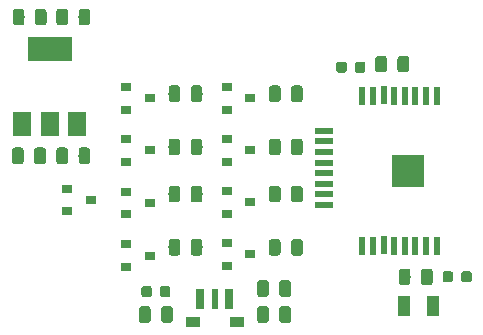
<source format=gbr>
G04 #@! TF.GenerationSoftware,KiCad,Pcbnew,5.0.0*
G04 #@! TF.CreationDate,2018-12-15T19:13:02-05:00*
G04 #@! TF.ProjectId,BT_12V_SmartSwitch-panelized-SINGLE,42545F3132565F536D61727453776974,rev?*
G04 #@! TF.SameCoordinates,Original*
G04 #@! TF.FileFunction,Paste,Top*
G04 #@! TF.FilePolarity,Positive*
%FSLAX46Y46*%
G04 Gerber Fmt 4.6, Leading zero omitted, Abs format (unit mm)*
G04 Created by KiCad (PCBNEW 5.0.0) date Sat Dec 15 19:13:02 2018*
%MOMM*%
%LPD*%
G01*
G04 APERTURE LIST*
%ADD10R,0.500000X1.550000*%
%ADD11R,1.550000X0.500000*%
%ADD12R,2.700000X2.700000*%
%ADD13R,1.300000X0.900000*%
%ADD14R,0.750000X1.800000*%
%ADD15R,0.600000X1.800000*%
%ADD16C,0.100000*%
%ADD17C,0.875000*%
%ADD18C,0.975000*%
%ADD19R,0.900000X0.800000*%
%ADD20R,1.000000X1.800000*%
%ADD21R,3.800000X2.000000*%
%ADD22R,1.500000X2.000000*%
G04 APERTURE END LIST*
D10*
G04 #@! TO.C,U2*
X176274000Y-46150000D03*
X175374000Y-46150000D03*
X174474000Y-46150000D03*
X173574000Y-46150000D03*
X172674000Y-46150000D03*
X171774000Y-46140000D03*
X170874000Y-46150000D03*
X169974000Y-46150000D03*
D11*
X166750000Y-49125000D03*
X166750000Y-50025000D03*
X166750000Y-50925000D03*
X166750000Y-51825000D03*
X166750000Y-52725000D03*
X166750000Y-53625000D03*
X166750000Y-54525000D03*
X166750000Y-55425000D03*
D10*
X173574000Y-58850000D03*
X176274000Y-58850000D03*
X170874000Y-58850000D03*
X169974000Y-58850000D03*
X171774000Y-58840000D03*
X174474000Y-58850000D03*
X175374000Y-58850000D03*
X172674000Y-58850000D03*
D12*
X173850000Y-52500000D03*
G04 #@! TD*
D13*
G04 #@! TO.C,SW1*
X155650000Y-65300000D03*
X159350000Y-65300000D03*
D14*
X158725000Y-63350000D03*
D15*
X157500000Y-63350000D03*
D14*
X156275000Y-63350000D03*
G04 #@! TD*
D16*
G04 #@! TO.C,C7*
G36*
X153527691Y-62276053D02*
X153548926Y-62279203D01*
X153569750Y-62284419D01*
X153589962Y-62291651D01*
X153609368Y-62300830D01*
X153627781Y-62311866D01*
X153645024Y-62324654D01*
X153660930Y-62339070D01*
X153675346Y-62354976D01*
X153688134Y-62372219D01*
X153699170Y-62390632D01*
X153708349Y-62410038D01*
X153715581Y-62430250D01*
X153720797Y-62451074D01*
X153723947Y-62472309D01*
X153725000Y-62493750D01*
X153725000Y-63006250D01*
X153723947Y-63027691D01*
X153720797Y-63048926D01*
X153715581Y-63069750D01*
X153708349Y-63089962D01*
X153699170Y-63109368D01*
X153688134Y-63127781D01*
X153675346Y-63145024D01*
X153660930Y-63160930D01*
X153645024Y-63175346D01*
X153627781Y-63188134D01*
X153609368Y-63199170D01*
X153589962Y-63208349D01*
X153569750Y-63215581D01*
X153548926Y-63220797D01*
X153527691Y-63223947D01*
X153506250Y-63225000D01*
X153068750Y-63225000D01*
X153047309Y-63223947D01*
X153026074Y-63220797D01*
X153005250Y-63215581D01*
X152985038Y-63208349D01*
X152965632Y-63199170D01*
X152947219Y-63188134D01*
X152929976Y-63175346D01*
X152914070Y-63160930D01*
X152899654Y-63145024D01*
X152886866Y-63127781D01*
X152875830Y-63109368D01*
X152866651Y-63089962D01*
X152859419Y-63069750D01*
X152854203Y-63048926D01*
X152851053Y-63027691D01*
X152850000Y-63006250D01*
X152850000Y-62493750D01*
X152851053Y-62472309D01*
X152854203Y-62451074D01*
X152859419Y-62430250D01*
X152866651Y-62410038D01*
X152875830Y-62390632D01*
X152886866Y-62372219D01*
X152899654Y-62354976D01*
X152914070Y-62339070D01*
X152929976Y-62324654D01*
X152947219Y-62311866D01*
X152965632Y-62300830D01*
X152985038Y-62291651D01*
X153005250Y-62284419D01*
X153026074Y-62279203D01*
X153047309Y-62276053D01*
X153068750Y-62275000D01*
X153506250Y-62275000D01*
X153527691Y-62276053D01*
X153527691Y-62276053D01*
G37*
D17*
X153287500Y-62750000D03*
D16*
G36*
X151952691Y-62276053D02*
X151973926Y-62279203D01*
X151994750Y-62284419D01*
X152014962Y-62291651D01*
X152034368Y-62300830D01*
X152052781Y-62311866D01*
X152070024Y-62324654D01*
X152085930Y-62339070D01*
X152100346Y-62354976D01*
X152113134Y-62372219D01*
X152124170Y-62390632D01*
X152133349Y-62410038D01*
X152140581Y-62430250D01*
X152145797Y-62451074D01*
X152148947Y-62472309D01*
X152150000Y-62493750D01*
X152150000Y-63006250D01*
X152148947Y-63027691D01*
X152145797Y-63048926D01*
X152140581Y-63069750D01*
X152133349Y-63089962D01*
X152124170Y-63109368D01*
X152113134Y-63127781D01*
X152100346Y-63145024D01*
X152085930Y-63160930D01*
X152070024Y-63175346D01*
X152052781Y-63188134D01*
X152034368Y-63199170D01*
X152014962Y-63208349D01*
X151994750Y-63215581D01*
X151973926Y-63220797D01*
X151952691Y-63223947D01*
X151931250Y-63225000D01*
X151493750Y-63225000D01*
X151472309Y-63223947D01*
X151451074Y-63220797D01*
X151430250Y-63215581D01*
X151410038Y-63208349D01*
X151390632Y-63199170D01*
X151372219Y-63188134D01*
X151354976Y-63175346D01*
X151339070Y-63160930D01*
X151324654Y-63145024D01*
X151311866Y-63127781D01*
X151300830Y-63109368D01*
X151291651Y-63089962D01*
X151284419Y-63069750D01*
X151279203Y-63048926D01*
X151276053Y-63027691D01*
X151275000Y-63006250D01*
X151275000Y-62493750D01*
X151276053Y-62472309D01*
X151279203Y-62451074D01*
X151284419Y-62430250D01*
X151291651Y-62410038D01*
X151300830Y-62390632D01*
X151311866Y-62372219D01*
X151324654Y-62354976D01*
X151339070Y-62339070D01*
X151354976Y-62324654D01*
X151372219Y-62311866D01*
X151390632Y-62300830D01*
X151410038Y-62291651D01*
X151430250Y-62284419D01*
X151451074Y-62279203D01*
X151472309Y-62276053D01*
X151493750Y-62275000D01*
X151931250Y-62275000D01*
X151952691Y-62276053D01*
X151952691Y-62276053D01*
G37*
D17*
X151712500Y-62750000D03*
G04 #@! TD*
D16*
G04 #@! TO.C,C3*
G36*
X173705142Y-42801174D02*
X173728803Y-42804684D01*
X173752007Y-42810496D01*
X173774529Y-42818554D01*
X173796153Y-42828782D01*
X173816670Y-42841079D01*
X173835883Y-42855329D01*
X173853607Y-42871393D01*
X173869671Y-42889117D01*
X173883921Y-42908330D01*
X173896218Y-42928847D01*
X173906446Y-42950471D01*
X173914504Y-42972993D01*
X173920316Y-42996197D01*
X173923826Y-43019858D01*
X173925000Y-43043750D01*
X173925000Y-43956250D01*
X173923826Y-43980142D01*
X173920316Y-44003803D01*
X173914504Y-44027007D01*
X173906446Y-44049529D01*
X173896218Y-44071153D01*
X173883921Y-44091670D01*
X173869671Y-44110883D01*
X173853607Y-44128607D01*
X173835883Y-44144671D01*
X173816670Y-44158921D01*
X173796153Y-44171218D01*
X173774529Y-44181446D01*
X173752007Y-44189504D01*
X173728803Y-44195316D01*
X173705142Y-44198826D01*
X173681250Y-44200000D01*
X173193750Y-44200000D01*
X173169858Y-44198826D01*
X173146197Y-44195316D01*
X173122993Y-44189504D01*
X173100471Y-44181446D01*
X173078847Y-44171218D01*
X173058330Y-44158921D01*
X173039117Y-44144671D01*
X173021393Y-44128607D01*
X173005329Y-44110883D01*
X172991079Y-44091670D01*
X172978782Y-44071153D01*
X172968554Y-44049529D01*
X172960496Y-44027007D01*
X172954684Y-44003803D01*
X172951174Y-43980142D01*
X172950000Y-43956250D01*
X172950000Y-43043750D01*
X172951174Y-43019858D01*
X172954684Y-42996197D01*
X172960496Y-42972993D01*
X172968554Y-42950471D01*
X172978782Y-42928847D01*
X172991079Y-42908330D01*
X173005329Y-42889117D01*
X173021393Y-42871393D01*
X173039117Y-42855329D01*
X173058330Y-42841079D01*
X173078847Y-42828782D01*
X173100471Y-42818554D01*
X173122993Y-42810496D01*
X173146197Y-42804684D01*
X173169858Y-42801174D01*
X173193750Y-42800000D01*
X173681250Y-42800000D01*
X173705142Y-42801174D01*
X173705142Y-42801174D01*
G37*
D18*
X173437500Y-43500000D03*
D16*
G36*
X171830142Y-42801174D02*
X171853803Y-42804684D01*
X171877007Y-42810496D01*
X171899529Y-42818554D01*
X171921153Y-42828782D01*
X171941670Y-42841079D01*
X171960883Y-42855329D01*
X171978607Y-42871393D01*
X171994671Y-42889117D01*
X172008921Y-42908330D01*
X172021218Y-42928847D01*
X172031446Y-42950471D01*
X172039504Y-42972993D01*
X172045316Y-42996197D01*
X172048826Y-43019858D01*
X172050000Y-43043750D01*
X172050000Y-43956250D01*
X172048826Y-43980142D01*
X172045316Y-44003803D01*
X172039504Y-44027007D01*
X172031446Y-44049529D01*
X172021218Y-44071153D01*
X172008921Y-44091670D01*
X171994671Y-44110883D01*
X171978607Y-44128607D01*
X171960883Y-44144671D01*
X171941670Y-44158921D01*
X171921153Y-44171218D01*
X171899529Y-44181446D01*
X171877007Y-44189504D01*
X171853803Y-44195316D01*
X171830142Y-44198826D01*
X171806250Y-44200000D01*
X171318750Y-44200000D01*
X171294858Y-44198826D01*
X171271197Y-44195316D01*
X171247993Y-44189504D01*
X171225471Y-44181446D01*
X171203847Y-44171218D01*
X171183330Y-44158921D01*
X171164117Y-44144671D01*
X171146393Y-44128607D01*
X171130329Y-44110883D01*
X171116079Y-44091670D01*
X171103782Y-44071153D01*
X171093554Y-44049529D01*
X171085496Y-44027007D01*
X171079684Y-44003803D01*
X171076174Y-43980142D01*
X171075000Y-43956250D01*
X171075000Y-43043750D01*
X171076174Y-43019858D01*
X171079684Y-42996197D01*
X171085496Y-42972993D01*
X171093554Y-42950471D01*
X171103782Y-42928847D01*
X171116079Y-42908330D01*
X171130329Y-42889117D01*
X171146393Y-42871393D01*
X171164117Y-42855329D01*
X171183330Y-42841079D01*
X171203847Y-42828782D01*
X171225471Y-42818554D01*
X171247993Y-42810496D01*
X171271197Y-42804684D01*
X171294858Y-42801174D01*
X171318750Y-42800000D01*
X171806250Y-42800000D01*
X171830142Y-42801174D01*
X171830142Y-42801174D01*
G37*
D18*
X171562500Y-43500000D03*
G04 #@! TD*
D16*
G04 #@! TO.C,C6*
G36*
X173830142Y-60801174D02*
X173853803Y-60804684D01*
X173877007Y-60810496D01*
X173899529Y-60818554D01*
X173921153Y-60828782D01*
X173941670Y-60841079D01*
X173960883Y-60855329D01*
X173978607Y-60871393D01*
X173994671Y-60889117D01*
X174008921Y-60908330D01*
X174021218Y-60928847D01*
X174031446Y-60950471D01*
X174039504Y-60972993D01*
X174045316Y-60996197D01*
X174048826Y-61019858D01*
X174050000Y-61043750D01*
X174050000Y-61956250D01*
X174048826Y-61980142D01*
X174045316Y-62003803D01*
X174039504Y-62027007D01*
X174031446Y-62049529D01*
X174021218Y-62071153D01*
X174008921Y-62091670D01*
X173994671Y-62110883D01*
X173978607Y-62128607D01*
X173960883Y-62144671D01*
X173941670Y-62158921D01*
X173921153Y-62171218D01*
X173899529Y-62181446D01*
X173877007Y-62189504D01*
X173853803Y-62195316D01*
X173830142Y-62198826D01*
X173806250Y-62200000D01*
X173318750Y-62200000D01*
X173294858Y-62198826D01*
X173271197Y-62195316D01*
X173247993Y-62189504D01*
X173225471Y-62181446D01*
X173203847Y-62171218D01*
X173183330Y-62158921D01*
X173164117Y-62144671D01*
X173146393Y-62128607D01*
X173130329Y-62110883D01*
X173116079Y-62091670D01*
X173103782Y-62071153D01*
X173093554Y-62049529D01*
X173085496Y-62027007D01*
X173079684Y-62003803D01*
X173076174Y-61980142D01*
X173075000Y-61956250D01*
X173075000Y-61043750D01*
X173076174Y-61019858D01*
X173079684Y-60996197D01*
X173085496Y-60972993D01*
X173093554Y-60950471D01*
X173103782Y-60928847D01*
X173116079Y-60908330D01*
X173130329Y-60889117D01*
X173146393Y-60871393D01*
X173164117Y-60855329D01*
X173183330Y-60841079D01*
X173203847Y-60828782D01*
X173225471Y-60818554D01*
X173247993Y-60810496D01*
X173271197Y-60804684D01*
X173294858Y-60801174D01*
X173318750Y-60800000D01*
X173806250Y-60800000D01*
X173830142Y-60801174D01*
X173830142Y-60801174D01*
G37*
D18*
X173562500Y-61500000D03*
D16*
G36*
X175705142Y-60801174D02*
X175728803Y-60804684D01*
X175752007Y-60810496D01*
X175774529Y-60818554D01*
X175796153Y-60828782D01*
X175816670Y-60841079D01*
X175835883Y-60855329D01*
X175853607Y-60871393D01*
X175869671Y-60889117D01*
X175883921Y-60908330D01*
X175896218Y-60928847D01*
X175906446Y-60950471D01*
X175914504Y-60972993D01*
X175920316Y-60996197D01*
X175923826Y-61019858D01*
X175925000Y-61043750D01*
X175925000Y-61956250D01*
X175923826Y-61980142D01*
X175920316Y-62003803D01*
X175914504Y-62027007D01*
X175906446Y-62049529D01*
X175896218Y-62071153D01*
X175883921Y-62091670D01*
X175869671Y-62110883D01*
X175853607Y-62128607D01*
X175835883Y-62144671D01*
X175816670Y-62158921D01*
X175796153Y-62171218D01*
X175774529Y-62181446D01*
X175752007Y-62189504D01*
X175728803Y-62195316D01*
X175705142Y-62198826D01*
X175681250Y-62200000D01*
X175193750Y-62200000D01*
X175169858Y-62198826D01*
X175146197Y-62195316D01*
X175122993Y-62189504D01*
X175100471Y-62181446D01*
X175078847Y-62171218D01*
X175058330Y-62158921D01*
X175039117Y-62144671D01*
X175021393Y-62128607D01*
X175005329Y-62110883D01*
X174991079Y-62091670D01*
X174978782Y-62071153D01*
X174968554Y-62049529D01*
X174960496Y-62027007D01*
X174954684Y-62003803D01*
X174951174Y-61980142D01*
X174950000Y-61956250D01*
X174950000Y-61043750D01*
X174951174Y-61019858D01*
X174954684Y-60996197D01*
X174960496Y-60972993D01*
X174968554Y-60950471D01*
X174978782Y-60928847D01*
X174991079Y-60908330D01*
X175005329Y-60889117D01*
X175021393Y-60871393D01*
X175039117Y-60855329D01*
X175058330Y-60841079D01*
X175078847Y-60828782D01*
X175100471Y-60818554D01*
X175122993Y-60810496D01*
X175146197Y-60804684D01*
X175169858Y-60801174D01*
X175193750Y-60800000D01*
X175681250Y-60800000D01*
X175705142Y-60801174D01*
X175705142Y-60801174D01*
G37*
D18*
X175437500Y-61500000D03*
G04 #@! TD*
D16*
G04 #@! TO.C,C2*
G36*
X142955142Y-50551174D02*
X142978803Y-50554684D01*
X143002007Y-50560496D01*
X143024529Y-50568554D01*
X143046153Y-50578782D01*
X143066670Y-50591079D01*
X143085883Y-50605329D01*
X143103607Y-50621393D01*
X143119671Y-50639117D01*
X143133921Y-50658330D01*
X143146218Y-50678847D01*
X143156446Y-50700471D01*
X143164504Y-50722993D01*
X143170316Y-50746197D01*
X143173826Y-50769858D01*
X143175000Y-50793750D01*
X143175000Y-51706250D01*
X143173826Y-51730142D01*
X143170316Y-51753803D01*
X143164504Y-51777007D01*
X143156446Y-51799529D01*
X143146218Y-51821153D01*
X143133921Y-51841670D01*
X143119671Y-51860883D01*
X143103607Y-51878607D01*
X143085883Y-51894671D01*
X143066670Y-51908921D01*
X143046153Y-51921218D01*
X143024529Y-51931446D01*
X143002007Y-51939504D01*
X142978803Y-51945316D01*
X142955142Y-51948826D01*
X142931250Y-51950000D01*
X142443750Y-51950000D01*
X142419858Y-51948826D01*
X142396197Y-51945316D01*
X142372993Y-51939504D01*
X142350471Y-51931446D01*
X142328847Y-51921218D01*
X142308330Y-51908921D01*
X142289117Y-51894671D01*
X142271393Y-51878607D01*
X142255329Y-51860883D01*
X142241079Y-51841670D01*
X142228782Y-51821153D01*
X142218554Y-51799529D01*
X142210496Y-51777007D01*
X142204684Y-51753803D01*
X142201174Y-51730142D01*
X142200000Y-51706250D01*
X142200000Y-50793750D01*
X142201174Y-50769858D01*
X142204684Y-50746197D01*
X142210496Y-50722993D01*
X142218554Y-50700471D01*
X142228782Y-50678847D01*
X142241079Y-50658330D01*
X142255329Y-50639117D01*
X142271393Y-50621393D01*
X142289117Y-50605329D01*
X142308330Y-50591079D01*
X142328847Y-50578782D01*
X142350471Y-50568554D01*
X142372993Y-50560496D01*
X142396197Y-50554684D01*
X142419858Y-50551174D01*
X142443750Y-50550000D01*
X142931250Y-50550000D01*
X142955142Y-50551174D01*
X142955142Y-50551174D01*
G37*
D18*
X142687500Y-51250000D03*
D16*
G36*
X141080142Y-50551174D02*
X141103803Y-50554684D01*
X141127007Y-50560496D01*
X141149529Y-50568554D01*
X141171153Y-50578782D01*
X141191670Y-50591079D01*
X141210883Y-50605329D01*
X141228607Y-50621393D01*
X141244671Y-50639117D01*
X141258921Y-50658330D01*
X141271218Y-50678847D01*
X141281446Y-50700471D01*
X141289504Y-50722993D01*
X141295316Y-50746197D01*
X141298826Y-50769858D01*
X141300000Y-50793750D01*
X141300000Y-51706250D01*
X141298826Y-51730142D01*
X141295316Y-51753803D01*
X141289504Y-51777007D01*
X141281446Y-51799529D01*
X141271218Y-51821153D01*
X141258921Y-51841670D01*
X141244671Y-51860883D01*
X141228607Y-51878607D01*
X141210883Y-51894671D01*
X141191670Y-51908921D01*
X141171153Y-51921218D01*
X141149529Y-51931446D01*
X141127007Y-51939504D01*
X141103803Y-51945316D01*
X141080142Y-51948826D01*
X141056250Y-51950000D01*
X140568750Y-51950000D01*
X140544858Y-51948826D01*
X140521197Y-51945316D01*
X140497993Y-51939504D01*
X140475471Y-51931446D01*
X140453847Y-51921218D01*
X140433330Y-51908921D01*
X140414117Y-51894671D01*
X140396393Y-51878607D01*
X140380329Y-51860883D01*
X140366079Y-51841670D01*
X140353782Y-51821153D01*
X140343554Y-51799529D01*
X140335496Y-51777007D01*
X140329684Y-51753803D01*
X140326174Y-51730142D01*
X140325000Y-51706250D01*
X140325000Y-50793750D01*
X140326174Y-50769858D01*
X140329684Y-50746197D01*
X140335496Y-50722993D01*
X140343554Y-50700471D01*
X140353782Y-50678847D01*
X140366079Y-50658330D01*
X140380329Y-50639117D01*
X140396393Y-50621393D01*
X140414117Y-50605329D01*
X140433330Y-50591079D01*
X140453847Y-50578782D01*
X140475471Y-50568554D01*
X140497993Y-50560496D01*
X140521197Y-50554684D01*
X140544858Y-50551174D01*
X140568750Y-50550000D01*
X141056250Y-50550000D01*
X141080142Y-50551174D01*
X141080142Y-50551174D01*
G37*
D18*
X140812500Y-51250000D03*
G04 #@! TD*
D19*
G04 #@! TO.C,Q7*
X160500000Y-46400000D03*
X158500000Y-47350000D03*
X158500000Y-45450000D03*
G04 #@! TD*
G04 #@! TO.C,Q4*
X150000000Y-58750000D03*
X150000000Y-60650000D03*
X152000000Y-59700000D03*
G04 #@! TD*
G04 #@! TO.C,Q9*
X152000000Y-46400000D03*
X150000000Y-47350000D03*
X150000000Y-45450000D03*
G04 #@! TD*
G04 #@! TO.C,Q8*
X150000000Y-49850000D03*
X150000000Y-51750000D03*
X152000000Y-50800000D03*
G04 #@! TD*
G04 #@! TO.C,Q6*
X160500000Y-50800000D03*
X158500000Y-51750000D03*
X158500000Y-49850000D03*
G04 #@! TD*
G04 #@! TO.C,Q5*
X150000000Y-54300000D03*
X150000000Y-56200000D03*
X152000000Y-55250000D03*
G04 #@! TD*
D16*
G04 #@! TO.C,R9*
G36*
X156205142Y-45301174D02*
X156228803Y-45304684D01*
X156252007Y-45310496D01*
X156274529Y-45318554D01*
X156296153Y-45328782D01*
X156316670Y-45341079D01*
X156335883Y-45355329D01*
X156353607Y-45371393D01*
X156369671Y-45389117D01*
X156383921Y-45408330D01*
X156396218Y-45428847D01*
X156406446Y-45450471D01*
X156414504Y-45472993D01*
X156420316Y-45496197D01*
X156423826Y-45519858D01*
X156425000Y-45543750D01*
X156425000Y-46456250D01*
X156423826Y-46480142D01*
X156420316Y-46503803D01*
X156414504Y-46527007D01*
X156406446Y-46549529D01*
X156396218Y-46571153D01*
X156383921Y-46591670D01*
X156369671Y-46610883D01*
X156353607Y-46628607D01*
X156335883Y-46644671D01*
X156316670Y-46658921D01*
X156296153Y-46671218D01*
X156274529Y-46681446D01*
X156252007Y-46689504D01*
X156228803Y-46695316D01*
X156205142Y-46698826D01*
X156181250Y-46700000D01*
X155693750Y-46700000D01*
X155669858Y-46698826D01*
X155646197Y-46695316D01*
X155622993Y-46689504D01*
X155600471Y-46681446D01*
X155578847Y-46671218D01*
X155558330Y-46658921D01*
X155539117Y-46644671D01*
X155521393Y-46628607D01*
X155505329Y-46610883D01*
X155491079Y-46591670D01*
X155478782Y-46571153D01*
X155468554Y-46549529D01*
X155460496Y-46527007D01*
X155454684Y-46503803D01*
X155451174Y-46480142D01*
X155450000Y-46456250D01*
X155450000Y-45543750D01*
X155451174Y-45519858D01*
X155454684Y-45496197D01*
X155460496Y-45472993D01*
X155468554Y-45450471D01*
X155478782Y-45428847D01*
X155491079Y-45408330D01*
X155505329Y-45389117D01*
X155521393Y-45371393D01*
X155539117Y-45355329D01*
X155558330Y-45341079D01*
X155578847Y-45328782D01*
X155600471Y-45318554D01*
X155622993Y-45310496D01*
X155646197Y-45304684D01*
X155669858Y-45301174D01*
X155693750Y-45300000D01*
X156181250Y-45300000D01*
X156205142Y-45301174D01*
X156205142Y-45301174D01*
G37*
D18*
X155937500Y-46000000D03*
D16*
G36*
X154330142Y-45301174D02*
X154353803Y-45304684D01*
X154377007Y-45310496D01*
X154399529Y-45318554D01*
X154421153Y-45328782D01*
X154441670Y-45341079D01*
X154460883Y-45355329D01*
X154478607Y-45371393D01*
X154494671Y-45389117D01*
X154508921Y-45408330D01*
X154521218Y-45428847D01*
X154531446Y-45450471D01*
X154539504Y-45472993D01*
X154545316Y-45496197D01*
X154548826Y-45519858D01*
X154550000Y-45543750D01*
X154550000Y-46456250D01*
X154548826Y-46480142D01*
X154545316Y-46503803D01*
X154539504Y-46527007D01*
X154531446Y-46549529D01*
X154521218Y-46571153D01*
X154508921Y-46591670D01*
X154494671Y-46610883D01*
X154478607Y-46628607D01*
X154460883Y-46644671D01*
X154441670Y-46658921D01*
X154421153Y-46671218D01*
X154399529Y-46681446D01*
X154377007Y-46689504D01*
X154353803Y-46695316D01*
X154330142Y-46698826D01*
X154306250Y-46700000D01*
X153818750Y-46700000D01*
X153794858Y-46698826D01*
X153771197Y-46695316D01*
X153747993Y-46689504D01*
X153725471Y-46681446D01*
X153703847Y-46671218D01*
X153683330Y-46658921D01*
X153664117Y-46644671D01*
X153646393Y-46628607D01*
X153630329Y-46610883D01*
X153616079Y-46591670D01*
X153603782Y-46571153D01*
X153593554Y-46549529D01*
X153585496Y-46527007D01*
X153579684Y-46503803D01*
X153576174Y-46480142D01*
X153575000Y-46456250D01*
X153575000Y-45543750D01*
X153576174Y-45519858D01*
X153579684Y-45496197D01*
X153585496Y-45472993D01*
X153593554Y-45450471D01*
X153603782Y-45428847D01*
X153616079Y-45408330D01*
X153630329Y-45389117D01*
X153646393Y-45371393D01*
X153664117Y-45355329D01*
X153683330Y-45341079D01*
X153703847Y-45328782D01*
X153725471Y-45318554D01*
X153747993Y-45310496D01*
X153771197Y-45304684D01*
X153794858Y-45301174D01*
X153818750Y-45300000D01*
X154306250Y-45300000D01*
X154330142Y-45301174D01*
X154330142Y-45301174D01*
G37*
D18*
X154062500Y-46000000D03*
G04 #@! TD*
D16*
G04 #@! TO.C,R10*
G36*
X153705142Y-64001174D02*
X153728803Y-64004684D01*
X153752007Y-64010496D01*
X153774529Y-64018554D01*
X153796153Y-64028782D01*
X153816670Y-64041079D01*
X153835883Y-64055329D01*
X153853607Y-64071393D01*
X153869671Y-64089117D01*
X153883921Y-64108330D01*
X153896218Y-64128847D01*
X153906446Y-64150471D01*
X153914504Y-64172993D01*
X153920316Y-64196197D01*
X153923826Y-64219858D01*
X153925000Y-64243750D01*
X153925000Y-65156250D01*
X153923826Y-65180142D01*
X153920316Y-65203803D01*
X153914504Y-65227007D01*
X153906446Y-65249529D01*
X153896218Y-65271153D01*
X153883921Y-65291670D01*
X153869671Y-65310883D01*
X153853607Y-65328607D01*
X153835883Y-65344671D01*
X153816670Y-65358921D01*
X153796153Y-65371218D01*
X153774529Y-65381446D01*
X153752007Y-65389504D01*
X153728803Y-65395316D01*
X153705142Y-65398826D01*
X153681250Y-65400000D01*
X153193750Y-65400000D01*
X153169858Y-65398826D01*
X153146197Y-65395316D01*
X153122993Y-65389504D01*
X153100471Y-65381446D01*
X153078847Y-65371218D01*
X153058330Y-65358921D01*
X153039117Y-65344671D01*
X153021393Y-65328607D01*
X153005329Y-65310883D01*
X152991079Y-65291670D01*
X152978782Y-65271153D01*
X152968554Y-65249529D01*
X152960496Y-65227007D01*
X152954684Y-65203803D01*
X152951174Y-65180142D01*
X152950000Y-65156250D01*
X152950000Y-64243750D01*
X152951174Y-64219858D01*
X152954684Y-64196197D01*
X152960496Y-64172993D01*
X152968554Y-64150471D01*
X152978782Y-64128847D01*
X152991079Y-64108330D01*
X153005329Y-64089117D01*
X153021393Y-64071393D01*
X153039117Y-64055329D01*
X153058330Y-64041079D01*
X153078847Y-64028782D01*
X153100471Y-64018554D01*
X153122993Y-64010496D01*
X153146197Y-64004684D01*
X153169858Y-64001174D01*
X153193750Y-64000000D01*
X153681250Y-64000000D01*
X153705142Y-64001174D01*
X153705142Y-64001174D01*
G37*
D18*
X153437500Y-64700000D03*
D16*
G36*
X151830142Y-64001174D02*
X151853803Y-64004684D01*
X151877007Y-64010496D01*
X151899529Y-64018554D01*
X151921153Y-64028782D01*
X151941670Y-64041079D01*
X151960883Y-64055329D01*
X151978607Y-64071393D01*
X151994671Y-64089117D01*
X152008921Y-64108330D01*
X152021218Y-64128847D01*
X152031446Y-64150471D01*
X152039504Y-64172993D01*
X152045316Y-64196197D01*
X152048826Y-64219858D01*
X152050000Y-64243750D01*
X152050000Y-65156250D01*
X152048826Y-65180142D01*
X152045316Y-65203803D01*
X152039504Y-65227007D01*
X152031446Y-65249529D01*
X152021218Y-65271153D01*
X152008921Y-65291670D01*
X151994671Y-65310883D01*
X151978607Y-65328607D01*
X151960883Y-65344671D01*
X151941670Y-65358921D01*
X151921153Y-65371218D01*
X151899529Y-65381446D01*
X151877007Y-65389504D01*
X151853803Y-65395316D01*
X151830142Y-65398826D01*
X151806250Y-65400000D01*
X151318750Y-65400000D01*
X151294858Y-65398826D01*
X151271197Y-65395316D01*
X151247993Y-65389504D01*
X151225471Y-65381446D01*
X151203847Y-65371218D01*
X151183330Y-65358921D01*
X151164117Y-65344671D01*
X151146393Y-65328607D01*
X151130329Y-65310883D01*
X151116079Y-65291670D01*
X151103782Y-65271153D01*
X151093554Y-65249529D01*
X151085496Y-65227007D01*
X151079684Y-65203803D01*
X151076174Y-65180142D01*
X151075000Y-65156250D01*
X151075000Y-64243750D01*
X151076174Y-64219858D01*
X151079684Y-64196197D01*
X151085496Y-64172993D01*
X151093554Y-64150471D01*
X151103782Y-64128847D01*
X151116079Y-64108330D01*
X151130329Y-64089117D01*
X151146393Y-64071393D01*
X151164117Y-64055329D01*
X151183330Y-64041079D01*
X151203847Y-64028782D01*
X151225471Y-64018554D01*
X151247993Y-64010496D01*
X151271197Y-64004684D01*
X151294858Y-64001174D01*
X151318750Y-64000000D01*
X151806250Y-64000000D01*
X151830142Y-64001174D01*
X151830142Y-64001174D01*
G37*
D18*
X151562500Y-64700000D03*
G04 #@! TD*
D16*
G04 #@! TO.C,R11*
G36*
X163705142Y-61801174D02*
X163728803Y-61804684D01*
X163752007Y-61810496D01*
X163774529Y-61818554D01*
X163796153Y-61828782D01*
X163816670Y-61841079D01*
X163835883Y-61855329D01*
X163853607Y-61871393D01*
X163869671Y-61889117D01*
X163883921Y-61908330D01*
X163896218Y-61928847D01*
X163906446Y-61950471D01*
X163914504Y-61972993D01*
X163920316Y-61996197D01*
X163923826Y-62019858D01*
X163925000Y-62043750D01*
X163925000Y-62956250D01*
X163923826Y-62980142D01*
X163920316Y-63003803D01*
X163914504Y-63027007D01*
X163906446Y-63049529D01*
X163896218Y-63071153D01*
X163883921Y-63091670D01*
X163869671Y-63110883D01*
X163853607Y-63128607D01*
X163835883Y-63144671D01*
X163816670Y-63158921D01*
X163796153Y-63171218D01*
X163774529Y-63181446D01*
X163752007Y-63189504D01*
X163728803Y-63195316D01*
X163705142Y-63198826D01*
X163681250Y-63200000D01*
X163193750Y-63200000D01*
X163169858Y-63198826D01*
X163146197Y-63195316D01*
X163122993Y-63189504D01*
X163100471Y-63181446D01*
X163078847Y-63171218D01*
X163058330Y-63158921D01*
X163039117Y-63144671D01*
X163021393Y-63128607D01*
X163005329Y-63110883D01*
X162991079Y-63091670D01*
X162978782Y-63071153D01*
X162968554Y-63049529D01*
X162960496Y-63027007D01*
X162954684Y-63003803D01*
X162951174Y-62980142D01*
X162950000Y-62956250D01*
X162950000Y-62043750D01*
X162951174Y-62019858D01*
X162954684Y-61996197D01*
X162960496Y-61972993D01*
X162968554Y-61950471D01*
X162978782Y-61928847D01*
X162991079Y-61908330D01*
X163005329Y-61889117D01*
X163021393Y-61871393D01*
X163039117Y-61855329D01*
X163058330Y-61841079D01*
X163078847Y-61828782D01*
X163100471Y-61818554D01*
X163122993Y-61810496D01*
X163146197Y-61804684D01*
X163169858Y-61801174D01*
X163193750Y-61800000D01*
X163681250Y-61800000D01*
X163705142Y-61801174D01*
X163705142Y-61801174D01*
G37*
D18*
X163437500Y-62500000D03*
D16*
G36*
X161830142Y-61801174D02*
X161853803Y-61804684D01*
X161877007Y-61810496D01*
X161899529Y-61818554D01*
X161921153Y-61828782D01*
X161941670Y-61841079D01*
X161960883Y-61855329D01*
X161978607Y-61871393D01*
X161994671Y-61889117D01*
X162008921Y-61908330D01*
X162021218Y-61928847D01*
X162031446Y-61950471D01*
X162039504Y-61972993D01*
X162045316Y-61996197D01*
X162048826Y-62019858D01*
X162050000Y-62043750D01*
X162050000Y-62956250D01*
X162048826Y-62980142D01*
X162045316Y-63003803D01*
X162039504Y-63027007D01*
X162031446Y-63049529D01*
X162021218Y-63071153D01*
X162008921Y-63091670D01*
X161994671Y-63110883D01*
X161978607Y-63128607D01*
X161960883Y-63144671D01*
X161941670Y-63158921D01*
X161921153Y-63171218D01*
X161899529Y-63181446D01*
X161877007Y-63189504D01*
X161853803Y-63195316D01*
X161830142Y-63198826D01*
X161806250Y-63200000D01*
X161318750Y-63200000D01*
X161294858Y-63198826D01*
X161271197Y-63195316D01*
X161247993Y-63189504D01*
X161225471Y-63181446D01*
X161203847Y-63171218D01*
X161183330Y-63158921D01*
X161164117Y-63144671D01*
X161146393Y-63128607D01*
X161130329Y-63110883D01*
X161116079Y-63091670D01*
X161103782Y-63071153D01*
X161093554Y-63049529D01*
X161085496Y-63027007D01*
X161079684Y-63003803D01*
X161076174Y-62980142D01*
X161075000Y-62956250D01*
X161075000Y-62043750D01*
X161076174Y-62019858D01*
X161079684Y-61996197D01*
X161085496Y-61972993D01*
X161093554Y-61950471D01*
X161103782Y-61928847D01*
X161116079Y-61908330D01*
X161130329Y-61889117D01*
X161146393Y-61871393D01*
X161164117Y-61855329D01*
X161183330Y-61841079D01*
X161203847Y-61828782D01*
X161225471Y-61818554D01*
X161247993Y-61810496D01*
X161271197Y-61804684D01*
X161294858Y-61801174D01*
X161318750Y-61800000D01*
X161806250Y-61800000D01*
X161830142Y-61801174D01*
X161830142Y-61801174D01*
G37*
D18*
X161562500Y-62500000D03*
G04 #@! TD*
D16*
G04 #@! TO.C,R6*
G36*
X164705142Y-49801174D02*
X164728803Y-49804684D01*
X164752007Y-49810496D01*
X164774529Y-49818554D01*
X164796153Y-49828782D01*
X164816670Y-49841079D01*
X164835883Y-49855329D01*
X164853607Y-49871393D01*
X164869671Y-49889117D01*
X164883921Y-49908330D01*
X164896218Y-49928847D01*
X164906446Y-49950471D01*
X164914504Y-49972993D01*
X164920316Y-49996197D01*
X164923826Y-50019858D01*
X164925000Y-50043750D01*
X164925000Y-50956250D01*
X164923826Y-50980142D01*
X164920316Y-51003803D01*
X164914504Y-51027007D01*
X164906446Y-51049529D01*
X164896218Y-51071153D01*
X164883921Y-51091670D01*
X164869671Y-51110883D01*
X164853607Y-51128607D01*
X164835883Y-51144671D01*
X164816670Y-51158921D01*
X164796153Y-51171218D01*
X164774529Y-51181446D01*
X164752007Y-51189504D01*
X164728803Y-51195316D01*
X164705142Y-51198826D01*
X164681250Y-51200000D01*
X164193750Y-51200000D01*
X164169858Y-51198826D01*
X164146197Y-51195316D01*
X164122993Y-51189504D01*
X164100471Y-51181446D01*
X164078847Y-51171218D01*
X164058330Y-51158921D01*
X164039117Y-51144671D01*
X164021393Y-51128607D01*
X164005329Y-51110883D01*
X163991079Y-51091670D01*
X163978782Y-51071153D01*
X163968554Y-51049529D01*
X163960496Y-51027007D01*
X163954684Y-51003803D01*
X163951174Y-50980142D01*
X163950000Y-50956250D01*
X163950000Y-50043750D01*
X163951174Y-50019858D01*
X163954684Y-49996197D01*
X163960496Y-49972993D01*
X163968554Y-49950471D01*
X163978782Y-49928847D01*
X163991079Y-49908330D01*
X164005329Y-49889117D01*
X164021393Y-49871393D01*
X164039117Y-49855329D01*
X164058330Y-49841079D01*
X164078847Y-49828782D01*
X164100471Y-49818554D01*
X164122993Y-49810496D01*
X164146197Y-49804684D01*
X164169858Y-49801174D01*
X164193750Y-49800000D01*
X164681250Y-49800000D01*
X164705142Y-49801174D01*
X164705142Y-49801174D01*
G37*
D18*
X164437500Y-50500000D03*
D16*
G36*
X162830142Y-49801174D02*
X162853803Y-49804684D01*
X162877007Y-49810496D01*
X162899529Y-49818554D01*
X162921153Y-49828782D01*
X162941670Y-49841079D01*
X162960883Y-49855329D01*
X162978607Y-49871393D01*
X162994671Y-49889117D01*
X163008921Y-49908330D01*
X163021218Y-49928847D01*
X163031446Y-49950471D01*
X163039504Y-49972993D01*
X163045316Y-49996197D01*
X163048826Y-50019858D01*
X163050000Y-50043750D01*
X163050000Y-50956250D01*
X163048826Y-50980142D01*
X163045316Y-51003803D01*
X163039504Y-51027007D01*
X163031446Y-51049529D01*
X163021218Y-51071153D01*
X163008921Y-51091670D01*
X162994671Y-51110883D01*
X162978607Y-51128607D01*
X162960883Y-51144671D01*
X162941670Y-51158921D01*
X162921153Y-51171218D01*
X162899529Y-51181446D01*
X162877007Y-51189504D01*
X162853803Y-51195316D01*
X162830142Y-51198826D01*
X162806250Y-51200000D01*
X162318750Y-51200000D01*
X162294858Y-51198826D01*
X162271197Y-51195316D01*
X162247993Y-51189504D01*
X162225471Y-51181446D01*
X162203847Y-51171218D01*
X162183330Y-51158921D01*
X162164117Y-51144671D01*
X162146393Y-51128607D01*
X162130329Y-51110883D01*
X162116079Y-51091670D01*
X162103782Y-51071153D01*
X162093554Y-51049529D01*
X162085496Y-51027007D01*
X162079684Y-51003803D01*
X162076174Y-50980142D01*
X162075000Y-50956250D01*
X162075000Y-50043750D01*
X162076174Y-50019858D01*
X162079684Y-49996197D01*
X162085496Y-49972993D01*
X162093554Y-49950471D01*
X162103782Y-49928847D01*
X162116079Y-49908330D01*
X162130329Y-49889117D01*
X162146393Y-49871393D01*
X162164117Y-49855329D01*
X162183330Y-49841079D01*
X162203847Y-49828782D01*
X162225471Y-49818554D01*
X162247993Y-49810496D01*
X162271197Y-49804684D01*
X162294858Y-49801174D01*
X162318750Y-49800000D01*
X162806250Y-49800000D01*
X162830142Y-49801174D01*
X162830142Y-49801174D01*
G37*
D18*
X162562500Y-50500000D03*
G04 #@! TD*
D16*
G04 #@! TO.C,R7*
G36*
X162830142Y-45301174D02*
X162853803Y-45304684D01*
X162877007Y-45310496D01*
X162899529Y-45318554D01*
X162921153Y-45328782D01*
X162941670Y-45341079D01*
X162960883Y-45355329D01*
X162978607Y-45371393D01*
X162994671Y-45389117D01*
X163008921Y-45408330D01*
X163021218Y-45428847D01*
X163031446Y-45450471D01*
X163039504Y-45472993D01*
X163045316Y-45496197D01*
X163048826Y-45519858D01*
X163050000Y-45543750D01*
X163050000Y-46456250D01*
X163048826Y-46480142D01*
X163045316Y-46503803D01*
X163039504Y-46527007D01*
X163031446Y-46549529D01*
X163021218Y-46571153D01*
X163008921Y-46591670D01*
X162994671Y-46610883D01*
X162978607Y-46628607D01*
X162960883Y-46644671D01*
X162941670Y-46658921D01*
X162921153Y-46671218D01*
X162899529Y-46681446D01*
X162877007Y-46689504D01*
X162853803Y-46695316D01*
X162830142Y-46698826D01*
X162806250Y-46700000D01*
X162318750Y-46700000D01*
X162294858Y-46698826D01*
X162271197Y-46695316D01*
X162247993Y-46689504D01*
X162225471Y-46681446D01*
X162203847Y-46671218D01*
X162183330Y-46658921D01*
X162164117Y-46644671D01*
X162146393Y-46628607D01*
X162130329Y-46610883D01*
X162116079Y-46591670D01*
X162103782Y-46571153D01*
X162093554Y-46549529D01*
X162085496Y-46527007D01*
X162079684Y-46503803D01*
X162076174Y-46480142D01*
X162075000Y-46456250D01*
X162075000Y-45543750D01*
X162076174Y-45519858D01*
X162079684Y-45496197D01*
X162085496Y-45472993D01*
X162093554Y-45450471D01*
X162103782Y-45428847D01*
X162116079Y-45408330D01*
X162130329Y-45389117D01*
X162146393Y-45371393D01*
X162164117Y-45355329D01*
X162183330Y-45341079D01*
X162203847Y-45328782D01*
X162225471Y-45318554D01*
X162247993Y-45310496D01*
X162271197Y-45304684D01*
X162294858Y-45301174D01*
X162318750Y-45300000D01*
X162806250Y-45300000D01*
X162830142Y-45301174D01*
X162830142Y-45301174D01*
G37*
D18*
X162562500Y-46000000D03*
D16*
G36*
X164705142Y-45301174D02*
X164728803Y-45304684D01*
X164752007Y-45310496D01*
X164774529Y-45318554D01*
X164796153Y-45328782D01*
X164816670Y-45341079D01*
X164835883Y-45355329D01*
X164853607Y-45371393D01*
X164869671Y-45389117D01*
X164883921Y-45408330D01*
X164896218Y-45428847D01*
X164906446Y-45450471D01*
X164914504Y-45472993D01*
X164920316Y-45496197D01*
X164923826Y-45519858D01*
X164925000Y-45543750D01*
X164925000Y-46456250D01*
X164923826Y-46480142D01*
X164920316Y-46503803D01*
X164914504Y-46527007D01*
X164906446Y-46549529D01*
X164896218Y-46571153D01*
X164883921Y-46591670D01*
X164869671Y-46610883D01*
X164853607Y-46628607D01*
X164835883Y-46644671D01*
X164816670Y-46658921D01*
X164796153Y-46671218D01*
X164774529Y-46681446D01*
X164752007Y-46689504D01*
X164728803Y-46695316D01*
X164705142Y-46698826D01*
X164681250Y-46700000D01*
X164193750Y-46700000D01*
X164169858Y-46698826D01*
X164146197Y-46695316D01*
X164122993Y-46689504D01*
X164100471Y-46681446D01*
X164078847Y-46671218D01*
X164058330Y-46658921D01*
X164039117Y-46644671D01*
X164021393Y-46628607D01*
X164005329Y-46610883D01*
X163991079Y-46591670D01*
X163978782Y-46571153D01*
X163968554Y-46549529D01*
X163960496Y-46527007D01*
X163954684Y-46503803D01*
X163951174Y-46480142D01*
X163950000Y-46456250D01*
X163950000Y-45543750D01*
X163951174Y-45519858D01*
X163954684Y-45496197D01*
X163960496Y-45472993D01*
X163968554Y-45450471D01*
X163978782Y-45428847D01*
X163991079Y-45408330D01*
X164005329Y-45389117D01*
X164021393Y-45371393D01*
X164039117Y-45355329D01*
X164058330Y-45341079D01*
X164078847Y-45328782D01*
X164100471Y-45318554D01*
X164122993Y-45310496D01*
X164146197Y-45304684D01*
X164169858Y-45301174D01*
X164193750Y-45300000D01*
X164681250Y-45300000D01*
X164705142Y-45301174D01*
X164705142Y-45301174D01*
G37*
D18*
X164437500Y-46000000D03*
G04 #@! TD*
D16*
G04 #@! TO.C,R8*
G36*
X154330142Y-49801174D02*
X154353803Y-49804684D01*
X154377007Y-49810496D01*
X154399529Y-49818554D01*
X154421153Y-49828782D01*
X154441670Y-49841079D01*
X154460883Y-49855329D01*
X154478607Y-49871393D01*
X154494671Y-49889117D01*
X154508921Y-49908330D01*
X154521218Y-49928847D01*
X154531446Y-49950471D01*
X154539504Y-49972993D01*
X154545316Y-49996197D01*
X154548826Y-50019858D01*
X154550000Y-50043750D01*
X154550000Y-50956250D01*
X154548826Y-50980142D01*
X154545316Y-51003803D01*
X154539504Y-51027007D01*
X154531446Y-51049529D01*
X154521218Y-51071153D01*
X154508921Y-51091670D01*
X154494671Y-51110883D01*
X154478607Y-51128607D01*
X154460883Y-51144671D01*
X154441670Y-51158921D01*
X154421153Y-51171218D01*
X154399529Y-51181446D01*
X154377007Y-51189504D01*
X154353803Y-51195316D01*
X154330142Y-51198826D01*
X154306250Y-51200000D01*
X153818750Y-51200000D01*
X153794858Y-51198826D01*
X153771197Y-51195316D01*
X153747993Y-51189504D01*
X153725471Y-51181446D01*
X153703847Y-51171218D01*
X153683330Y-51158921D01*
X153664117Y-51144671D01*
X153646393Y-51128607D01*
X153630329Y-51110883D01*
X153616079Y-51091670D01*
X153603782Y-51071153D01*
X153593554Y-51049529D01*
X153585496Y-51027007D01*
X153579684Y-51003803D01*
X153576174Y-50980142D01*
X153575000Y-50956250D01*
X153575000Y-50043750D01*
X153576174Y-50019858D01*
X153579684Y-49996197D01*
X153585496Y-49972993D01*
X153593554Y-49950471D01*
X153603782Y-49928847D01*
X153616079Y-49908330D01*
X153630329Y-49889117D01*
X153646393Y-49871393D01*
X153664117Y-49855329D01*
X153683330Y-49841079D01*
X153703847Y-49828782D01*
X153725471Y-49818554D01*
X153747993Y-49810496D01*
X153771197Y-49804684D01*
X153794858Y-49801174D01*
X153818750Y-49800000D01*
X154306250Y-49800000D01*
X154330142Y-49801174D01*
X154330142Y-49801174D01*
G37*
D18*
X154062500Y-50500000D03*
D16*
G36*
X156205142Y-49801174D02*
X156228803Y-49804684D01*
X156252007Y-49810496D01*
X156274529Y-49818554D01*
X156296153Y-49828782D01*
X156316670Y-49841079D01*
X156335883Y-49855329D01*
X156353607Y-49871393D01*
X156369671Y-49889117D01*
X156383921Y-49908330D01*
X156396218Y-49928847D01*
X156406446Y-49950471D01*
X156414504Y-49972993D01*
X156420316Y-49996197D01*
X156423826Y-50019858D01*
X156425000Y-50043750D01*
X156425000Y-50956250D01*
X156423826Y-50980142D01*
X156420316Y-51003803D01*
X156414504Y-51027007D01*
X156406446Y-51049529D01*
X156396218Y-51071153D01*
X156383921Y-51091670D01*
X156369671Y-51110883D01*
X156353607Y-51128607D01*
X156335883Y-51144671D01*
X156316670Y-51158921D01*
X156296153Y-51171218D01*
X156274529Y-51181446D01*
X156252007Y-51189504D01*
X156228803Y-51195316D01*
X156205142Y-51198826D01*
X156181250Y-51200000D01*
X155693750Y-51200000D01*
X155669858Y-51198826D01*
X155646197Y-51195316D01*
X155622993Y-51189504D01*
X155600471Y-51181446D01*
X155578847Y-51171218D01*
X155558330Y-51158921D01*
X155539117Y-51144671D01*
X155521393Y-51128607D01*
X155505329Y-51110883D01*
X155491079Y-51091670D01*
X155478782Y-51071153D01*
X155468554Y-51049529D01*
X155460496Y-51027007D01*
X155454684Y-51003803D01*
X155451174Y-50980142D01*
X155450000Y-50956250D01*
X155450000Y-50043750D01*
X155451174Y-50019858D01*
X155454684Y-49996197D01*
X155460496Y-49972993D01*
X155468554Y-49950471D01*
X155478782Y-49928847D01*
X155491079Y-49908330D01*
X155505329Y-49889117D01*
X155521393Y-49871393D01*
X155539117Y-49855329D01*
X155558330Y-49841079D01*
X155578847Y-49828782D01*
X155600471Y-49818554D01*
X155622993Y-49810496D01*
X155646197Y-49804684D01*
X155669858Y-49801174D01*
X155693750Y-49800000D01*
X156181250Y-49800000D01*
X156205142Y-49801174D01*
X156205142Y-49801174D01*
G37*
D18*
X155937500Y-50500000D03*
G04 #@! TD*
D16*
G04 #@! TO.C,C1*
G36*
X144830142Y-50551174D02*
X144853803Y-50554684D01*
X144877007Y-50560496D01*
X144899529Y-50568554D01*
X144921153Y-50578782D01*
X144941670Y-50591079D01*
X144960883Y-50605329D01*
X144978607Y-50621393D01*
X144994671Y-50639117D01*
X145008921Y-50658330D01*
X145021218Y-50678847D01*
X145031446Y-50700471D01*
X145039504Y-50722993D01*
X145045316Y-50746197D01*
X145048826Y-50769858D01*
X145050000Y-50793750D01*
X145050000Y-51706250D01*
X145048826Y-51730142D01*
X145045316Y-51753803D01*
X145039504Y-51777007D01*
X145031446Y-51799529D01*
X145021218Y-51821153D01*
X145008921Y-51841670D01*
X144994671Y-51860883D01*
X144978607Y-51878607D01*
X144960883Y-51894671D01*
X144941670Y-51908921D01*
X144921153Y-51921218D01*
X144899529Y-51931446D01*
X144877007Y-51939504D01*
X144853803Y-51945316D01*
X144830142Y-51948826D01*
X144806250Y-51950000D01*
X144318750Y-51950000D01*
X144294858Y-51948826D01*
X144271197Y-51945316D01*
X144247993Y-51939504D01*
X144225471Y-51931446D01*
X144203847Y-51921218D01*
X144183330Y-51908921D01*
X144164117Y-51894671D01*
X144146393Y-51878607D01*
X144130329Y-51860883D01*
X144116079Y-51841670D01*
X144103782Y-51821153D01*
X144093554Y-51799529D01*
X144085496Y-51777007D01*
X144079684Y-51753803D01*
X144076174Y-51730142D01*
X144075000Y-51706250D01*
X144075000Y-50793750D01*
X144076174Y-50769858D01*
X144079684Y-50746197D01*
X144085496Y-50722993D01*
X144093554Y-50700471D01*
X144103782Y-50678847D01*
X144116079Y-50658330D01*
X144130329Y-50639117D01*
X144146393Y-50621393D01*
X144164117Y-50605329D01*
X144183330Y-50591079D01*
X144203847Y-50578782D01*
X144225471Y-50568554D01*
X144247993Y-50560496D01*
X144271197Y-50554684D01*
X144294858Y-50551174D01*
X144318750Y-50550000D01*
X144806250Y-50550000D01*
X144830142Y-50551174D01*
X144830142Y-50551174D01*
G37*
D18*
X144562500Y-51250000D03*
D16*
G36*
X146705142Y-50551174D02*
X146728803Y-50554684D01*
X146752007Y-50560496D01*
X146774529Y-50568554D01*
X146796153Y-50578782D01*
X146816670Y-50591079D01*
X146835883Y-50605329D01*
X146853607Y-50621393D01*
X146869671Y-50639117D01*
X146883921Y-50658330D01*
X146896218Y-50678847D01*
X146906446Y-50700471D01*
X146914504Y-50722993D01*
X146920316Y-50746197D01*
X146923826Y-50769858D01*
X146925000Y-50793750D01*
X146925000Y-51706250D01*
X146923826Y-51730142D01*
X146920316Y-51753803D01*
X146914504Y-51777007D01*
X146906446Y-51799529D01*
X146896218Y-51821153D01*
X146883921Y-51841670D01*
X146869671Y-51860883D01*
X146853607Y-51878607D01*
X146835883Y-51894671D01*
X146816670Y-51908921D01*
X146796153Y-51921218D01*
X146774529Y-51931446D01*
X146752007Y-51939504D01*
X146728803Y-51945316D01*
X146705142Y-51948826D01*
X146681250Y-51950000D01*
X146193750Y-51950000D01*
X146169858Y-51948826D01*
X146146197Y-51945316D01*
X146122993Y-51939504D01*
X146100471Y-51931446D01*
X146078847Y-51921218D01*
X146058330Y-51908921D01*
X146039117Y-51894671D01*
X146021393Y-51878607D01*
X146005329Y-51860883D01*
X145991079Y-51841670D01*
X145978782Y-51821153D01*
X145968554Y-51799529D01*
X145960496Y-51777007D01*
X145954684Y-51753803D01*
X145951174Y-51730142D01*
X145950000Y-51706250D01*
X145950000Y-50793750D01*
X145951174Y-50769858D01*
X145954684Y-50746197D01*
X145960496Y-50722993D01*
X145968554Y-50700471D01*
X145978782Y-50678847D01*
X145991079Y-50658330D01*
X146005329Y-50639117D01*
X146021393Y-50621393D01*
X146039117Y-50605329D01*
X146058330Y-50591079D01*
X146078847Y-50578782D01*
X146100471Y-50568554D01*
X146122993Y-50560496D01*
X146146197Y-50554684D01*
X146169858Y-50551174D01*
X146193750Y-50550000D01*
X146681250Y-50550000D01*
X146705142Y-50551174D01*
X146705142Y-50551174D01*
G37*
D18*
X146437500Y-51250000D03*
G04 #@! TD*
D16*
G04 #@! TO.C,C4*
G36*
X168452691Y-43276053D02*
X168473926Y-43279203D01*
X168494750Y-43284419D01*
X168514962Y-43291651D01*
X168534368Y-43300830D01*
X168552781Y-43311866D01*
X168570024Y-43324654D01*
X168585930Y-43339070D01*
X168600346Y-43354976D01*
X168613134Y-43372219D01*
X168624170Y-43390632D01*
X168633349Y-43410038D01*
X168640581Y-43430250D01*
X168645797Y-43451074D01*
X168648947Y-43472309D01*
X168650000Y-43493750D01*
X168650000Y-44006250D01*
X168648947Y-44027691D01*
X168645797Y-44048926D01*
X168640581Y-44069750D01*
X168633349Y-44089962D01*
X168624170Y-44109368D01*
X168613134Y-44127781D01*
X168600346Y-44145024D01*
X168585930Y-44160930D01*
X168570024Y-44175346D01*
X168552781Y-44188134D01*
X168534368Y-44199170D01*
X168514962Y-44208349D01*
X168494750Y-44215581D01*
X168473926Y-44220797D01*
X168452691Y-44223947D01*
X168431250Y-44225000D01*
X167993750Y-44225000D01*
X167972309Y-44223947D01*
X167951074Y-44220797D01*
X167930250Y-44215581D01*
X167910038Y-44208349D01*
X167890632Y-44199170D01*
X167872219Y-44188134D01*
X167854976Y-44175346D01*
X167839070Y-44160930D01*
X167824654Y-44145024D01*
X167811866Y-44127781D01*
X167800830Y-44109368D01*
X167791651Y-44089962D01*
X167784419Y-44069750D01*
X167779203Y-44048926D01*
X167776053Y-44027691D01*
X167775000Y-44006250D01*
X167775000Y-43493750D01*
X167776053Y-43472309D01*
X167779203Y-43451074D01*
X167784419Y-43430250D01*
X167791651Y-43410038D01*
X167800830Y-43390632D01*
X167811866Y-43372219D01*
X167824654Y-43354976D01*
X167839070Y-43339070D01*
X167854976Y-43324654D01*
X167872219Y-43311866D01*
X167890632Y-43300830D01*
X167910038Y-43291651D01*
X167930250Y-43284419D01*
X167951074Y-43279203D01*
X167972309Y-43276053D01*
X167993750Y-43275000D01*
X168431250Y-43275000D01*
X168452691Y-43276053D01*
X168452691Y-43276053D01*
G37*
D17*
X168212500Y-43750000D03*
D16*
G36*
X170027691Y-43276053D02*
X170048926Y-43279203D01*
X170069750Y-43284419D01*
X170089962Y-43291651D01*
X170109368Y-43300830D01*
X170127781Y-43311866D01*
X170145024Y-43324654D01*
X170160930Y-43339070D01*
X170175346Y-43354976D01*
X170188134Y-43372219D01*
X170199170Y-43390632D01*
X170208349Y-43410038D01*
X170215581Y-43430250D01*
X170220797Y-43451074D01*
X170223947Y-43472309D01*
X170225000Y-43493750D01*
X170225000Y-44006250D01*
X170223947Y-44027691D01*
X170220797Y-44048926D01*
X170215581Y-44069750D01*
X170208349Y-44089962D01*
X170199170Y-44109368D01*
X170188134Y-44127781D01*
X170175346Y-44145024D01*
X170160930Y-44160930D01*
X170145024Y-44175346D01*
X170127781Y-44188134D01*
X170109368Y-44199170D01*
X170089962Y-44208349D01*
X170069750Y-44215581D01*
X170048926Y-44220797D01*
X170027691Y-44223947D01*
X170006250Y-44225000D01*
X169568750Y-44225000D01*
X169547309Y-44223947D01*
X169526074Y-44220797D01*
X169505250Y-44215581D01*
X169485038Y-44208349D01*
X169465632Y-44199170D01*
X169447219Y-44188134D01*
X169429976Y-44175346D01*
X169414070Y-44160930D01*
X169399654Y-44145024D01*
X169386866Y-44127781D01*
X169375830Y-44109368D01*
X169366651Y-44089962D01*
X169359419Y-44069750D01*
X169354203Y-44048926D01*
X169351053Y-44027691D01*
X169350000Y-44006250D01*
X169350000Y-43493750D01*
X169351053Y-43472309D01*
X169354203Y-43451074D01*
X169359419Y-43430250D01*
X169366651Y-43410038D01*
X169375830Y-43390632D01*
X169386866Y-43372219D01*
X169399654Y-43354976D01*
X169414070Y-43339070D01*
X169429976Y-43324654D01*
X169447219Y-43311866D01*
X169465632Y-43300830D01*
X169485038Y-43291651D01*
X169505250Y-43284419D01*
X169526074Y-43279203D01*
X169547309Y-43276053D01*
X169568750Y-43275000D01*
X170006250Y-43275000D01*
X170027691Y-43276053D01*
X170027691Y-43276053D01*
G37*
D17*
X169787500Y-43750000D03*
G04 #@! TD*
D16*
G04 #@! TO.C,C5*
G36*
X177452691Y-61026053D02*
X177473926Y-61029203D01*
X177494750Y-61034419D01*
X177514962Y-61041651D01*
X177534368Y-61050830D01*
X177552781Y-61061866D01*
X177570024Y-61074654D01*
X177585930Y-61089070D01*
X177600346Y-61104976D01*
X177613134Y-61122219D01*
X177624170Y-61140632D01*
X177633349Y-61160038D01*
X177640581Y-61180250D01*
X177645797Y-61201074D01*
X177648947Y-61222309D01*
X177650000Y-61243750D01*
X177650000Y-61756250D01*
X177648947Y-61777691D01*
X177645797Y-61798926D01*
X177640581Y-61819750D01*
X177633349Y-61839962D01*
X177624170Y-61859368D01*
X177613134Y-61877781D01*
X177600346Y-61895024D01*
X177585930Y-61910930D01*
X177570024Y-61925346D01*
X177552781Y-61938134D01*
X177534368Y-61949170D01*
X177514962Y-61958349D01*
X177494750Y-61965581D01*
X177473926Y-61970797D01*
X177452691Y-61973947D01*
X177431250Y-61975000D01*
X176993750Y-61975000D01*
X176972309Y-61973947D01*
X176951074Y-61970797D01*
X176930250Y-61965581D01*
X176910038Y-61958349D01*
X176890632Y-61949170D01*
X176872219Y-61938134D01*
X176854976Y-61925346D01*
X176839070Y-61910930D01*
X176824654Y-61895024D01*
X176811866Y-61877781D01*
X176800830Y-61859368D01*
X176791651Y-61839962D01*
X176784419Y-61819750D01*
X176779203Y-61798926D01*
X176776053Y-61777691D01*
X176775000Y-61756250D01*
X176775000Y-61243750D01*
X176776053Y-61222309D01*
X176779203Y-61201074D01*
X176784419Y-61180250D01*
X176791651Y-61160038D01*
X176800830Y-61140632D01*
X176811866Y-61122219D01*
X176824654Y-61104976D01*
X176839070Y-61089070D01*
X176854976Y-61074654D01*
X176872219Y-61061866D01*
X176890632Y-61050830D01*
X176910038Y-61041651D01*
X176930250Y-61034419D01*
X176951074Y-61029203D01*
X176972309Y-61026053D01*
X176993750Y-61025000D01*
X177431250Y-61025000D01*
X177452691Y-61026053D01*
X177452691Y-61026053D01*
G37*
D17*
X177212500Y-61500000D03*
D16*
G36*
X179027691Y-61026053D02*
X179048926Y-61029203D01*
X179069750Y-61034419D01*
X179089962Y-61041651D01*
X179109368Y-61050830D01*
X179127781Y-61061866D01*
X179145024Y-61074654D01*
X179160930Y-61089070D01*
X179175346Y-61104976D01*
X179188134Y-61122219D01*
X179199170Y-61140632D01*
X179208349Y-61160038D01*
X179215581Y-61180250D01*
X179220797Y-61201074D01*
X179223947Y-61222309D01*
X179225000Y-61243750D01*
X179225000Y-61756250D01*
X179223947Y-61777691D01*
X179220797Y-61798926D01*
X179215581Y-61819750D01*
X179208349Y-61839962D01*
X179199170Y-61859368D01*
X179188134Y-61877781D01*
X179175346Y-61895024D01*
X179160930Y-61910930D01*
X179145024Y-61925346D01*
X179127781Y-61938134D01*
X179109368Y-61949170D01*
X179089962Y-61958349D01*
X179069750Y-61965581D01*
X179048926Y-61970797D01*
X179027691Y-61973947D01*
X179006250Y-61975000D01*
X178568750Y-61975000D01*
X178547309Y-61973947D01*
X178526074Y-61970797D01*
X178505250Y-61965581D01*
X178485038Y-61958349D01*
X178465632Y-61949170D01*
X178447219Y-61938134D01*
X178429976Y-61925346D01*
X178414070Y-61910930D01*
X178399654Y-61895024D01*
X178386866Y-61877781D01*
X178375830Y-61859368D01*
X178366651Y-61839962D01*
X178359419Y-61819750D01*
X178354203Y-61798926D01*
X178351053Y-61777691D01*
X178350000Y-61756250D01*
X178350000Y-61243750D01*
X178351053Y-61222309D01*
X178354203Y-61201074D01*
X178359419Y-61180250D01*
X178366651Y-61160038D01*
X178375830Y-61140632D01*
X178386866Y-61122219D01*
X178399654Y-61104976D01*
X178414070Y-61089070D01*
X178429976Y-61074654D01*
X178447219Y-61061866D01*
X178465632Y-61050830D01*
X178485038Y-61041651D01*
X178505250Y-61034419D01*
X178526074Y-61029203D01*
X178547309Y-61026053D01*
X178568750Y-61025000D01*
X179006250Y-61025000D01*
X179027691Y-61026053D01*
X179027691Y-61026053D01*
G37*
D17*
X178787500Y-61500000D03*
G04 #@! TD*
D19*
G04 #@! TO.C,Q3*
X145000000Y-54050000D03*
X145000000Y-55950000D03*
X147000000Y-55000000D03*
G04 #@! TD*
G04 #@! TO.C,Q1*
X158500000Y-58650000D03*
X158500000Y-60550000D03*
X160500000Y-59600000D03*
G04 #@! TD*
D20*
G04 #@! TO.C,Y1*
X173500000Y-64000000D03*
X176000000Y-64000000D03*
G04 #@! TD*
D16*
G04 #@! TO.C,D2*
G36*
X163705142Y-64001174D02*
X163728803Y-64004684D01*
X163752007Y-64010496D01*
X163774529Y-64018554D01*
X163796153Y-64028782D01*
X163816670Y-64041079D01*
X163835883Y-64055329D01*
X163853607Y-64071393D01*
X163869671Y-64089117D01*
X163883921Y-64108330D01*
X163896218Y-64128847D01*
X163906446Y-64150471D01*
X163914504Y-64172993D01*
X163920316Y-64196197D01*
X163923826Y-64219858D01*
X163925000Y-64243750D01*
X163925000Y-65156250D01*
X163923826Y-65180142D01*
X163920316Y-65203803D01*
X163914504Y-65227007D01*
X163906446Y-65249529D01*
X163896218Y-65271153D01*
X163883921Y-65291670D01*
X163869671Y-65310883D01*
X163853607Y-65328607D01*
X163835883Y-65344671D01*
X163816670Y-65358921D01*
X163796153Y-65371218D01*
X163774529Y-65381446D01*
X163752007Y-65389504D01*
X163728803Y-65395316D01*
X163705142Y-65398826D01*
X163681250Y-65400000D01*
X163193750Y-65400000D01*
X163169858Y-65398826D01*
X163146197Y-65395316D01*
X163122993Y-65389504D01*
X163100471Y-65381446D01*
X163078847Y-65371218D01*
X163058330Y-65358921D01*
X163039117Y-65344671D01*
X163021393Y-65328607D01*
X163005329Y-65310883D01*
X162991079Y-65291670D01*
X162978782Y-65271153D01*
X162968554Y-65249529D01*
X162960496Y-65227007D01*
X162954684Y-65203803D01*
X162951174Y-65180142D01*
X162950000Y-65156250D01*
X162950000Y-64243750D01*
X162951174Y-64219858D01*
X162954684Y-64196197D01*
X162960496Y-64172993D01*
X162968554Y-64150471D01*
X162978782Y-64128847D01*
X162991079Y-64108330D01*
X163005329Y-64089117D01*
X163021393Y-64071393D01*
X163039117Y-64055329D01*
X163058330Y-64041079D01*
X163078847Y-64028782D01*
X163100471Y-64018554D01*
X163122993Y-64010496D01*
X163146197Y-64004684D01*
X163169858Y-64001174D01*
X163193750Y-64000000D01*
X163681250Y-64000000D01*
X163705142Y-64001174D01*
X163705142Y-64001174D01*
G37*
D18*
X163437500Y-64700000D03*
D16*
G36*
X161830142Y-64001174D02*
X161853803Y-64004684D01*
X161877007Y-64010496D01*
X161899529Y-64018554D01*
X161921153Y-64028782D01*
X161941670Y-64041079D01*
X161960883Y-64055329D01*
X161978607Y-64071393D01*
X161994671Y-64089117D01*
X162008921Y-64108330D01*
X162021218Y-64128847D01*
X162031446Y-64150471D01*
X162039504Y-64172993D01*
X162045316Y-64196197D01*
X162048826Y-64219858D01*
X162050000Y-64243750D01*
X162050000Y-65156250D01*
X162048826Y-65180142D01*
X162045316Y-65203803D01*
X162039504Y-65227007D01*
X162031446Y-65249529D01*
X162021218Y-65271153D01*
X162008921Y-65291670D01*
X161994671Y-65310883D01*
X161978607Y-65328607D01*
X161960883Y-65344671D01*
X161941670Y-65358921D01*
X161921153Y-65371218D01*
X161899529Y-65381446D01*
X161877007Y-65389504D01*
X161853803Y-65395316D01*
X161830142Y-65398826D01*
X161806250Y-65400000D01*
X161318750Y-65400000D01*
X161294858Y-65398826D01*
X161271197Y-65395316D01*
X161247993Y-65389504D01*
X161225471Y-65381446D01*
X161203847Y-65371218D01*
X161183330Y-65358921D01*
X161164117Y-65344671D01*
X161146393Y-65328607D01*
X161130329Y-65310883D01*
X161116079Y-65291670D01*
X161103782Y-65271153D01*
X161093554Y-65249529D01*
X161085496Y-65227007D01*
X161079684Y-65203803D01*
X161076174Y-65180142D01*
X161075000Y-65156250D01*
X161075000Y-64243750D01*
X161076174Y-64219858D01*
X161079684Y-64196197D01*
X161085496Y-64172993D01*
X161093554Y-64150471D01*
X161103782Y-64128847D01*
X161116079Y-64108330D01*
X161130329Y-64089117D01*
X161146393Y-64071393D01*
X161164117Y-64055329D01*
X161183330Y-64041079D01*
X161203847Y-64028782D01*
X161225471Y-64018554D01*
X161247993Y-64010496D01*
X161271197Y-64004684D01*
X161294858Y-64001174D01*
X161318750Y-64000000D01*
X161806250Y-64000000D01*
X161830142Y-64001174D01*
X161830142Y-64001174D01*
G37*
D18*
X161562500Y-64700000D03*
G04 #@! TD*
D16*
G04 #@! TO.C,D1*
G36*
X141142642Y-38801174D02*
X141166303Y-38804684D01*
X141189507Y-38810496D01*
X141212029Y-38818554D01*
X141233653Y-38828782D01*
X141254170Y-38841079D01*
X141273383Y-38855329D01*
X141291107Y-38871393D01*
X141307171Y-38889117D01*
X141321421Y-38908330D01*
X141333718Y-38928847D01*
X141343946Y-38950471D01*
X141352004Y-38972993D01*
X141357816Y-38996197D01*
X141361326Y-39019858D01*
X141362500Y-39043750D01*
X141362500Y-39956250D01*
X141361326Y-39980142D01*
X141357816Y-40003803D01*
X141352004Y-40027007D01*
X141343946Y-40049529D01*
X141333718Y-40071153D01*
X141321421Y-40091670D01*
X141307171Y-40110883D01*
X141291107Y-40128607D01*
X141273383Y-40144671D01*
X141254170Y-40158921D01*
X141233653Y-40171218D01*
X141212029Y-40181446D01*
X141189507Y-40189504D01*
X141166303Y-40195316D01*
X141142642Y-40198826D01*
X141118750Y-40200000D01*
X140631250Y-40200000D01*
X140607358Y-40198826D01*
X140583697Y-40195316D01*
X140560493Y-40189504D01*
X140537971Y-40181446D01*
X140516347Y-40171218D01*
X140495830Y-40158921D01*
X140476617Y-40144671D01*
X140458893Y-40128607D01*
X140442829Y-40110883D01*
X140428579Y-40091670D01*
X140416282Y-40071153D01*
X140406054Y-40049529D01*
X140397996Y-40027007D01*
X140392184Y-40003803D01*
X140388674Y-39980142D01*
X140387500Y-39956250D01*
X140387500Y-39043750D01*
X140388674Y-39019858D01*
X140392184Y-38996197D01*
X140397996Y-38972993D01*
X140406054Y-38950471D01*
X140416282Y-38928847D01*
X140428579Y-38908330D01*
X140442829Y-38889117D01*
X140458893Y-38871393D01*
X140476617Y-38855329D01*
X140495830Y-38841079D01*
X140516347Y-38828782D01*
X140537971Y-38818554D01*
X140560493Y-38810496D01*
X140583697Y-38804684D01*
X140607358Y-38801174D01*
X140631250Y-38800000D01*
X141118750Y-38800000D01*
X141142642Y-38801174D01*
X141142642Y-38801174D01*
G37*
D18*
X140875000Y-39500000D03*
D16*
G36*
X143017642Y-38801174D02*
X143041303Y-38804684D01*
X143064507Y-38810496D01*
X143087029Y-38818554D01*
X143108653Y-38828782D01*
X143129170Y-38841079D01*
X143148383Y-38855329D01*
X143166107Y-38871393D01*
X143182171Y-38889117D01*
X143196421Y-38908330D01*
X143208718Y-38928847D01*
X143218946Y-38950471D01*
X143227004Y-38972993D01*
X143232816Y-38996197D01*
X143236326Y-39019858D01*
X143237500Y-39043750D01*
X143237500Y-39956250D01*
X143236326Y-39980142D01*
X143232816Y-40003803D01*
X143227004Y-40027007D01*
X143218946Y-40049529D01*
X143208718Y-40071153D01*
X143196421Y-40091670D01*
X143182171Y-40110883D01*
X143166107Y-40128607D01*
X143148383Y-40144671D01*
X143129170Y-40158921D01*
X143108653Y-40171218D01*
X143087029Y-40181446D01*
X143064507Y-40189504D01*
X143041303Y-40195316D01*
X143017642Y-40198826D01*
X142993750Y-40200000D01*
X142506250Y-40200000D01*
X142482358Y-40198826D01*
X142458697Y-40195316D01*
X142435493Y-40189504D01*
X142412971Y-40181446D01*
X142391347Y-40171218D01*
X142370830Y-40158921D01*
X142351617Y-40144671D01*
X142333893Y-40128607D01*
X142317829Y-40110883D01*
X142303579Y-40091670D01*
X142291282Y-40071153D01*
X142281054Y-40049529D01*
X142272996Y-40027007D01*
X142267184Y-40003803D01*
X142263674Y-39980142D01*
X142262500Y-39956250D01*
X142262500Y-39043750D01*
X142263674Y-39019858D01*
X142267184Y-38996197D01*
X142272996Y-38972993D01*
X142281054Y-38950471D01*
X142291282Y-38928847D01*
X142303579Y-38908330D01*
X142317829Y-38889117D01*
X142333893Y-38871393D01*
X142351617Y-38855329D01*
X142370830Y-38841079D01*
X142391347Y-38828782D01*
X142412971Y-38818554D01*
X142435493Y-38810496D01*
X142458697Y-38804684D01*
X142482358Y-38801174D01*
X142506250Y-38800000D01*
X142993750Y-38800000D01*
X143017642Y-38801174D01*
X143017642Y-38801174D01*
G37*
D18*
X142750000Y-39500000D03*
G04 #@! TD*
D21*
G04 #@! TO.C,U1*
X143500000Y-42250000D03*
D22*
X143500000Y-48550000D03*
X145800000Y-48550000D03*
X141200000Y-48550000D03*
G04 #@! TD*
D19*
G04 #@! TO.C,Q2*
X158500000Y-54250000D03*
X158500000Y-56150000D03*
X160500000Y-55200000D03*
G04 #@! TD*
D16*
G04 #@! TO.C,R3*
G36*
X154330142Y-58301174D02*
X154353803Y-58304684D01*
X154377007Y-58310496D01*
X154399529Y-58318554D01*
X154421153Y-58328782D01*
X154441670Y-58341079D01*
X154460883Y-58355329D01*
X154478607Y-58371393D01*
X154494671Y-58389117D01*
X154508921Y-58408330D01*
X154521218Y-58428847D01*
X154531446Y-58450471D01*
X154539504Y-58472993D01*
X154545316Y-58496197D01*
X154548826Y-58519858D01*
X154550000Y-58543750D01*
X154550000Y-59456250D01*
X154548826Y-59480142D01*
X154545316Y-59503803D01*
X154539504Y-59527007D01*
X154531446Y-59549529D01*
X154521218Y-59571153D01*
X154508921Y-59591670D01*
X154494671Y-59610883D01*
X154478607Y-59628607D01*
X154460883Y-59644671D01*
X154441670Y-59658921D01*
X154421153Y-59671218D01*
X154399529Y-59681446D01*
X154377007Y-59689504D01*
X154353803Y-59695316D01*
X154330142Y-59698826D01*
X154306250Y-59700000D01*
X153818750Y-59700000D01*
X153794858Y-59698826D01*
X153771197Y-59695316D01*
X153747993Y-59689504D01*
X153725471Y-59681446D01*
X153703847Y-59671218D01*
X153683330Y-59658921D01*
X153664117Y-59644671D01*
X153646393Y-59628607D01*
X153630329Y-59610883D01*
X153616079Y-59591670D01*
X153603782Y-59571153D01*
X153593554Y-59549529D01*
X153585496Y-59527007D01*
X153579684Y-59503803D01*
X153576174Y-59480142D01*
X153575000Y-59456250D01*
X153575000Y-58543750D01*
X153576174Y-58519858D01*
X153579684Y-58496197D01*
X153585496Y-58472993D01*
X153593554Y-58450471D01*
X153603782Y-58428847D01*
X153616079Y-58408330D01*
X153630329Y-58389117D01*
X153646393Y-58371393D01*
X153664117Y-58355329D01*
X153683330Y-58341079D01*
X153703847Y-58328782D01*
X153725471Y-58318554D01*
X153747993Y-58310496D01*
X153771197Y-58304684D01*
X153794858Y-58301174D01*
X153818750Y-58300000D01*
X154306250Y-58300000D01*
X154330142Y-58301174D01*
X154330142Y-58301174D01*
G37*
D18*
X154062500Y-59000000D03*
D16*
G36*
X156205142Y-58301174D02*
X156228803Y-58304684D01*
X156252007Y-58310496D01*
X156274529Y-58318554D01*
X156296153Y-58328782D01*
X156316670Y-58341079D01*
X156335883Y-58355329D01*
X156353607Y-58371393D01*
X156369671Y-58389117D01*
X156383921Y-58408330D01*
X156396218Y-58428847D01*
X156406446Y-58450471D01*
X156414504Y-58472993D01*
X156420316Y-58496197D01*
X156423826Y-58519858D01*
X156425000Y-58543750D01*
X156425000Y-59456250D01*
X156423826Y-59480142D01*
X156420316Y-59503803D01*
X156414504Y-59527007D01*
X156406446Y-59549529D01*
X156396218Y-59571153D01*
X156383921Y-59591670D01*
X156369671Y-59610883D01*
X156353607Y-59628607D01*
X156335883Y-59644671D01*
X156316670Y-59658921D01*
X156296153Y-59671218D01*
X156274529Y-59681446D01*
X156252007Y-59689504D01*
X156228803Y-59695316D01*
X156205142Y-59698826D01*
X156181250Y-59700000D01*
X155693750Y-59700000D01*
X155669858Y-59698826D01*
X155646197Y-59695316D01*
X155622993Y-59689504D01*
X155600471Y-59681446D01*
X155578847Y-59671218D01*
X155558330Y-59658921D01*
X155539117Y-59644671D01*
X155521393Y-59628607D01*
X155505329Y-59610883D01*
X155491079Y-59591670D01*
X155478782Y-59571153D01*
X155468554Y-59549529D01*
X155460496Y-59527007D01*
X155454684Y-59503803D01*
X155451174Y-59480142D01*
X155450000Y-59456250D01*
X155450000Y-58543750D01*
X155451174Y-58519858D01*
X155454684Y-58496197D01*
X155460496Y-58472993D01*
X155468554Y-58450471D01*
X155478782Y-58428847D01*
X155491079Y-58408330D01*
X155505329Y-58389117D01*
X155521393Y-58371393D01*
X155539117Y-58355329D01*
X155558330Y-58341079D01*
X155578847Y-58328782D01*
X155600471Y-58318554D01*
X155622993Y-58310496D01*
X155646197Y-58304684D01*
X155669858Y-58301174D01*
X155693750Y-58300000D01*
X156181250Y-58300000D01*
X156205142Y-58301174D01*
X156205142Y-58301174D01*
G37*
D18*
X155937500Y-59000000D03*
G04 #@! TD*
D16*
G04 #@! TO.C,R2*
G36*
X162830142Y-53801174D02*
X162853803Y-53804684D01*
X162877007Y-53810496D01*
X162899529Y-53818554D01*
X162921153Y-53828782D01*
X162941670Y-53841079D01*
X162960883Y-53855329D01*
X162978607Y-53871393D01*
X162994671Y-53889117D01*
X163008921Y-53908330D01*
X163021218Y-53928847D01*
X163031446Y-53950471D01*
X163039504Y-53972993D01*
X163045316Y-53996197D01*
X163048826Y-54019858D01*
X163050000Y-54043750D01*
X163050000Y-54956250D01*
X163048826Y-54980142D01*
X163045316Y-55003803D01*
X163039504Y-55027007D01*
X163031446Y-55049529D01*
X163021218Y-55071153D01*
X163008921Y-55091670D01*
X162994671Y-55110883D01*
X162978607Y-55128607D01*
X162960883Y-55144671D01*
X162941670Y-55158921D01*
X162921153Y-55171218D01*
X162899529Y-55181446D01*
X162877007Y-55189504D01*
X162853803Y-55195316D01*
X162830142Y-55198826D01*
X162806250Y-55200000D01*
X162318750Y-55200000D01*
X162294858Y-55198826D01*
X162271197Y-55195316D01*
X162247993Y-55189504D01*
X162225471Y-55181446D01*
X162203847Y-55171218D01*
X162183330Y-55158921D01*
X162164117Y-55144671D01*
X162146393Y-55128607D01*
X162130329Y-55110883D01*
X162116079Y-55091670D01*
X162103782Y-55071153D01*
X162093554Y-55049529D01*
X162085496Y-55027007D01*
X162079684Y-55003803D01*
X162076174Y-54980142D01*
X162075000Y-54956250D01*
X162075000Y-54043750D01*
X162076174Y-54019858D01*
X162079684Y-53996197D01*
X162085496Y-53972993D01*
X162093554Y-53950471D01*
X162103782Y-53928847D01*
X162116079Y-53908330D01*
X162130329Y-53889117D01*
X162146393Y-53871393D01*
X162164117Y-53855329D01*
X162183330Y-53841079D01*
X162203847Y-53828782D01*
X162225471Y-53818554D01*
X162247993Y-53810496D01*
X162271197Y-53804684D01*
X162294858Y-53801174D01*
X162318750Y-53800000D01*
X162806250Y-53800000D01*
X162830142Y-53801174D01*
X162830142Y-53801174D01*
G37*
D18*
X162562500Y-54500000D03*
D16*
G36*
X164705142Y-53801174D02*
X164728803Y-53804684D01*
X164752007Y-53810496D01*
X164774529Y-53818554D01*
X164796153Y-53828782D01*
X164816670Y-53841079D01*
X164835883Y-53855329D01*
X164853607Y-53871393D01*
X164869671Y-53889117D01*
X164883921Y-53908330D01*
X164896218Y-53928847D01*
X164906446Y-53950471D01*
X164914504Y-53972993D01*
X164920316Y-53996197D01*
X164923826Y-54019858D01*
X164925000Y-54043750D01*
X164925000Y-54956250D01*
X164923826Y-54980142D01*
X164920316Y-55003803D01*
X164914504Y-55027007D01*
X164906446Y-55049529D01*
X164896218Y-55071153D01*
X164883921Y-55091670D01*
X164869671Y-55110883D01*
X164853607Y-55128607D01*
X164835883Y-55144671D01*
X164816670Y-55158921D01*
X164796153Y-55171218D01*
X164774529Y-55181446D01*
X164752007Y-55189504D01*
X164728803Y-55195316D01*
X164705142Y-55198826D01*
X164681250Y-55200000D01*
X164193750Y-55200000D01*
X164169858Y-55198826D01*
X164146197Y-55195316D01*
X164122993Y-55189504D01*
X164100471Y-55181446D01*
X164078847Y-55171218D01*
X164058330Y-55158921D01*
X164039117Y-55144671D01*
X164021393Y-55128607D01*
X164005329Y-55110883D01*
X163991079Y-55091670D01*
X163978782Y-55071153D01*
X163968554Y-55049529D01*
X163960496Y-55027007D01*
X163954684Y-55003803D01*
X163951174Y-54980142D01*
X163950000Y-54956250D01*
X163950000Y-54043750D01*
X163951174Y-54019858D01*
X163954684Y-53996197D01*
X163960496Y-53972993D01*
X163968554Y-53950471D01*
X163978782Y-53928847D01*
X163991079Y-53908330D01*
X164005329Y-53889117D01*
X164021393Y-53871393D01*
X164039117Y-53855329D01*
X164058330Y-53841079D01*
X164078847Y-53828782D01*
X164100471Y-53818554D01*
X164122993Y-53810496D01*
X164146197Y-53804684D01*
X164169858Y-53801174D01*
X164193750Y-53800000D01*
X164681250Y-53800000D01*
X164705142Y-53801174D01*
X164705142Y-53801174D01*
G37*
D18*
X164437500Y-54500000D03*
G04 #@! TD*
D16*
G04 #@! TO.C,R1*
G36*
X164705142Y-58301174D02*
X164728803Y-58304684D01*
X164752007Y-58310496D01*
X164774529Y-58318554D01*
X164796153Y-58328782D01*
X164816670Y-58341079D01*
X164835883Y-58355329D01*
X164853607Y-58371393D01*
X164869671Y-58389117D01*
X164883921Y-58408330D01*
X164896218Y-58428847D01*
X164906446Y-58450471D01*
X164914504Y-58472993D01*
X164920316Y-58496197D01*
X164923826Y-58519858D01*
X164925000Y-58543750D01*
X164925000Y-59456250D01*
X164923826Y-59480142D01*
X164920316Y-59503803D01*
X164914504Y-59527007D01*
X164906446Y-59549529D01*
X164896218Y-59571153D01*
X164883921Y-59591670D01*
X164869671Y-59610883D01*
X164853607Y-59628607D01*
X164835883Y-59644671D01*
X164816670Y-59658921D01*
X164796153Y-59671218D01*
X164774529Y-59681446D01*
X164752007Y-59689504D01*
X164728803Y-59695316D01*
X164705142Y-59698826D01*
X164681250Y-59700000D01*
X164193750Y-59700000D01*
X164169858Y-59698826D01*
X164146197Y-59695316D01*
X164122993Y-59689504D01*
X164100471Y-59681446D01*
X164078847Y-59671218D01*
X164058330Y-59658921D01*
X164039117Y-59644671D01*
X164021393Y-59628607D01*
X164005329Y-59610883D01*
X163991079Y-59591670D01*
X163978782Y-59571153D01*
X163968554Y-59549529D01*
X163960496Y-59527007D01*
X163954684Y-59503803D01*
X163951174Y-59480142D01*
X163950000Y-59456250D01*
X163950000Y-58543750D01*
X163951174Y-58519858D01*
X163954684Y-58496197D01*
X163960496Y-58472993D01*
X163968554Y-58450471D01*
X163978782Y-58428847D01*
X163991079Y-58408330D01*
X164005329Y-58389117D01*
X164021393Y-58371393D01*
X164039117Y-58355329D01*
X164058330Y-58341079D01*
X164078847Y-58328782D01*
X164100471Y-58318554D01*
X164122993Y-58310496D01*
X164146197Y-58304684D01*
X164169858Y-58301174D01*
X164193750Y-58300000D01*
X164681250Y-58300000D01*
X164705142Y-58301174D01*
X164705142Y-58301174D01*
G37*
D18*
X164437500Y-59000000D03*
D16*
G36*
X162830142Y-58301174D02*
X162853803Y-58304684D01*
X162877007Y-58310496D01*
X162899529Y-58318554D01*
X162921153Y-58328782D01*
X162941670Y-58341079D01*
X162960883Y-58355329D01*
X162978607Y-58371393D01*
X162994671Y-58389117D01*
X163008921Y-58408330D01*
X163021218Y-58428847D01*
X163031446Y-58450471D01*
X163039504Y-58472993D01*
X163045316Y-58496197D01*
X163048826Y-58519858D01*
X163050000Y-58543750D01*
X163050000Y-59456250D01*
X163048826Y-59480142D01*
X163045316Y-59503803D01*
X163039504Y-59527007D01*
X163031446Y-59549529D01*
X163021218Y-59571153D01*
X163008921Y-59591670D01*
X162994671Y-59610883D01*
X162978607Y-59628607D01*
X162960883Y-59644671D01*
X162941670Y-59658921D01*
X162921153Y-59671218D01*
X162899529Y-59681446D01*
X162877007Y-59689504D01*
X162853803Y-59695316D01*
X162830142Y-59698826D01*
X162806250Y-59700000D01*
X162318750Y-59700000D01*
X162294858Y-59698826D01*
X162271197Y-59695316D01*
X162247993Y-59689504D01*
X162225471Y-59681446D01*
X162203847Y-59671218D01*
X162183330Y-59658921D01*
X162164117Y-59644671D01*
X162146393Y-59628607D01*
X162130329Y-59610883D01*
X162116079Y-59591670D01*
X162103782Y-59571153D01*
X162093554Y-59549529D01*
X162085496Y-59527007D01*
X162079684Y-59503803D01*
X162076174Y-59480142D01*
X162075000Y-59456250D01*
X162075000Y-58543750D01*
X162076174Y-58519858D01*
X162079684Y-58496197D01*
X162085496Y-58472993D01*
X162093554Y-58450471D01*
X162103782Y-58428847D01*
X162116079Y-58408330D01*
X162130329Y-58389117D01*
X162146393Y-58371393D01*
X162164117Y-58355329D01*
X162183330Y-58341079D01*
X162203847Y-58328782D01*
X162225471Y-58318554D01*
X162247993Y-58310496D01*
X162271197Y-58304684D01*
X162294858Y-58301174D01*
X162318750Y-58300000D01*
X162806250Y-58300000D01*
X162830142Y-58301174D01*
X162830142Y-58301174D01*
G37*
D18*
X162562500Y-59000000D03*
G04 #@! TD*
D16*
G04 #@! TO.C,R4*
G36*
X156205142Y-53801174D02*
X156228803Y-53804684D01*
X156252007Y-53810496D01*
X156274529Y-53818554D01*
X156296153Y-53828782D01*
X156316670Y-53841079D01*
X156335883Y-53855329D01*
X156353607Y-53871393D01*
X156369671Y-53889117D01*
X156383921Y-53908330D01*
X156396218Y-53928847D01*
X156406446Y-53950471D01*
X156414504Y-53972993D01*
X156420316Y-53996197D01*
X156423826Y-54019858D01*
X156425000Y-54043750D01*
X156425000Y-54956250D01*
X156423826Y-54980142D01*
X156420316Y-55003803D01*
X156414504Y-55027007D01*
X156406446Y-55049529D01*
X156396218Y-55071153D01*
X156383921Y-55091670D01*
X156369671Y-55110883D01*
X156353607Y-55128607D01*
X156335883Y-55144671D01*
X156316670Y-55158921D01*
X156296153Y-55171218D01*
X156274529Y-55181446D01*
X156252007Y-55189504D01*
X156228803Y-55195316D01*
X156205142Y-55198826D01*
X156181250Y-55200000D01*
X155693750Y-55200000D01*
X155669858Y-55198826D01*
X155646197Y-55195316D01*
X155622993Y-55189504D01*
X155600471Y-55181446D01*
X155578847Y-55171218D01*
X155558330Y-55158921D01*
X155539117Y-55144671D01*
X155521393Y-55128607D01*
X155505329Y-55110883D01*
X155491079Y-55091670D01*
X155478782Y-55071153D01*
X155468554Y-55049529D01*
X155460496Y-55027007D01*
X155454684Y-55003803D01*
X155451174Y-54980142D01*
X155450000Y-54956250D01*
X155450000Y-54043750D01*
X155451174Y-54019858D01*
X155454684Y-53996197D01*
X155460496Y-53972993D01*
X155468554Y-53950471D01*
X155478782Y-53928847D01*
X155491079Y-53908330D01*
X155505329Y-53889117D01*
X155521393Y-53871393D01*
X155539117Y-53855329D01*
X155558330Y-53841079D01*
X155578847Y-53828782D01*
X155600471Y-53818554D01*
X155622993Y-53810496D01*
X155646197Y-53804684D01*
X155669858Y-53801174D01*
X155693750Y-53800000D01*
X156181250Y-53800000D01*
X156205142Y-53801174D01*
X156205142Y-53801174D01*
G37*
D18*
X155937500Y-54500000D03*
D16*
G36*
X154330142Y-53801174D02*
X154353803Y-53804684D01*
X154377007Y-53810496D01*
X154399529Y-53818554D01*
X154421153Y-53828782D01*
X154441670Y-53841079D01*
X154460883Y-53855329D01*
X154478607Y-53871393D01*
X154494671Y-53889117D01*
X154508921Y-53908330D01*
X154521218Y-53928847D01*
X154531446Y-53950471D01*
X154539504Y-53972993D01*
X154545316Y-53996197D01*
X154548826Y-54019858D01*
X154550000Y-54043750D01*
X154550000Y-54956250D01*
X154548826Y-54980142D01*
X154545316Y-55003803D01*
X154539504Y-55027007D01*
X154531446Y-55049529D01*
X154521218Y-55071153D01*
X154508921Y-55091670D01*
X154494671Y-55110883D01*
X154478607Y-55128607D01*
X154460883Y-55144671D01*
X154441670Y-55158921D01*
X154421153Y-55171218D01*
X154399529Y-55181446D01*
X154377007Y-55189504D01*
X154353803Y-55195316D01*
X154330142Y-55198826D01*
X154306250Y-55200000D01*
X153818750Y-55200000D01*
X153794858Y-55198826D01*
X153771197Y-55195316D01*
X153747993Y-55189504D01*
X153725471Y-55181446D01*
X153703847Y-55171218D01*
X153683330Y-55158921D01*
X153664117Y-55144671D01*
X153646393Y-55128607D01*
X153630329Y-55110883D01*
X153616079Y-55091670D01*
X153603782Y-55071153D01*
X153593554Y-55049529D01*
X153585496Y-55027007D01*
X153579684Y-55003803D01*
X153576174Y-54980142D01*
X153575000Y-54956250D01*
X153575000Y-54043750D01*
X153576174Y-54019858D01*
X153579684Y-53996197D01*
X153585496Y-53972993D01*
X153593554Y-53950471D01*
X153603782Y-53928847D01*
X153616079Y-53908330D01*
X153630329Y-53889117D01*
X153646393Y-53871393D01*
X153664117Y-53855329D01*
X153683330Y-53841079D01*
X153703847Y-53828782D01*
X153725471Y-53818554D01*
X153747993Y-53810496D01*
X153771197Y-53804684D01*
X153794858Y-53801174D01*
X153818750Y-53800000D01*
X154306250Y-53800000D01*
X154330142Y-53801174D01*
X154330142Y-53801174D01*
G37*
D18*
X154062500Y-54500000D03*
G04 #@! TD*
D16*
G04 #@! TO.C,R5*
G36*
X144830142Y-38801174D02*
X144853803Y-38804684D01*
X144877007Y-38810496D01*
X144899529Y-38818554D01*
X144921153Y-38828782D01*
X144941670Y-38841079D01*
X144960883Y-38855329D01*
X144978607Y-38871393D01*
X144994671Y-38889117D01*
X145008921Y-38908330D01*
X145021218Y-38928847D01*
X145031446Y-38950471D01*
X145039504Y-38972993D01*
X145045316Y-38996197D01*
X145048826Y-39019858D01*
X145050000Y-39043750D01*
X145050000Y-39956250D01*
X145048826Y-39980142D01*
X145045316Y-40003803D01*
X145039504Y-40027007D01*
X145031446Y-40049529D01*
X145021218Y-40071153D01*
X145008921Y-40091670D01*
X144994671Y-40110883D01*
X144978607Y-40128607D01*
X144960883Y-40144671D01*
X144941670Y-40158921D01*
X144921153Y-40171218D01*
X144899529Y-40181446D01*
X144877007Y-40189504D01*
X144853803Y-40195316D01*
X144830142Y-40198826D01*
X144806250Y-40200000D01*
X144318750Y-40200000D01*
X144294858Y-40198826D01*
X144271197Y-40195316D01*
X144247993Y-40189504D01*
X144225471Y-40181446D01*
X144203847Y-40171218D01*
X144183330Y-40158921D01*
X144164117Y-40144671D01*
X144146393Y-40128607D01*
X144130329Y-40110883D01*
X144116079Y-40091670D01*
X144103782Y-40071153D01*
X144093554Y-40049529D01*
X144085496Y-40027007D01*
X144079684Y-40003803D01*
X144076174Y-39980142D01*
X144075000Y-39956250D01*
X144075000Y-39043750D01*
X144076174Y-39019858D01*
X144079684Y-38996197D01*
X144085496Y-38972993D01*
X144093554Y-38950471D01*
X144103782Y-38928847D01*
X144116079Y-38908330D01*
X144130329Y-38889117D01*
X144146393Y-38871393D01*
X144164117Y-38855329D01*
X144183330Y-38841079D01*
X144203847Y-38828782D01*
X144225471Y-38818554D01*
X144247993Y-38810496D01*
X144271197Y-38804684D01*
X144294858Y-38801174D01*
X144318750Y-38800000D01*
X144806250Y-38800000D01*
X144830142Y-38801174D01*
X144830142Y-38801174D01*
G37*
D18*
X144562500Y-39500000D03*
D16*
G36*
X146705142Y-38801174D02*
X146728803Y-38804684D01*
X146752007Y-38810496D01*
X146774529Y-38818554D01*
X146796153Y-38828782D01*
X146816670Y-38841079D01*
X146835883Y-38855329D01*
X146853607Y-38871393D01*
X146869671Y-38889117D01*
X146883921Y-38908330D01*
X146896218Y-38928847D01*
X146906446Y-38950471D01*
X146914504Y-38972993D01*
X146920316Y-38996197D01*
X146923826Y-39019858D01*
X146925000Y-39043750D01*
X146925000Y-39956250D01*
X146923826Y-39980142D01*
X146920316Y-40003803D01*
X146914504Y-40027007D01*
X146906446Y-40049529D01*
X146896218Y-40071153D01*
X146883921Y-40091670D01*
X146869671Y-40110883D01*
X146853607Y-40128607D01*
X146835883Y-40144671D01*
X146816670Y-40158921D01*
X146796153Y-40171218D01*
X146774529Y-40181446D01*
X146752007Y-40189504D01*
X146728803Y-40195316D01*
X146705142Y-40198826D01*
X146681250Y-40200000D01*
X146193750Y-40200000D01*
X146169858Y-40198826D01*
X146146197Y-40195316D01*
X146122993Y-40189504D01*
X146100471Y-40181446D01*
X146078847Y-40171218D01*
X146058330Y-40158921D01*
X146039117Y-40144671D01*
X146021393Y-40128607D01*
X146005329Y-40110883D01*
X145991079Y-40091670D01*
X145978782Y-40071153D01*
X145968554Y-40049529D01*
X145960496Y-40027007D01*
X145954684Y-40003803D01*
X145951174Y-39980142D01*
X145950000Y-39956250D01*
X145950000Y-39043750D01*
X145951174Y-39019858D01*
X145954684Y-38996197D01*
X145960496Y-38972993D01*
X145968554Y-38950471D01*
X145978782Y-38928847D01*
X145991079Y-38908330D01*
X146005329Y-38889117D01*
X146021393Y-38871393D01*
X146039117Y-38855329D01*
X146058330Y-38841079D01*
X146078847Y-38828782D01*
X146100471Y-38818554D01*
X146122993Y-38810496D01*
X146146197Y-38804684D01*
X146169858Y-38801174D01*
X146193750Y-38800000D01*
X146681250Y-38800000D01*
X146705142Y-38801174D01*
X146705142Y-38801174D01*
G37*
D18*
X146437500Y-39500000D03*
G04 #@! TD*
D10*
G04 #@! TO.C,U2*
X176274000Y-46150000D03*
X175374000Y-46150000D03*
X174474000Y-46150000D03*
X173574000Y-46150000D03*
X172674000Y-46150000D03*
X171774000Y-46140000D03*
X170874000Y-46150000D03*
X169974000Y-46150000D03*
D11*
X166750000Y-49125000D03*
X166750000Y-50025000D03*
X166750000Y-50925000D03*
X166750000Y-51825000D03*
X166750000Y-52725000D03*
X166750000Y-53625000D03*
X166750000Y-54525000D03*
X166750000Y-55425000D03*
D10*
X173574000Y-58850000D03*
X176274000Y-58850000D03*
X170874000Y-58850000D03*
X169974000Y-58850000D03*
X171774000Y-58840000D03*
X174474000Y-58850000D03*
X175374000Y-58850000D03*
X172674000Y-58850000D03*
D12*
X173850000Y-52500000D03*
G04 #@! TD*
D13*
G04 #@! TO.C,SW1*
X155650000Y-65300000D03*
X159350000Y-65300000D03*
D14*
X158725000Y-63350000D03*
D15*
X157500000Y-63350000D03*
D14*
X156275000Y-63350000D03*
G04 #@! TD*
D16*
G04 #@! TO.C,C7*
G36*
X153527691Y-62276053D02*
X153548926Y-62279203D01*
X153569750Y-62284419D01*
X153589962Y-62291651D01*
X153609368Y-62300830D01*
X153627781Y-62311866D01*
X153645024Y-62324654D01*
X153660930Y-62339070D01*
X153675346Y-62354976D01*
X153688134Y-62372219D01*
X153699170Y-62390632D01*
X153708349Y-62410038D01*
X153715581Y-62430250D01*
X153720797Y-62451074D01*
X153723947Y-62472309D01*
X153725000Y-62493750D01*
X153725000Y-63006250D01*
X153723947Y-63027691D01*
X153720797Y-63048926D01*
X153715581Y-63069750D01*
X153708349Y-63089962D01*
X153699170Y-63109368D01*
X153688134Y-63127781D01*
X153675346Y-63145024D01*
X153660930Y-63160930D01*
X153645024Y-63175346D01*
X153627781Y-63188134D01*
X153609368Y-63199170D01*
X153589962Y-63208349D01*
X153569750Y-63215581D01*
X153548926Y-63220797D01*
X153527691Y-63223947D01*
X153506250Y-63225000D01*
X153068750Y-63225000D01*
X153047309Y-63223947D01*
X153026074Y-63220797D01*
X153005250Y-63215581D01*
X152985038Y-63208349D01*
X152965632Y-63199170D01*
X152947219Y-63188134D01*
X152929976Y-63175346D01*
X152914070Y-63160930D01*
X152899654Y-63145024D01*
X152886866Y-63127781D01*
X152875830Y-63109368D01*
X152866651Y-63089962D01*
X152859419Y-63069750D01*
X152854203Y-63048926D01*
X152851053Y-63027691D01*
X152850000Y-63006250D01*
X152850000Y-62493750D01*
X152851053Y-62472309D01*
X152854203Y-62451074D01*
X152859419Y-62430250D01*
X152866651Y-62410038D01*
X152875830Y-62390632D01*
X152886866Y-62372219D01*
X152899654Y-62354976D01*
X152914070Y-62339070D01*
X152929976Y-62324654D01*
X152947219Y-62311866D01*
X152965632Y-62300830D01*
X152985038Y-62291651D01*
X153005250Y-62284419D01*
X153026074Y-62279203D01*
X153047309Y-62276053D01*
X153068750Y-62275000D01*
X153506250Y-62275000D01*
X153527691Y-62276053D01*
X153527691Y-62276053D01*
G37*
D17*
X153287500Y-62750000D03*
D16*
G36*
X151952691Y-62276053D02*
X151973926Y-62279203D01*
X151994750Y-62284419D01*
X152014962Y-62291651D01*
X152034368Y-62300830D01*
X152052781Y-62311866D01*
X152070024Y-62324654D01*
X152085930Y-62339070D01*
X152100346Y-62354976D01*
X152113134Y-62372219D01*
X152124170Y-62390632D01*
X152133349Y-62410038D01*
X152140581Y-62430250D01*
X152145797Y-62451074D01*
X152148947Y-62472309D01*
X152150000Y-62493750D01*
X152150000Y-63006250D01*
X152148947Y-63027691D01*
X152145797Y-63048926D01*
X152140581Y-63069750D01*
X152133349Y-63089962D01*
X152124170Y-63109368D01*
X152113134Y-63127781D01*
X152100346Y-63145024D01*
X152085930Y-63160930D01*
X152070024Y-63175346D01*
X152052781Y-63188134D01*
X152034368Y-63199170D01*
X152014962Y-63208349D01*
X151994750Y-63215581D01*
X151973926Y-63220797D01*
X151952691Y-63223947D01*
X151931250Y-63225000D01*
X151493750Y-63225000D01*
X151472309Y-63223947D01*
X151451074Y-63220797D01*
X151430250Y-63215581D01*
X151410038Y-63208349D01*
X151390632Y-63199170D01*
X151372219Y-63188134D01*
X151354976Y-63175346D01*
X151339070Y-63160930D01*
X151324654Y-63145024D01*
X151311866Y-63127781D01*
X151300830Y-63109368D01*
X151291651Y-63089962D01*
X151284419Y-63069750D01*
X151279203Y-63048926D01*
X151276053Y-63027691D01*
X151275000Y-63006250D01*
X151275000Y-62493750D01*
X151276053Y-62472309D01*
X151279203Y-62451074D01*
X151284419Y-62430250D01*
X151291651Y-62410038D01*
X151300830Y-62390632D01*
X151311866Y-62372219D01*
X151324654Y-62354976D01*
X151339070Y-62339070D01*
X151354976Y-62324654D01*
X151372219Y-62311866D01*
X151390632Y-62300830D01*
X151410038Y-62291651D01*
X151430250Y-62284419D01*
X151451074Y-62279203D01*
X151472309Y-62276053D01*
X151493750Y-62275000D01*
X151931250Y-62275000D01*
X151952691Y-62276053D01*
X151952691Y-62276053D01*
G37*
D17*
X151712500Y-62750000D03*
G04 #@! TD*
D16*
G04 #@! TO.C,C3*
G36*
X173705142Y-42801174D02*
X173728803Y-42804684D01*
X173752007Y-42810496D01*
X173774529Y-42818554D01*
X173796153Y-42828782D01*
X173816670Y-42841079D01*
X173835883Y-42855329D01*
X173853607Y-42871393D01*
X173869671Y-42889117D01*
X173883921Y-42908330D01*
X173896218Y-42928847D01*
X173906446Y-42950471D01*
X173914504Y-42972993D01*
X173920316Y-42996197D01*
X173923826Y-43019858D01*
X173925000Y-43043750D01*
X173925000Y-43956250D01*
X173923826Y-43980142D01*
X173920316Y-44003803D01*
X173914504Y-44027007D01*
X173906446Y-44049529D01*
X173896218Y-44071153D01*
X173883921Y-44091670D01*
X173869671Y-44110883D01*
X173853607Y-44128607D01*
X173835883Y-44144671D01*
X173816670Y-44158921D01*
X173796153Y-44171218D01*
X173774529Y-44181446D01*
X173752007Y-44189504D01*
X173728803Y-44195316D01*
X173705142Y-44198826D01*
X173681250Y-44200000D01*
X173193750Y-44200000D01*
X173169858Y-44198826D01*
X173146197Y-44195316D01*
X173122993Y-44189504D01*
X173100471Y-44181446D01*
X173078847Y-44171218D01*
X173058330Y-44158921D01*
X173039117Y-44144671D01*
X173021393Y-44128607D01*
X173005329Y-44110883D01*
X172991079Y-44091670D01*
X172978782Y-44071153D01*
X172968554Y-44049529D01*
X172960496Y-44027007D01*
X172954684Y-44003803D01*
X172951174Y-43980142D01*
X172950000Y-43956250D01*
X172950000Y-43043750D01*
X172951174Y-43019858D01*
X172954684Y-42996197D01*
X172960496Y-42972993D01*
X172968554Y-42950471D01*
X172978782Y-42928847D01*
X172991079Y-42908330D01*
X173005329Y-42889117D01*
X173021393Y-42871393D01*
X173039117Y-42855329D01*
X173058330Y-42841079D01*
X173078847Y-42828782D01*
X173100471Y-42818554D01*
X173122993Y-42810496D01*
X173146197Y-42804684D01*
X173169858Y-42801174D01*
X173193750Y-42800000D01*
X173681250Y-42800000D01*
X173705142Y-42801174D01*
X173705142Y-42801174D01*
G37*
D18*
X173437500Y-43500000D03*
D16*
G36*
X171830142Y-42801174D02*
X171853803Y-42804684D01*
X171877007Y-42810496D01*
X171899529Y-42818554D01*
X171921153Y-42828782D01*
X171941670Y-42841079D01*
X171960883Y-42855329D01*
X171978607Y-42871393D01*
X171994671Y-42889117D01*
X172008921Y-42908330D01*
X172021218Y-42928847D01*
X172031446Y-42950471D01*
X172039504Y-42972993D01*
X172045316Y-42996197D01*
X172048826Y-43019858D01*
X172050000Y-43043750D01*
X172050000Y-43956250D01*
X172048826Y-43980142D01*
X172045316Y-44003803D01*
X172039504Y-44027007D01*
X172031446Y-44049529D01*
X172021218Y-44071153D01*
X172008921Y-44091670D01*
X171994671Y-44110883D01*
X171978607Y-44128607D01*
X171960883Y-44144671D01*
X171941670Y-44158921D01*
X171921153Y-44171218D01*
X171899529Y-44181446D01*
X171877007Y-44189504D01*
X171853803Y-44195316D01*
X171830142Y-44198826D01*
X171806250Y-44200000D01*
X171318750Y-44200000D01*
X171294858Y-44198826D01*
X171271197Y-44195316D01*
X171247993Y-44189504D01*
X171225471Y-44181446D01*
X171203847Y-44171218D01*
X171183330Y-44158921D01*
X171164117Y-44144671D01*
X171146393Y-44128607D01*
X171130329Y-44110883D01*
X171116079Y-44091670D01*
X171103782Y-44071153D01*
X171093554Y-44049529D01*
X171085496Y-44027007D01*
X171079684Y-44003803D01*
X171076174Y-43980142D01*
X171075000Y-43956250D01*
X171075000Y-43043750D01*
X171076174Y-43019858D01*
X171079684Y-42996197D01*
X171085496Y-42972993D01*
X171093554Y-42950471D01*
X171103782Y-42928847D01*
X171116079Y-42908330D01*
X171130329Y-42889117D01*
X171146393Y-42871393D01*
X171164117Y-42855329D01*
X171183330Y-42841079D01*
X171203847Y-42828782D01*
X171225471Y-42818554D01*
X171247993Y-42810496D01*
X171271197Y-42804684D01*
X171294858Y-42801174D01*
X171318750Y-42800000D01*
X171806250Y-42800000D01*
X171830142Y-42801174D01*
X171830142Y-42801174D01*
G37*
D18*
X171562500Y-43500000D03*
G04 #@! TD*
D16*
G04 #@! TO.C,C6*
G36*
X173830142Y-60801174D02*
X173853803Y-60804684D01*
X173877007Y-60810496D01*
X173899529Y-60818554D01*
X173921153Y-60828782D01*
X173941670Y-60841079D01*
X173960883Y-60855329D01*
X173978607Y-60871393D01*
X173994671Y-60889117D01*
X174008921Y-60908330D01*
X174021218Y-60928847D01*
X174031446Y-60950471D01*
X174039504Y-60972993D01*
X174045316Y-60996197D01*
X174048826Y-61019858D01*
X174050000Y-61043750D01*
X174050000Y-61956250D01*
X174048826Y-61980142D01*
X174045316Y-62003803D01*
X174039504Y-62027007D01*
X174031446Y-62049529D01*
X174021218Y-62071153D01*
X174008921Y-62091670D01*
X173994671Y-62110883D01*
X173978607Y-62128607D01*
X173960883Y-62144671D01*
X173941670Y-62158921D01*
X173921153Y-62171218D01*
X173899529Y-62181446D01*
X173877007Y-62189504D01*
X173853803Y-62195316D01*
X173830142Y-62198826D01*
X173806250Y-62200000D01*
X173318750Y-62200000D01*
X173294858Y-62198826D01*
X173271197Y-62195316D01*
X173247993Y-62189504D01*
X173225471Y-62181446D01*
X173203847Y-62171218D01*
X173183330Y-62158921D01*
X173164117Y-62144671D01*
X173146393Y-62128607D01*
X173130329Y-62110883D01*
X173116079Y-62091670D01*
X173103782Y-62071153D01*
X173093554Y-62049529D01*
X173085496Y-62027007D01*
X173079684Y-62003803D01*
X173076174Y-61980142D01*
X173075000Y-61956250D01*
X173075000Y-61043750D01*
X173076174Y-61019858D01*
X173079684Y-60996197D01*
X173085496Y-60972993D01*
X173093554Y-60950471D01*
X173103782Y-60928847D01*
X173116079Y-60908330D01*
X173130329Y-60889117D01*
X173146393Y-60871393D01*
X173164117Y-60855329D01*
X173183330Y-60841079D01*
X173203847Y-60828782D01*
X173225471Y-60818554D01*
X173247993Y-60810496D01*
X173271197Y-60804684D01*
X173294858Y-60801174D01*
X173318750Y-60800000D01*
X173806250Y-60800000D01*
X173830142Y-60801174D01*
X173830142Y-60801174D01*
G37*
D18*
X173562500Y-61500000D03*
D16*
G36*
X175705142Y-60801174D02*
X175728803Y-60804684D01*
X175752007Y-60810496D01*
X175774529Y-60818554D01*
X175796153Y-60828782D01*
X175816670Y-60841079D01*
X175835883Y-60855329D01*
X175853607Y-60871393D01*
X175869671Y-60889117D01*
X175883921Y-60908330D01*
X175896218Y-60928847D01*
X175906446Y-60950471D01*
X175914504Y-60972993D01*
X175920316Y-60996197D01*
X175923826Y-61019858D01*
X175925000Y-61043750D01*
X175925000Y-61956250D01*
X175923826Y-61980142D01*
X175920316Y-62003803D01*
X175914504Y-62027007D01*
X175906446Y-62049529D01*
X175896218Y-62071153D01*
X175883921Y-62091670D01*
X175869671Y-62110883D01*
X175853607Y-62128607D01*
X175835883Y-62144671D01*
X175816670Y-62158921D01*
X175796153Y-62171218D01*
X175774529Y-62181446D01*
X175752007Y-62189504D01*
X175728803Y-62195316D01*
X175705142Y-62198826D01*
X175681250Y-62200000D01*
X175193750Y-62200000D01*
X175169858Y-62198826D01*
X175146197Y-62195316D01*
X175122993Y-62189504D01*
X175100471Y-62181446D01*
X175078847Y-62171218D01*
X175058330Y-62158921D01*
X175039117Y-62144671D01*
X175021393Y-62128607D01*
X175005329Y-62110883D01*
X174991079Y-62091670D01*
X174978782Y-62071153D01*
X174968554Y-62049529D01*
X174960496Y-62027007D01*
X174954684Y-62003803D01*
X174951174Y-61980142D01*
X174950000Y-61956250D01*
X174950000Y-61043750D01*
X174951174Y-61019858D01*
X174954684Y-60996197D01*
X174960496Y-60972993D01*
X174968554Y-60950471D01*
X174978782Y-60928847D01*
X174991079Y-60908330D01*
X175005329Y-60889117D01*
X175021393Y-60871393D01*
X175039117Y-60855329D01*
X175058330Y-60841079D01*
X175078847Y-60828782D01*
X175100471Y-60818554D01*
X175122993Y-60810496D01*
X175146197Y-60804684D01*
X175169858Y-60801174D01*
X175193750Y-60800000D01*
X175681250Y-60800000D01*
X175705142Y-60801174D01*
X175705142Y-60801174D01*
G37*
D18*
X175437500Y-61500000D03*
G04 #@! TD*
D16*
G04 #@! TO.C,C2*
G36*
X142955142Y-50551174D02*
X142978803Y-50554684D01*
X143002007Y-50560496D01*
X143024529Y-50568554D01*
X143046153Y-50578782D01*
X143066670Y-50591079D01*
X143085883Y-50605329D01*
X143103607Y-50621393D01*
X143119671Y-50639117D01*
X143133921Y-50658330D01*
X143146218Y-50678847D01*
X143156446Y-50700471D01*
X143164504Y-50722993D01*
X143170316Y-50746197D01*
X143173826Y-50769858D01*
X143175000Y-50793750D01*
X143175000Y-51706250D01*
X143173826Y-51730142D01*
X143170316Y-51753803D01*
X143164504Y-51777007D01*
X143156446Y-51799529D01*
X143146218Y-51821153D01*
X143133921Y-51841670D01*
X143119671Y-51860883D01*
X143103607Y-51878607D01*
X143085883Y-51894671D01*
X143066670Y-51908921D01*
X143046153Y-51921218D01*
X143024529Y-51931446D01*
X143002007Y-51939504D01*
X142978803Y-51945316D01*
X142955142Y-51948826D01*
X142931250Y-51950000D01*
X142443750Y-51950000D01*
X142419858Y-51948826D01*
X142396197Y-51945316D01*
X142372993Y-51939504D01*
X142350471Y-51931446D01*
X142328847Y-51921218D01*
X142308330Y-51908921D01*
X142289117Y-51894671D01*
X142271393Y-51878607D01*
X142255329Y-51860883D01*
X142241079Y-51841670D01*
X142228782Y-51821153D01*
X142218554Y-51799529D01*
X142210496Y-51777007D01*
X142204684Y-51753803D01*
X142201174Y-51730142D01*
X142200000Y-51706250D01*
X142200000Y-50793750D01*
X142201174Y-50769858D01*
X142204684Y-50746197D01*
X142210496Y-50722993D01*
X142218554Y-50700471D01*
X142228782Y-50678847D01*
X142241079Y-50658330D01*
X142255329Y-50639117D01*
X142271393Y-50621393D01*
X142289117Y-50605329D01*
X142308330Y-50591079D01*
X142328847Y-50578782D01*
X142350471Y-50568554D01*
X142372993Y-50560496D01*
X142396197Y-50554684D01*
X142419858Y-50551174D01*
X142443750Y-50550000D01*
X142931250Y-50550000D01*
X142955142Y-50551174D01*
X142955142Y-50551174D01*
G37*
D18*
X142687500Y-51250000D03*
D16*
G36*
X141080142Y-50551174D02*
X141103803Y-50554684D01*
X141127007Y-50560496D01*
X141149529Y-50568554D01*
X141171153Y-50578782D01*
X141191670Y-50591079D01*
X141210883Y-50605329D01*
X141228607Y-50621393D01*
X141244671Y-50639117D01*
X141258921Y-50658330D01*
X141271218Y-50678847D01*
X141281446Y-50700471D01*
X141289504Y-50722993D01*
X141295316Y-50746197D01*
X141298826Y-50769858D01*
X141300000Y-50793750D01*
X141300000Y-51706250D01*
X141298826Y-51730142D01*
X141295316Y-51753803D01*
X141289504Y-51777007D01*
X141281446Y-51799529D01*
X141271218Y-51821153D01*
X141258921Y-51841670D01*
X141244671Y-51860883D01*
X141228607Y-51878607D01*
X141210883Y-51894671D01*
X141191670Y-51908921D01*
X141171153Y-51921218D01*
X141149529Y-51931446D01*
X141127007Y-51939504D01*
X141103803Y-51945316D01*
X141080142Y-51948826D01*
X141056250Y-51950000D01*
X140568750Y-51950000D01*
X140544858Y-51948826D01*
X140521197Y-51945316D01*
X140497993Y-51939504D01*
X140475471Y-51931446D01*
X140453847Y-51921218D01*
X140433330Y-51908921D01*
X140414117Y-51894671D01*
X140396393Y-51878607D01*
X140380329Y-51860883D01*
X140366079Y-51841670D01*
X140353782Y-51821153D01*
X140343554Y-51799529D01*
X140335496Y-51777007D01*
X140329684Y-51753803D01*
X140326174Y-51730142D01*
X140325000Y-51706250D01*
X140325000Y-50793750D01*
X140326174Y-50769858D01*
X140329684Y-50746197D01*
X140335496Y-50722993D01*
X140343554Y-50700471D01*
X140353782Y-50678847D01*
X140366079Y-50658330D01*
X140380329Y-50639117D01*
X140396393Y-50621393D01*
X140414117Y-50605329D01*
X140433330Y-50591079D01*
X140453847Y-50578782D01*
X140475471Y-50568554D01*
X140497993Y-50560496D01*
X140521197Y-50554684D01*
X140544858Y-50551174D01*
X140568750Y-50550000D01*
X141056250Y-50550000D01*
X141080142Y-50551174D01*
X141080142Y-50551174D01*
G37*
D18*
X140812500Y-51250000D03*
G04 #@! TD*
D19*
G04 #@! TO.C,Q7*
X160500000Y-46400000D03*
X158500000Y-47350000D03*
X158500000Y-45450000D03*
G04 #@! TD*
G04 #@! TO.C,Q4*
X150000000Y-58750000D03*
X150000000Y-60650000D03*
X152000000Y-59700000D03*
G04 #@! TD*
G04 #@! TO.C,Q9*
X152000000Y-46400000D03*
X150000000Y-47350000D03*
X150000000Y-45450000D03*
G04 #@! TD*
G04 #@! TO.C,Q8*
X150000000Y-49850000D03*
X150000000Y-51750000D03*
X152000000Y-50800000D03*
G04 #@! TD*
G04 #@! TO.C,Q6*
X160500000Y-50800000D03*
X158500000Y-51750000D03*
X158500000Y-49850000D03*
G04 #@! TD*
G04 #@! TO.C,Q5*
X150000000Y-54300000D03*
X150000000Y-56200000D03*
X152000000Y-55250000D03*
G04 #@! TD*
D16*
G04 #@! TO.C,R9*
G36*
X156205142Y-45301174D02*
X156228803Y-45304684D01*
X156252007Y-45310496D01*
X156274529Y-45318554D01*
X156296153Y-45328782D01*
X156316670Y-45341079D01*
X156335883Y-45355329D01*
X156353607Y-45371393D01*
X156369671Y-45389117D01*
X156383921Y-45408330D01*
X156396218Y-45428847D01*
X156406446Y-45450471D01*
X156414504Y-45472993D01*
X156420316Y-45496197D01*
X156423826Y-45519858D01*
X156425000Y-45543750D01*
X156425000Y-46456250D01*
X156423826Y-46480142D01*
X156420316Y-46503803D01*
X156414504Y-46527007D01*
X156406446Y-46549529D01*
X156396218Y-46571153D01*
X156383921Y-46591670D01*
X156369671Y-46610883D01*
X156353607Y-46628607D01*
X156335883Y-46644671D01*
X156316670Y-46658921D01*
X156296153Y-46671218D01*
X156274529Y-46681446D01*
X156252007Y-46689504D01*
X156228803Y-46695316D01*
X156205142Y-46698826D01*
X156181250Y-46700000D01*
X155693750Y-46700000D01*
X155669858Y-46698826D01*
X155646197Y-46695316D01*
X155622993Y-46689504D01*
X155600471Y-46681446D01*
X155578847Y-46671218D01*
X155558330Y-46658921D01*
X155539117Y-46644671D01*
X155521393Y-46628607D01*
X155505329Y-46610883D01*
X155491079Y-46591670D01*
X155478782Y-46571153D01*
X155468554Y-46549529D01*
X155460496Y-46527007D01*
X155454684Y-46503803D01*
X155451174Y-46480142D01*
X155450000Y-46456250D01*
X155450000Y-45543750D01*
X155451174Y-45519858D01*
X155454684Y-45496197D01*
X155460496Y-45472993D01*
X155468554Y-45450471D01*
X155478782Y-45428847D01*
X155491079Y-45408330D01*
X155505329Y-45389117D01*
X155521393Y-45371393D01*
X155539117Y-45355329D01*
X155558330Y-45341079D01*
X155578847Y-45328782D01*
X155600471Y-45318554D01*
X155622993Y-45310496D01*
X155646197Y-45304684D01*
X155669858Y-45301174D01*
X155693750Y-45300000D01*
X156181250Y-45300000D01*
X156205142Y-45301174D01*
X156205142Y-45301174D01*
G37*
D18*
X155937500Y-46000000D03*
D16*
G36*
X154330142Y-45301174D02*
X154353803Y-45304684D01*
X154377007Y-45310496D01*
X154399529Y-45318554D01*
X154421153Y-45328782D01*
X154441670Y-45341079D01*
X154460883Y-45355329D01*
X154478607Y-45371393D01*
X154494671Y-45389117D01*
X154508921Y-45408330D01*
X154521218Y-45428847D01*
X154531446Y-45450471D01*
X154539504Y-45472993D01*
X154545316Y-45496197D01*
X154548826Y-45519858D01*
X154550000Y-45543750D01*
X154550000Y-46456250D01*
X154548826Y-46480142D01*
X154545316Y-46503803D01*
X154539504Y-46527007D01*
X154531446Y-46549529D01*
X154521218Y-46571153D01*
X154508921Y-46591670D01*
X154494671Y-46610883D01*
X154478607Y-46628607D01*
X154460883Y-46644671D01*
X154441670Y-46658921D01*
X154421153Y-46671218D01*
X154399529Y-46681446D01*
X154377007Y-46689504D01*
X154353803Y-46695316D01*
X154330142Y-46698826D01*
X154306250Y-46700000D01*
X153818750Y-46700000D01*
X153794858Y-46698826D01*
X153771197Y-46695316D01*
X153747993Y-46689504D01*
X153725471Y-46681446D01*
X153703847Y-46671218D01*
X153683330Y-46658921D01*
X153664117Y-46644671D01*
X153646393Y-46628607D01*
X153630329Y-46610883D01*
X153616079Y-46591670D01*
X153603782Y-46571153D01*
X153593554Y-46549529D01*
X153585496Y-46527007D01*
X153579684Y-46503803D01*
X153576174Y-46480142D01*
X153575000Y-46456250D01*
X153575000Y-45543750D01*
X153576174Y-45519858D01*
X153579684Y-45496197D01*
X153585496Y-45472993D01*
X153593554Y-45450471D01*
X153603782Y-45428847D01*
X153616079Y-45408330D01*
X153630329Y-45389117D01*
X153646393Y-45371393D01*
X153664117Y-45355329D01*
X153683330Y-45341079D01*
X153703847Y-45328782D01*
X153725471Y-45318554D01*
X153747993Y-45310496D01*
X153771197Y-45304684D01*
X153794858Y-45301174D01*
X153818750Y-45300000D01*
X154306250Y-45300000D01*
X154330142Y-45301174D01*
X154330142Y-45301174D01*
G37*
D18*
X154062500Y-46000000D03*
G04 #@! TD*
D16*
G04 #@! TO.C,R10*
G36*
X153705142Y-64001174D02*
X153728803Y-64004684D01*
X153752007Y-64010496D01*
X153774529Y-64018554D01*
X153796153Y-64028782D01*
X153816670Y-64041079D01*
X153835883Y-64055329D01*
X153853607Y-64071393D01*
X153869671Y-64089117D01*
X153883921Y-64108330D01*
X153896218Y-64128847D01*
X153906446Y-64150471D01*
X153914504Y-64172993D01*
X153920316Y-64196197D01*
X153923826Y-64219858D01*
X153925000Y-64243750D01*
X153925000Y-65156250D01*
X153923826Y-65180142D01*
X153920316Y-65203803D01*
X153914504Y-65227007D01*
X153906446Y-65249529D01*
X153896218Y-65271153D01*
X153883921Y-65291670D01*
X153869671Y-65310883D01*
X153853607Y-65328607D01*
X153835883Y-65344671D01*
X153816670Y-65358921D01*
X153796153Y-65371218D01*
X153774529Y-65381446D01*
X153752007Y-65389504D01*
X153728803Y-65395316D01*
X153705142Y-65398826D01*
X153681250Y-65400000D01*
X153193750Y-65400000D01*
X153169858Y-65398826D01*
X153146197Y-65395316D01*
X153122993Y-65389504D01*
X153100471Y-65381446D01*
X153078847Y-65371218D01*
X153058330Y-65358921D01*
X153039117Y-65344671D01*
X153021393Y-65328607D01*
X153005329Y-65310883D01*
X152991079Y-65291670D01*
X152978782Y-65271153D01*
X152968554Y-65249529D01*
X152960496Y-65227007D01*
X152954684Y-65203803D01*
X152951174Y-65180142D01*
X152950000Y-65156250D01*
X152950000Y-64243750D01*
X152951174Y-64219858D01*
X152954684Y-64196197D01*
X152960496Y-64172993D01*
X152968554Y-64150471D01*
X152978782Y-64128847D01*
X152991079Y-64108330D01*
X153005329Y-64089117D01*
X153021393Y-64071393D01*
X153039117Y-64055329D01*
X153058330Y-64041079D01*
X153078847Y-64028782D01*
X153100471Y-64018554D01*
X153122993Y-64010496D01*
X153146197Y-64004684D01*
X153169858Y-64001174D01*
X153193750Y-64000000D01*
X153681250Y-64000000D01*
X153705142Y-64001174D01*
X153705142Y-64001174D01*
G37*
D18*
X153437500Y-64700000D03*
D16*
G36*
X151830142Y-64001174D02*
X151853803Y-64004684D01*
X151877007Y-64010496D01*
X151899529Y-64018554D01*
X151921153Y-64028782D01*
X151941670Y-64041079D01*
X151960883Y-64055329D01*
X151978607Y-64071393D01*
X151994671Y-64089117D01*
X152008921Y-64108330D01*
X152021218Y-64128847D01*
X152031446Y-64150471D01*
X152039504Y-64172993D01*
X152045316Y-64196197D01*
X152048826Y-64219858D01*
X152050000Y-64243750D01*
X152050000Y-65156250D01*
X152048826Y-65180142D01*
X152045316Y-65203803D01*
X152039504Y-65227007D01*
X152031446Y-65249529D01*
X152021218Y-65271153D01*
X152008921Y-65291670D01*
X151994671Y-65310883D01*
X151978607Y-65328607D01*
X151960883Y-65344671D01*
X151941670Y-65358921D01*
X151921153Y-65371218D01*
X151899529Y-65381446D01*
X151877007Y-65389504D01*
X151853803Y-65395316D01*
X151830142Y-65398826D01*
X151806250Y-65400000D01*
X151318750Y-65400000D01*
X151294858Y-65398826D01*
X151271197Y-65395316D01*
X151247993Y-65389504D01*
X151225471Y-65381446D01*
X151203847Y-65371218D01*
X151183330Y-65358921D01*
X151164117Y-65344671D01*
X151146393Y-65328607D01*
X151130329Y-65310883D01*
X151116079Y-65291670D01*
X151103782Y-65271153D01*
X151093554Y-65249529D01*
X151085496Y-65227007D01*
X151079684Y-65203803D01*
X151076174Y-65180142D01*
X151075000Y-65156250D01*
X151075000Y-64243750D01*
X151076174Y-64219858D01*
X151079684Y-64196197D01*
X151085496Y-64172993D01*
X151093554Y-64150471D01*
X151103782Y-64128847D01*
X151116079Y-64108330D01*
X151130329Y-64089117D01*
X151146393Y-64071393D01*
X151164117Y-64055329D01*
X151183330Y-64041079D01*
X151203847Y-64028782D01*
X151225471Y-64018554D01*
X151247993Y-64010496D01*
X151271197Y-64004684D01*
X151294858Y-64001174D01*
X151318750Y-64000000D01*
X151806250Y-64000000D01*
X151830142Y-64001174D01*
X151830142Y-64001174D01*
G37*
D18*
X151562500Y-64700000D03*
G04 #@! TD*
D16*
G04 #@! TO.C,R11*
G36*
X163705142Y-61801174D02*
X163728803Y-61804684D01*
X163752007Y-61810496D01*
X163774529Y-61818554D01*
X163796153Y-61828782D01*
X163816670Y-61841079D01*
X163835883Y-61855329D01*
X163853607Y-61871393D01*
X163869671Y-61889117D01*
X163883921Y-61908330D01*
X163896218Y-61928847D01*
X163906446Y-61950471D01*
X163914504Y-61972993D01*
X163920316Y-61996197D01*
X163923826Y-62019858D01*
X163925000Y-62043750D01*
X163925000Y-62956250D01*
X163923826Y-62980142D01*
X163920316Y-63003803D01*
X163914504Y-63027007D01*
X163906446Y-63049529D01*
X163896218Y-63071153D01*
X163883921Y-63091670D01*
X163869671Y-63110883D01*
X163853607Y-63128607D01*
X163835883Y-63144671D01*
X163816670Y-63158921D01*
X163796153Y-63171218D01*
X163774529Y-63181446D01*
X163752007Y-63189504D01*
X163728803Y-63195316D01*
X163705142Y-63198826D01*
X163681250Y-63200000D01*
X163193750Y-63200000D01*
X163169858Y-63198826D01*
X163146197Y-63195316D01*
X163122993Y-63189504D01*
X163100471Y-63181446D01*
X163078847Y-63171218D01*
X163058330Y-63158921D01*
X163039117Y-63144671D01*
X163021393Y-63128607D01*
X163005329Y-63110883D01*
X162991079Y-63091670D01*
X162978782Y-63071153D01*
X162968554Y-63049529D01*
X162960496Y-63027007D01*
X162954684Y-63003803D01*
X162951174Y-62980142D01*
X162950000Y-62956250D01*
X162950000Y-62043750D01*
X162951174Y-62019858D01*
X162954684Y-61996197D01*
X162960496Y-61972993D01*
X162968554Y-61950471D01*
X162978782Y-61928847D01*
X162991079Y-61908330D01*
X163005329Y-61889117D01*
X163021393Y-61871393D01*
X163039117Y-61855329D01*
X163058330Y-61841079D01*
X163078847Y-61828782D01*
X163100471Y-61818554D01*
X163122993Y-61810496D01*
X163146197Y-61804684D01*
X163169858Y-61801174D01*
X163193750Y-61800000D01*
X163681250Y-61800000D01*
X163705142Y-61801174D01*
X163705142Y-61801174D01*
G37*
D18*
X163437500Y-62500000D03*
D16*
G36*
X161830142Y-61801174D02*
X161853803Y-61804684D01*
X161877007Y-61810496D01*
X161899529Y-61818554D01*
X161921153Y-61828782D01*
X161941670Y-61841079D01*
X161960883Y-61855329D01*
X161978607Y-61871393D01*
X161994671Y-61889117D01*
X162008921Y-61908330D01*
X162021218Y-61928847D01*
X162031446Y-61950471D01*
X162039504Y-61972993D01*
X162045316Y-61996197D01*
X162048826Y-62019858D01*
X162050000Y-62043750D01*
X162050000Y-62956250D01*
X162048826Y-62980142D01*
X162045316Y-63003803D01*
X162039504Y-63027007D01*
X162031446Y-63049529D01*
X162021218Y-63071153D01*
X162008921Y-63091670D01*
X161994671Y-63110883D01*
X161978607Y-63128607D01*
X161960883Y-63144671D01*
X161941670Y-63158921D01*
X161921153Y-63171218D01*
X161899529Y-63181446D01*
X161877007Y-63189504D01*
X161853803Y-63195316D01*
X161830142Y-63198826D01*
X161806250Y-63200000D01*
X161318750Y-63200000D01*
X161294858Y-63198826D01*
X161271197Y-63195316D01*
X161247993Y-63189504D01*
X161225471Y-63181446D01*
X161203847Y-63171218D01*
X161183330Y-63158921D01*
X161164117Y-63144671D01*
X161146393Y-63128607D01*
X161130329Y-63110883D01*
X161116079Y-63091670D01*
X161103782Y-63071153D01*
X161093554Y-63049529D01*
X161085496Y-63027007D01*
X161079684Y-63003803D01*
X161076174Y-62980142D01*
X161075000Y-62956250D01*
X161075000Y-62043750D01*
X161076174Y-62019858D01*
X161079684Y-61996197D01*
X161085496Y-61972993D01*
X161093554Y-61950471D01*
X161103782Y-61928847D01*
X161116079Y-61908330D01*
X161130329Y-61889117D01*
X161146393Y-61871393D01*
X161164117Y-61855329D01*
X161183330Y-61841079D01*
X161203847Y-61828782D01*
X161225471Y-61818554D01*
X161247993Y-61810496D01*
X161271197Y-61804684D01*
X161294858Y-61801174D01*
X161318750Y-61800000D01*
X161806250Y-61800000D01*
X161830142Y-61801174D01*
X161830142Y-61801174D01*
G37*
D18*
X161562500Y-62500000D03*
G04 #@! TD*
D16*
G04 #@! TO.C,R6*
G36*
X164705142Y-49801174D02*
X164728803Y-49804684D01*
X164752007Y-49810496D01*
X164774529Y-49818554D01*
X164796153Y-49828782D01*
X164816670Y-49841079D01*
X164835883Y-49855329D01*
X164853607Y-49871393D01*
X164869671Y-49889117D01*
X164883921Y-49908330D01*
X164896218Y-49928847D01*
X164906446Y-49950471D01*
X164914504Y-49972993D01*
X164920316Y-49996197D01*
X164923826Y-50019858D01*
X164925000Y-50043750D01*
X164925000Y-50956250D01*
X164923826Y-50980142D01*
X164920316Y-51003803D01*
X164914504Y-51027007D01*
X164906446Y-51049529D01*
X164896218Y-51071153D01*
X164883921Y-51091670D01*
X164869671Y-51110883D01*
X164853607Y-51128607D01*
X164835883Y-51144671D01*
X164816670Y-51158921D01*
X164796153Y-51171218D01*
X164774529Y-51181446D01*
X164752007Y-51189504D01*
X164728803Y-51195316D01*
X164705142Y-51198826D01*
X164681250Y-51200000D01*
X164193750Y-51200000D01*
X164169858Y-51198826D01*
X164146197Y-51195316D01*
X164122993Y-51189504D01*
X164100471Y-51181446D01*
X164078847Y-51171218D01*
X164058330Y-51158921D01*
X164039117Y-51144671D01*
X164021393Y-51128607D01*
X164005329Y-51110883D01*
X163991079Y-51091670D01*
X163978782Y-51071153D01*
X163968554Y-51049529D01*
X163960496Y-51027007D01*
X163954684Y-51003803D01*
X163951174Y-50980142D01*
X163950000Y-50956250D01*
X163950000Y-50043750D01*
X163951174Y-50019858D01*
X163954684Y-49996197D01*
X163960496Y-49972993D01*
X163968554Y-49950471D01*
X163978782Y-49928847D01*
X163991079Y-49908330D01*
X164005329Y-49889117D01*
X164021393Y-49871393D01*
X164039117Y-49855329D01*
X164058330Y-49841079D01*
X164078847Y-49828782D01*
X164100471Y-49818554D01*
X164122993Y-49810496D01*
X164146197Y-49804684D01*
X164169858Y-49801174D01*
X164193750Y-49800000D01*
X164681250Y-49800000D01*
X164705142Y-49801174D01*
X164705142Y-49801174D01*
G37*
D18*
X164437500Y-50500000D03*
D16*
G36*
X162830142Y-49801174D02*
X162853803Y-49804684D01*
X162877007Y-49810496D01*
X162899529Y-49818554D01*
X162921153Y-49828782D01*
X162941670Y-49841079D01*
X162960883Y-49855329D01*
X162978607Y-49871393D01*
X162994671Y-49889117D01*
X163008921Y-49908330D01*
X163021218Y-49928847D01*
X163031446Y-49950471D01*
X163039504Y-49972993D01*
X163045316Y-49996197D01*
X163048826Y-50019858D01*
X163050000Y-50043750D01*
X163050000Y-50956250D01*
X163048826Y-50980142D01*
X163045316Y-51003803D01*
X163039504Y-51027007D01*
X163031446Y-51049529D01*
X163021218Y-51071153D01*
X163008921Y-51091670D01*
X162994671Y-51110883D01*
X162978607Y-51128607D01*
X162960883Y-51144671D01*
X162941670Y-51158921D01*
X162921153Y-51171218D01*
X162899529Y-51181446D01*
X162877007Y-51189504D01*
X162853803Y-51195316D01*
X162830142Y-51198826D01*
X162806250Y-51200000D01*
X162318750Y-51200000D01*
X162294858Y-51198826D01*
X162271197Y-51195316D01*
X162247993Y-51189504D01*
X162225471Y-51181446D01*
X162203847Y-51171218D01*
X162183330Y-51158921D01*
X162164117Y-51144671D01*
X162146393Y-51128607D01*
X162130329Y-51110883D01*
X162116079Y-51091670D01*
X162103782Y-51071153D01*
X162093554Y-51049529D01*
X162085496Y-51027007D01*
X162079684Y-51003803D01*
X162076174Y-50980142D01*
X162075000Y-50956250D01*
X162075000Y-50043750D01*
X162076174Y-50019858D01*
X162079684Y-49996197D01*
X162085496Y-49972993D01*
X162093554Y-49950471D01*
X162103782Y-49928847D01*
X162116079Y-49908330D01*
X162130329Y-49889117D01*
X162146393Y-49871393D01*
X162164117Y-49855329D01*
X162183330Y-49841079D01*
X162203847Y-49828782D01*
X162225471Y-49818554D01*
X162247993Y-49810496D01*
X162271197Y-49804684D01*
X162294858Y-49801174D01*
X162318750Y-49800000D01*
X162806250Y-49800000D01*
X162830142Y-49801174D01*
X162830142Y-49801174D01*
G37*
D18*
X162562500Y-50500000D03*
G04 #@! TD*
D16*
G04 #@! TO.C,R7*
G36*
X162830142Y-45301174D02*
X162853803Y-45304684D01*
X162877007Y-45310496D01*
X162899529Y-45318554D01*
X162921153Y-45328782D01*
X162941670Y-45341079D01*
X162960883Y-45355329D01*
X162978607Y-45371393D01*
X162994671Y-45389117D01*
X163008921Y-45408330D01*
X163021218Y-45428847D01*
X163031446Y-45450471D01*
X163039504Y-45472993D01*
X163045316Y-45496197D01*
X163048826Y-45519858D01*
X163050000Y-45543750D01*
X163050000Y-46456250D01*
X163048826Y-46480142D01*
X163045316Y-46503803D01*
X163039504Y-46527007D01*
X163031446Y-46549529D01*
X163021218Y-46571153D01*
X163008921Y-46591670D01*
X162994671Y-46610883D01*
X162978607Y-46628607D01*
X162960883Y-46644671D01*
X162941670Y-46658921D01*
X162921153Y-46671218D01*
X162899529Y-46681446D01*
X162877007Y-46689504D01*
X162853803Y-46695316D01*
X162830142Y-46698826D01*
X162806250Y-46700000D01*
X162318750Y-46700000D01*
X162294858Y-46698826D01*
X162271197Y-46695316D01*
X162247993Y-46689504D01*
X162225471Y-46681446D01*
X162203847Y-46671218D01*
X162183330Y-46658921D01*
X162164117Y-46644671D01*
X162146393Y-46628607D01*
X162130329Y-46610883D01*
X162116079Y-46591670D01*
X162103782Y-46571153D01*
X162093554Y-46549529D01*
X162085496Y-46527007D01*
X162079684Y-46503803D01*
X162076174Y-46480142D01*
X162075000Y-46456250D01*
X162075000Y-45543750D01*
X162076174Y-45519858D01*
X162079684Y-45496197D01*
X162085496Y-45472993D01*
X162093554Y-45450471D01*
X162103782Y-45428847D01*
X162116079Y-45408330D01*
X162130329Y-45389117D01*
X162146393Y-45371393D01*
X162164117Y-45355329D01*
X162183330Y-45341079D01*
X162203847Y-45328782D01*
X162225471Y-45318554D01*
X162247993Y-45310496D01*
X162271197Y-45304684D01*
X162294858Y-45301174D01*
X162318750Y-45300000D01*
X162806250Y-45300000D01*
X162830142Y-45301174D01*
X162830142Y-45301174D01*
G37*
D18*
X162562500Y-46000000D03*
D16*
G36*
X164705142Y-45301174D02*
X164728803Y-45304684D01*
X164752007Y-45310496D01*
X164774529Y-45318554D01*
X164796153Y-45328782D01*
X164816670Y-45341079D01*
X164835883Y-45355329D01*
X164853607Y-45371393D01*
X164869671Y-45389117D01*
X164883921Y-45408330D01*
X164896218Y-45428847D01*
X164906446Y-45450471D01*
X164914504Y-45472993D01*
X164920316Y-45496197D01*
X164923826Y-45519858D01*
X164925000Y-45543750D01*
X164925000Y-46456250D01*
X164923826Y-46480142D01*
X164920316Y-46503803D01*
X164914504Y-46527007D01*
X164906446Y-46549529D01*
X164896218Y-46571153D01*
X164883921Y-46591670D01*
X164869671Y-46610883D01*
X164853607Y-46628607D01*
X164835883Y-46644671D01*
X164816670Y-46658921D01*
X164796153Y-46671218D01*
X164774529Y-46681446D01*
X164752007Y-46689504D01*
X164728803Y-46695316D01*
X164705142Y-46698826D01*
X164681250Y-46700000D01*
X164193750Y-46700000D01*
X164169858Y-46698826D01*
X164146197Y-46695316D01*
X164122993Y-46689504D01*
X164100471Y-46681446D01*
X164078847Y-46671218D01*
X164058330Y-46658921D01*
X164039117Y-46644671D01*
X164021393Y-46628607D01*
X164005329Y-46610883D01*
X163991079Y-46591670D01*
X163978782Y-46571153D01*
X163968554Y-46549529D01*
X163960496Y-46527007D01*
X163954684Y-46503803D01*
X163951174Y-46480142D01*
X163950000Y-46456250D01*
X163950000Y-45543750D01*
X163951174Y-45519858D01*
X163954684Y-45496197D01*
X163960496Y-45472993D01*
X163968554Y-45450471D01*
X163978782Y-45428847D01*
X163991079Y-45408330D01*
X164005329Y-45389117D01*
X164021393Y-45371393D01*
X164039117Y-45355329D01*
X164058330Y-45341079D01*
X164078847Y-45328782D01*
X164100471Y-45318554D01*
X164122993Y-45310496D01*
X164146197Y-45304684D01*
X164169858Y-45301174D01*
X164193750Y-45300000D01*
X164681250Y-45300000D01*
X164705142Y-45301174D01*
X164705142Y-45301174D01*
G37*
D18*
X164437500Y-46000000D03*
G04 #@! TD*
D16*
G04 #@! TO.C,R8*
G36*
X154330142Y-49801174D02*
X154353803Y-49804684D01*
X154377007Y-49810496D01*
X154399529Y-49818554D01*
X154421153Y-49828782D01*
X154441670Y-49841079D01*
X154460883Y-49855329D01*
X154478607Y-49871393D01*
X154494671Y-49889117D01*
X154508921Y-49908330D01*
X154521218Y-49928847D01*
X154531446Y-49950471D01*
X154539504Y-49972993D01*
X154545316Y-49996197D01*
X154548826Y-50019858D01*
X154550000Y-50043750D01*
X154550000Y-50956250D01*
X154548826Y-50980142D01*
X154545316Y-51003803D01*
X154539504Y-51027007D01*
X154531446Y-51049529D01*
X154521218Y-51071153D01*
X154508921Y-51091670D01*
X154494671Y-51110883D01*
X154478607Y-51128607D01*
X154460883Y-51144671D01*
X154441670Y-51158921D01*
X154421153Y-51171218D01*
X154399529Y-51181446D01*
X154377007Y-51189504D01*
X154353803Y-51195316D01*
X154330142Y-51198826D01*
X154306250Y-51200000D01*
X153818750Y-51200000D01*
X153794858Y-51198826D01*
X153771197Y-51195316D01*
X153747993Y-51189504D01*
X153725471Y-51181446D01*
X153703847Y-51171218D01*
X153683330Y-51158921D01*
X153664117Y-51144671D01*
X153646393Y-51128607D01*
X153630329Y-51110883D01*
X153616079Y-51091670D01*
X153603782Y-51071153D01*
X153593554Y-51049529D01*
X153585496Y-51027007D01*
X153579684Y-51003803D01*
X153576174Y-50980142D01*
X153575000Y-50956250D01*
X153575000Y-50043750D01*
X153576174Y-50019858D01*
X153579684Y-49996197D01*
X153585496Y-49972993D01*
X153593554Y-49950471D01*
X153603782Y-49928847D01*
X153616079Y-49908330D01*
X153630329Y-49889117D01*
X153646393Y-49871393D01*
X153664117Y-49855329D01*
X153683330Y-49841079D01*
X153703847Y-49828782D01*
X153725471Y-49818554D01*
X153747993Y-49810496D01*
X153771197Y-49804684D01*
X153794858Y-49801174D01*
X153818750Y-49800000D01*
X154306250Y-49800000D01*
X154330142Y-49801174D01*
X154330142Y-49801174D01*
G37*
D18*
X154062500Y-50500000D03*
D16*
G36*
X156205142Y-49801174D02*
X156228803Y-49804684D01*
X156252007Y-49810496D01*
X156274529Y-49818554D01*
X156296153Y-49828782D01*
X156316670Y-49841079D01*
X156335883Y-49855329D01*
X156353607Y-49871393D01*
X156369671Y-49889117D01*
X156383921Y-49908330D01*
X156396218Y-49928847D01*
X156406446Y-49950471D01*
X156414504Y-49972993D01*
X156420316Y-49996197D01*
X156423826Y-50019858D01*
X156425000Y-50043750D01*
X156425000Y-50956250D01*
X156423826Y-50980142D01*
X156420316Y-51003803D01*
X156414504Y-51027007D01*
X156406446Y-51049529D01*
X156396218Y-51071153D01*
X156383921Y-51091670D01*
X156369671Y-51110883D01*
X156353607Y-51128607D01*
X156335883Y-51144671D01*
X156316670Y-51158921D01*
X156296153Y-51171218D01*
X156274529Y-51181446D01*
X156252007Y-51189504D01*
X156228803Y-51195316D01*
X156205142Y-51198826D01*
X156181250Y-51200000D01*
X155693750Y-51200000D01*
X155669858Y-51198826D01*
X155646197Y-51195316D01*
X155622993Y-51189504D01*
X155600471Y-51181446D01*
X155578847Y-51171218D01*
X155558330Y-51158921D01*
X155539117Y-51144671D01*
X155521393Y-51128607D01*
X155505329Y-51110883D01*
X155491079Y-51091670D01*
X155478782Y-51071153D01*
X155468554Y-51049529D01*
X155460496Y-51027007D01*
X155454684Y-51003803D01*
X155451174Y-50980142D01*
X155450000Y-50956250D01*
X155450000Y-50043750D01*
X155451174Y-50019858D01*
X155454684Y-49996197D01*
X155460496Y-49972993D01*
X155468554Y-49950471D01*
X155478782Y-49928847D01*
X155491079Y-49908330D01*
X155505329Y-49889117D01*
X155521393Y-49871393D01*
X155539117Y-49855329D01*
X155558330Y-49841079D01*
X155578847Y-49828782D01*
X155600471Y-49818554D01*
X155622993Y-49810496D01*
X155646197Y-49804684D01*
X155669858Y-49801174D01*
X155693750Y-49800000D01*
X156181250Y-49800000D01*
X156205142Y-49801174D01*
X156205142Y-49801174D01*
G37*
D18*
X155937500Y-50500000D03*
G04 #@! TD*
D16*
G04 #@! TO.C,C1*
G36*
X144830142Y-50551174D02*
X144853803Y-50554684D01*
X144877007Y-50560496D01*
X144899529Y-50568554D01*
X144921153Y-50578782D01*
X144941670Y-50591079D01*
X144960883Y-50605329D01*
X144978607Y-50621393D01*
X144994671Y-50639117D01*
X145008921Y-50658330D01*
X145021218Y-50678847D01*
X145031446Y-50700471D01*
X145039504Y-50722993D01*
X145045316Y-50746197D01*
X145048826Y-50769858D01*
X145050000Y-50793750D01*
X145050000Y-51706250D01*
X145048826Y-51730142D01*
X145045316Y-51753803D01*
X145039504Y-51777007D01*
X145031446Y-51799529D01*
X145021218Y-51821153D01*
X145008921Y-51841670D01*
X144994671Y-51860883D01*
X144978607Y-51878607D01*
X144960883Y-51894671D01*
X144941670Y-51908921D01*
X144921153Y-51921218D01*
X144899529Y-51931446D01*
X144877007Y-51939504D01*
X144853803Y-51945316D01*
X144830142Y-51948826D01*
X144806250Y-51950000D01*
X144318750Y-51950000D01*
X144294858Y-51948826D01*
X144271197Y-51945316D01*
X144247993Y-51939504D01*
X144225471Y-51931446D01*
X144203847Y-51921218D01*
X144183330Y-51908921D01*
X144164117Y-51894671D01*
X144146393Y-51878607D01*
X144130329Y-51860883D01*
X144116079Y-51841670D01*
X144103782Y-51821153D01*
X144093554Y-51799529D01*
X144085496Y-51777007D01*
X144079684Y-51753803D01*
X144076174Y-51730142D01*
X144075000Y-51706250D01*
X144075000Y-50793750D01*
X144076174Y-50769858D01*
X144079684Y-50746197D01*
X144085496Y-50722993D01*
X144093554Y-50700471D01*
X144103782Y-50678847D01*
X144116079Y-50658330D01*
X144130329Y-50639117D01*
X144146393Y-50621393D01*
X144164117Y-50605329D01*
X144183330Y-50591079D01*
X144203847Y-50578782D01*
X144225471Y-50568554D01*
X144247993Y-50560496D01*
X144271197Y-50554684D01*
X144294858Y-50551174D01*
X144318750Y-50550000D01*
X144806250Y-50550000D01*
X144830142Y-50551174D01*
X144830142Y-50551174D01*
G37*
D18*
X144562500Y-51250000D03*
D16*
G36*
X146705142Y-50551174D02*
X146728803Y-50554684D01*
X146752007Y-50560496D01*
X146774529Y-50568554D01*
X146796153Y-50578782D01*
X146816670Y-50591079D01*
X146835883Y-50605329D01*
X146853607Y-50621393D01*
X146869671Y-50639117D01*
X146883921Y-50658330D01*
X146896218Y-50678847D01*
X146906446Y-50700471D01*
X146914504Y-50722993D01*
X146920316Y-50746197D01*
X146923826Y-50769858D01*
X146925000Y-50793750D01*
X146925000Y-51706250D01*
X146923826Y-51730142D01*
X146920316Y-51753803D01*
X146914504Y-51777007D01*
X146906446Y-51799529D01*
X146896218Y-51821153D01*
X146883921Y-51841670D01*
X146869671Y-51860883D01*
X146853607Y-51878607D01*
X146835883Y-51894671D01*
X146816670Y-51908921D01*
X146796153Y-51921218D01*
X146774529Y-51931446D01*
X146752007Y-51939504D01*
X146728803Y-51945316D01*
X146705142Y-51948826D01*
X146681250Y-51950000D01*
X146193750Y-51950000D01*
X146169858Y-51948826D01*
X146146197Y-51945316D01*
X146122993Y-51939504D01*
X146100471Y-51931446D01*
X146078847Y-51921218D01*
X146058330Y-51908921D01*
X146039117Y-51894671D01*
X146021393Y-51878607D01*
X146005329Y-51860883D01*
X145991079Y-51841670D01*
X145978782Y-51821153D01*
X145968554Y-51799529D01*
X145960496Y-51777007D01*
X145954684Y-51753803D01*
X145951174Y-51730142D01*
X145950000Y-51706250D01*
X145950000Y-50793750D01*
X145951174Y-50769858D01*
X145954684Y-50746197D01*
X145960496Y-50722993D01*
X145968554Y-50700471D01*
X145978782Y-50678847D01*
X145991079Y-50658330D01*
X146005329Y-50639117D01*
X146021393Y-50621393D01*
X146039117Y-50605329D01*
X146058330Y-50591079D01*
X146078847Y-50578782D01*
X146100471Y-50568554D01*
X146122993Y-50560496D01*
X146146197Y-50554684D01*
X146169858Y-50551174D01*
X146193750Y-50550000D01*
X146681250Y-50550000D01*
X146705142Y-50551174D01*
X146705142Y-50551174D01*
G37*
D18*
X146437500Y-51250000D03*
G04 #@! TD*
D16*
G04 #@! TO.C,C4*
G36*
X168452691Y-43276053D02*
X168473926Y-43279203D01*
X168494750Y-43284419D01*
X168514962Y-43291651D01*
X168534368Y-43300830D01*
X168552781Y-43311866D01*
X168570024Y-43324654D01*
X168585930Y-43339070D01*
X168600346Y-43354976D01*
X168613134Y-43372219D01*
X168624170Y-43390632D01*
X168633349Y-43410038D01*
X168640581Y-43430250D01*
X168645797Y-43451074D01*
X168648947Y-43472309D01*
X168650000Y-43493750D01*
X168650000Y-44006250D01*
X168648947Y-44027691D01*
X168645797Y-44048926D01*
X168640581Y-44069750D01*
X168633349Y-44089962D01*
X168624170Y-44109368D01*
X168613134Y-44127781D01*
X168600346Y-44145024D01*
X168585930Y-44160930D01*
X168570024Y-44175346D01*
X168552781Y-44188134D01*
X168534368Y-44199170D01*
X168514962Y-44208349D01*
X168494750Y-44215581D01*
X168473926Y-44220797D01*
X168452691Y-44223947D01*
X168431250Y-44225000D01*
X167993750Y-44225000D01*
X167972309Y-44223947D01*
X167951074Y-44220797D01*
X167930250Y-44215581D01*
X167910038Y-44208349D01*
X167890632Y-44199170D01*
X167872219Y-44188134D01*
X167854976Y-44175346D01*
X167839070Y-44160930D01*
X167824654Y-44145024D01*
X167811866Y-44127781D01*
X167800830Y-44109368D01*
X167791651Y-44089962D01*
X167784419Y-44069750D01*
X167779203Y-44048926D01*
X167776053Y-44027691D01*
X167775000Y-44006250D01*
X167775000Y-43493750D01*
X167776053Y-43472309D01*
X167779203Y-43451074D01*
X167784419Y-43430250D01*
X167791651Y-43410038D01*
X167800830Y-43390632D01*
X167811866Y-43372219D01*
X167824654Y-43354976D01*
X167839070Y-43339070D01*
X167854976Y-43324654D01*
X167872219Y-43311866D01*
X167890632Y-43300830D01*
X167910038Y-43291651D01*
X167930250Y-43284419D01*
X167951074Y-43279203D01*
X167972309Y-43276053D01*
X167993750Y-43275000D01*
X168431250Y-43275000D01*
X168452691Y-43276053D01*
X168452691Y-43276053D01*
G37*
D17*
X168212500Y-43750000D03*
D16*
G36*
X170027691Y-43276053D02*
X170048926Y-43279203D01*
X170069750Y-43284419D01*
X170089962Y-43291651D01*
X170109368Y-43300830D01*
X170127781Y-43311866D01*
X170145024Y-43324654D01*
X170160930Y-43339070D01*
X170175346Y-43354976D01*
X170188134Y-43372219D01*
X170199170Y-43390632D01*
X170208349Y-43410038D01*
X170215581Y-43430250D01*
X170220797Y-43451074D01*
X170223947Y-43472309D01*
X170225000Y-43493750D01*
X170225000Y-44006250D01*
X170223947Y-44027691D01*
X170220797Y-44048926D01*
X170215581Y-44069750D01*
X170208349Y-44089962D01*
X170199170Y-44109368D01*
X170188134Y-44127781D01*
X170175346Y-44145024D01*
X170160930Y-44160930D01*
X170145024Y-44175346D01*
X170127781Y-44188134D01*
X170109368Y-44199170D01*
X170089962Y-44208349D01*
X170069750Y-44215581D01*
X170048926Y-44220797D01*
X170027691Y-44223947D01*
X170006250Y-44225000D01*
X169568750Y-44225000D01*
X169547309Y-44223947D01*
X169526074Y-44220797D01*
X169505250Y-44215581D01*
X169485038Y-44208349D01*
X169465632Y-44199170D01*
X169447219Y-44188134D01*
X169429976Y-44175346D01*
X169414070Y-44160930D01*
X169399654Y-44145024D01*
X169386866Y-44127781D01*
X169375830Y-44109368D01*
X169366651Y-44089962D01*
X169359419Y-44069750D01*
X169354203Y-44048926D01*
X169351053Y-44027691D01*
X169350000Y-44006250D01*
X169350000Y-43493750D01*
X169351053Y-43472309D01*
X169354203Y-43451074D01*
X169359419Y-43430250D01*
X169366651Y-43410038D01*
X169375830Y-43390632D01*
X169386866Y-43372219D01*
X169399654Y-43354976D01*
X169414070Y-43339070D01*
X169429976Y-43324654D01*
X169447219Y-43311866D01*
X169465632Y-43300830D01*
X169485038Y-43291651D01*
X169505250Y-43284419D01*
X169526074Y-43279203D01*
X169547309Y-43276053D01*
X169568750Y-43275000D01*
X170006250Y-43275000D01*
X170027691Y-43276053D01*
X170027691Y-43276053D01*
G37*
D17*
X169787500Y-43750000D03*
G04 #@! TD*
D16*
G04 #@! TO.C,C5*
G36*
X177452691Y-61026053D02*
X177473926Y-61029203D01*
X177494750Y-61034419D01*
X177514962Y-61041651D01*
X177534368Y-61050830D01*
X177552781Y-61061866D01*
X177570024Y-61074654D01*
X177585930Y-61089070D01*
X177600346Y-61104976D01*
X177613134Y-61122219D01*
X177624170Y-61140632D01*
X177633349Y-61160038D01*
X177640581Y-61180250D01*
X177645797Y-61201074D01*
X177648947Y-61222309D01*
X177650000Y-61243750D01*
X177650000Y-61756250D01*
X177648947Y-61777691D01*
X177645797Y-61798926D01*
X177640581Y-61819750D01*
X177633349Y-61839962D01*
X177624170Y-61859368D01*
X177613134Y-61877781D01*
X177600346Y-61895024D01*
X177585930Y-61910930D01*
X177570024Y-61925346D01*
X177552781Y-61938134D01*
X177534368Y-61949170D01*
X177514962Y-61958349D01*
X177494750Y-61965581D01*
X177473926Y-61970797D01*
X177452691Y-61973947D01*
X177431250Y-61975000D01*
X176993750Y-61975000D01*
X176972309Y-61973947D01*
X176951074Y-61970797D01*
X176930250Y-61965581D01*
X176910038Y-61958349D01*
X176890632Y-61949170D01*
X176872219Y-61938134D01*
X176854976Y-61925346D01*
X176839070Y-61910930D01*
X176824654Y-61895024D01*
X176811866Y-61877781D01*
X176800830Y-61859368D01*
X176791651Y-61839962D01*
X176784419Y-61819750D01*
X176779203Y-61798926D01*
X176776053Y-61777691D01*
X176775000Y-61756250D01*
X176775000Y-61243750D01*
X176776053Y-61222309D01*
X176779203Y-61201074D01*
X176784419Y-61180250D01*
X176791651Y-61160038D01*
X176800830Y-61140632D01*
X176811866Y-61122219D01*
X176824654Y-61104976D01*
X176839070Y-61089070D01*
X176854976Y-61074654D01*
X176872219Y-61061866D01*
X176890632Y-61050830D01*
X176910038Y-61041651D01*
X176930250Y-61034419D01*
X176951074Y-61029203D01*
X176972309Y-61026053D01*
X176993750Y-61025000D01*
X177431250Y-61025000D01*
X177452691Y-61026053D01*
X177452691Y-61026053D01*
G37*
D17*
X177212500Y-61500000D03*
D16*
G36*
X179027691Y-61026053D02*
X179048926Y-61029203D01*
X179069750Y-61034419D01*
X179089962Y-61041651D01*
X179109368Y-61050830D01*
X179127781Y-61061866D01*
X179145024Y-61074654D01*
X179160930Y-61089070D01*
X179175346Y-61104976D01*
X179188134Y-61122219D01*
X179199170Y-61140632D01*
X179208349Y-61160038D01*
X179215581Y-61180250D01*
X179220797Y-61201074D01*
X179223947Y-61222309D01*
X179225000Y-61243750D01*
X179225000Y-61756250D01*
X179223947Y-61777691D01*
X179220797Y-61798926D01*
X179215581Y-61819750D01*
X179208349Y-61839962D01*
X179199170Y-61859368D01*
X179188134Y-61877781D01*
X179175346Y-61895024D01*
X179160930Y-61910930D01*
X179145024Y-61925346D01*
X179127781Y-61938134D01*
X179109368Y-61949170D01*
X179089962Y-61958349D01*
X179069750Y-61965581D01*
X179048926Y-61970797D01*
X179027691Y-61973947D01*
X179006250Y-61975000D01*
X178568750Y-61975000D01*
X178547309Y-61973947D01*
X178526074Y-61970797D01*
X178505250Y-61965581D01*
X178485038Y-61958349D01*
X178465632Y-61949170D01*
X178447219Y-61938134D01*
X178429976Y-61925346D01*
X178414070Y-61910930D01*
X178399654Y-61895024D01*
X178386866Y-61877781D01*
X178375830Y-61859368D01*
X178366651Y-61839962D01*
X178359419Y-61819750D01*
X178354203Y-61798926D01*
X178351053Y-61777691D01*
X178350000Y-61756250D01*
X178350000Y-61243750D01*
X178351053Y-61222309D01*
X178354203Y-61201074D01*
X178359419Y-61180250D01*
X178366651Y-61160038D01*
X178375830Y-61140632D01*
X178386866Y-61122219D01*
X178399654Y-61104976D01*
X178414070Y-61089070D01*
X178429976Y-61074654D01*
X178447219Y-61061866D01*
X178465632Y-61050830D01*
X178485038Y-61041651D01*
X178505250Y-61034419D01*
X178526074Y-61029203D01*
X178547309Y-61026053D01*
X178568750Y-61025000D01*
X179006250Y-61025000D01*
X179027691Y-61026053D01*
X179027691Y-61026053D01*
G37*
D17*
X178787500Y-61500000D03*
G04 #@! TD*
D19*
G04 #@! TO.C,Q3*
X145000000Y-54050000D03*
X145000000Y-55950000D03*
X147000000Y-55000000D03*
G04 #@! TD*
G04 #@! TO.C,Q1*
X158500000Y-58650000D03*
X158500000Y-60550000D03*
X160500000Y-59600000D03*
G04 #@! TD*
D20*
G04 #@! TO.C,Y1*
X173500000Y-64000000D03*
X176000000Y-64000000D03*
G04 #@! TD*
D16*
G04 #@! TO.C,D2*
G36*
X163705142Y-64001174D02*
X163728803Y-64004684D01*
X163752007Y-64010496D01*
X163774529Y-64018554D01*
X163796153Y-64028782D01*
X163816670Y-64041079D01*
X163835883Y-64055329D01*
X163853607Y-64071393D01*
X163869671Y-64089117D01*
X163883921Y-64108330D01*
X163896218Y-64128847D01*
X163906446Y-64150471D01*
X163914504Y-64172993D01*
X163920316Y-64196197D01*
X163923826Y-64219858D01*
X163925000Y-64243750D01*
X163925000Y-65156250D01*
X163923826Y-65180142D01*
X163920316Y-65203803D01*
X163914504Y-65227007D01*
X163906446Y-65249529D01*
X163896218Y-65271153D01*
X163883921Y-65291670D01*
X163869671Y-65310883D01*
X163853607Y-65328607D01*
X163835883Y-65344671D01*
X163816670Y-65358921D01*
X163796153Y-65371218D01*
X163774529Y-65381446D01*
X163752007Y-65389504D01*
X163728803Y-65395316D01*
X163705142Y-65398826D01*
X163681250Y-65400000D01*
X163193750Y-65400000D01*
X163169858Y-65398826D01*
X163146197Y-65395316D01*
X163122993Y-65389504D01*
X163100471Y-65381446D01*
X163078847Y-65371218D01*
X163058330Y-65358921D01*
X163039117Y-65344671D01*
X163021393Y-65328607D01*
X163005329Y-65310883D01*
X162991079Y-65291670D01*
X162978782Y-65271153D01*
X162968554Y-65249529D01*
X162960496Y-65227007D01*
X162954684Y-65203803D01*
X162951174Y-65180142D01*
X162950000Y-65156250D01*
X162950000Y-64243750D01*
X162951174Y-64219858D01*
X162954684Y-64196197D01*
X162960496Y-64172993D01*
X162968554Y-64150471D01*
X162978782Y-64128847D01*
X162991079Y-64108330D01*
X163005329Y-64089117D01*
X163021393Y-64071393D01*
X163039117Y-64055329D01*
X163058330Y-64041079D01*
X163078847Y-64028782D01*
X163100471Y-64018554D01*
X163122993Y-64010496D01*
X163146197Y-64004684D01*
X163169858Y-64001174D01*
X163193750Y-64000000D01*
X163681250Y-64000000D01*
X163705142Y-64001174D01*
X163705142Y-64001174D01*
G37*
D18*
X163437500Y-64700000D03*
D16*
G36*
X161830142Y-64001174D02*
X161853803Y-64004684D01*
X161877007Y-64010496D01*
X161899529Y-64018554D01*
X161921153Y-64028782D01*
X161941670Y-64041079D01*
X161960883Y-64055329D01*
X161978607Y-64071393D01*
X161994671Y-64089117D01*
X162008921Y-64108330D01*
X162021218Y-64128847D01*
X162031446Y-64150471D01*
X162039504Y-64172993D01*
X162045316Y-64196197D01*
X162048826Y-64219858D01*
X162050000Y-64243750D01*
X162050000Y-65156250D01*
X162048826Y-65180142D01*
X162045316Y-65203803D01*
X162039504Y-65227007D01*
X162031446Y-65249529D01*
X162021218Y-65271153D01*
X162008921Y-65291670D01*
X161994671Y-65310883D01*
X161978607Y-65328607D01*
X161960883Y-65344671D01*
X161941670Y-65358921D01*
X161921153Y-65371218D01*
X161899529Y-65381446D01*
X161877007Y-65389504D01*
X161853803Y-65395316D01*
X161830142Y-65398826D01*
X161806250Y-65400000D01*
X161318750Y-65400000D01*
X161294858Y-65398826D01*
X161271197Y-65395316D01*
X161247993Y-65389504D01*
X161225471Y-65381446D01*
X161203847Y-65371218D01*
X161183330Y-65358921D01*
X161164117Y-65344671D01*
X161146393Y-65328607D01*
X161130329Y-65310883D01*
X161116079Y-65291670D01*
X161103782Y-65271153D01*
X161093554Y-65249529D01*
X161085496Y-65227007D01*
X161079684Y-65203803D01*
X161076174Y-65180142D01*
X161075000Y-65156250D01*
X161075000Y-64243750D01*
X161076174Y-64219858D01*
X161079684Y-64196197D01*
X161085496Y-64172993D01*
X161093554Y-64150471D01*
X161103782Y-64128847D01*
X161116079Y-64108330D01*
X161130329Y-64089117D01*
X161146393Y-64071393D01*
X161164117Y-64055329D01*
X161183330Y-64041079D01*
X161203847Y-64028782D01*
X161225471Y-64018554D01*
X161247993Y-64010496D01*
X161271197Y-64004684D01*
X161294858Y-64001174D01*
X161318750Y-64000000D01*
X161806250Y-64000000D01*
X161830142Y-64001174D01*
X161830142Y-64001174D01*
G37*
D18*
X161562500Y-64700000D03*
G04 #@! TD*
D16*
G04 #@! TO.C,D1*
G36*
X141142642Y-38801174D02*
X141166303Y-38804684D01*
X141189507Y-38810496D01*
X141212029Y-38818554D01*
X141233653Y-38828782D01*
X141254170Y-38841079D01*
X141273383Y-38855329D01*
X141291107Y-38871393D01*
X141307171Y-38889117D01*
X141321421Y-38908330D01*
X141333718Y-38928847D01*
X141343946Y-38950471D01*
X141352004Y-38972993D01*
X141357816Y-38996197D01*
X141361326Y-39019858D01*
X141362500Y-39043750D01*
X141362500Y-39956250D01*
X141361326Y-39980142D01*
X141357816Y-40003803D01*
X141352004Y-40027007D01*
X141343946Y-40049529D01*
X141333718Y-40071153D01*
X141321421Y-40091670D01*
X141307171Y-40110883D01*
X141291107Y-40128607D01*
X141273383Y-40144671D01*
X141254170Y-40158921D01*
X141233653Y-40171218D01*
X141212029Y-40181446D01*
X141189507Y-40189504D01*
X141166303Y-40195316D01*
X141142642Y-40198826D01*
X141118750Y-40200000D01*
X140631250Y-40200000D01*
X140607358Y-40198826D01*
X140583697Y-40195316D01*
X140560493Y-40189504D01*
X140537971Y-40181446D01*
X140516347Y-40171218D01*
X140495830Y-40158921D01*
X140476617Y-40144671D01*
X140458893Y-40128607D01*
X140442829Y-40110883D01*
X140428579Y-40091670D01*
X140416282Y-40071153D01*
X140406054Y-40049529D01*
X140397996Y-40027007D01*
X140392184Y-40003803D01*
X140388674Y-39980142D01*
X140387500Y-39956250D01*
X140387500Y-39043750D01*
X140388674Y-39019858D01*
X140392184Y-38996197D01*
X140397996Y-38972993D01*
X140406054Y-38950471D01*
X140416282Y-38928847D01*
X140428579Y-38908330D01*
X140442829Y-38889117D01*
X140458893Y-38871393D01*
X140476617Y-38855329D01*
X140495830Y-38841079D01*
X140516347Y-38828782D01*
X140537971Y-38818554D01*
X140560493Y-38810496D01*
X140583697Y-38804684D01*
X140607358Y-38801174D01*
X140631250Y-38800000D01*
X141118750Y-38800000D01*
X141142642Y-38801174D01*
X141142642Y-38801174D01*
G37*
D18*
X140875000Y-39500000D03*
D16*
G36*
X143017642Y-38801174D02*
X143041303Y-38804684D01*
X143064507Y-38810496D01*
X143087029Y-38818554D01*
X143108653Y-38828782D01*
X143129170Y-38841079D01*
X143148383Y-38855329D01*
X143166107Y-38871393D01*
X143182171Y-38889117D01*
X143196421Y-38908330D01*
X143208718Y-38928847D01*
X143218946Y-38950471D01*
X143227004Y-38972993D01*
X143232816Y-38996197D01*
X143236326Y-39019858D01*
X143237500Y-39043750D01*
X143237500Y-39956250D01*
X143236326Y-39980142D01*
X143232816Y-40003803D01*
X143227004Y-40027007D01*
X143218946Y-40049529D01*
X143208718Y-40071153D01*
X143196421Y-40091670D01*
X143182171Y-40110883D01*
X143166107Y-40128607D01*
X143148383Y-40144671D01*
X143129170Y-40158921D01*
X143108653Y-40171218D01*
X143087029Y-40181446D01*
X143064507Y-40189504D01*
X143041303Y-40195316D01*
X143017642Y-40198826D01*
X142993750Y-40200000D01*
X142506250Y-40200000D01*
X142482358Y-40198826D01*
X142458697Y-40195316D01*
X142435493Y-40189504D01*
X142412971Y-40181446D01*
X142391347Y-40171218D01*
X142370830Y-40158921D01*
X142351617Y-40144671D01*
X142333893Y-40128607D01*
X142317829Y-40110883D01*
X142303579Y-40091670D01*
X142291282Y-40071153D01*
X142281054Y-40049529D01*
X142272996Y-40027007D01*
X142267184Y-40003803D01*
X142263674Y-39980142D01*
X142262500Y-39956250D01*
X142262500Y-39043750D01*
X142263674Y-39019858D01*
X142267184Y-38996197D01*
X142272996Y-38972993D01*
X142281054Y-38950471D01*
X142291282Y-38928847D01*
X142303579Y-38908330D01*
X142317829Y-38889117D01*
X142333893Y-38871393D01*
X142351617Y-38855329D01*
X142370830Y-38841079D01*
X142391347Y-38828782D01*
X142412971Y-38818554D01*
X142435493Y-38810496D01*
X142458697Y-38804684D01*
X142482358Y-38801174D01*
X142506250Y-38800000D01*
X142993750Y-38800000D01*
X143017642Y-38801174D01*
X143017642Y-38801174D01*
G37*
D18*
X142750000Y-39500000D03*
G04 #@! TD*
D21*
G04 #@! TO.C,U1*
X143500000Y-42250000D03*
D22*
X143500000Y-48550000D03*
X145800000Y-48550000D03*
X141200000Y-48550000D03*
G04 #@! TD*
D19*
G04 #@! TO.C,Q2*
X158500000Y-54250000D03*
X158500000Y-56150000D03*
X160500000Y-55200000D03*
G04 #@! TD*
D16*
G04 #@! TO.C,R3*
G36*
X154330142Y-58301174D02*
X154353803Y-58304684D01*
X154377007Y-58310496D01*
X154399529Y-58318554D01*
X154421153Y-58328782D01*
X154441670Y-58341079D01*
X154460883Y-58355329D01*
X154478607Y-58371393D01*
X154494671Y-58389117D01*
X154508921Y-58408330D01*
X154521218Y-58428847D01*
X154531446Y-58450471D01*
X154539504Y-58472993D01*
X154545316Y-58496197D01*
X154548826Y-58519858D01*
X154550000Y-58543750D01*
X154550000Y-59456250D01*
X154548826Y-59480142D01*
X154545316Y-59503803D01*
X154539504Y-59527007D01*
X154531446Y-59549529D01*
X154521218Y-59571153D01*
X154508921Y-59591670D01*
X154494671Y-59610883D01*
X154478607Y-59628607D01*
X154460883Y-59644671D01*
X154441670Y-59658921D01*
X154421153Y-59671218D01*
X154399529Y-59681446D01*
X154377007Y-59689504D01*
X154353803Y-59695316D01*
X154330142Y-59698826D01*
X154306250Y-59700000D01*
X153818750Y-59700000D01*
X153794858Y-59698826D01*
X153771197Y-59695316D01*
X153747993Y-59689504D01*
X153725471Y-59681446D01*
X153703847Y-59671218D01*
X153683330Y-59658921D01*
X153664117Y-59644671D01*
X153646393Y-59628607D01*
X153630329Y-59610883D01*
X153616079Y-59591670D01*
X153603782Y-59571153D01*
X153593554Y-59549529D01*
X153585496Y-59527007D01*
X153579684Y-59503803D01*
X153576174Y-59480142D01*
X153575000Y-59456250D01*
X153575000Y-58543750D01*
X153576174Y-58519858D01*
X153579684Y-58496197D01*
X153585496Y-58472993D01*
X153593554Y-58450471D01*
X153603782Y-58428847D01*
X153616079Y-58408330D01*
X153630329Y-58389117D01*
X153646393Y-58371393D01*
X153664117Y-58355329D01*
X153683330Y-58341079D01*
X153703847Y-58328782D01*
X153725471Y-58318554D01*
X153747993Y-58310496D01*
X153771197Y-58304684D01*
X153794858Y-58301174D01*
X153818750Y-58300000D01*
X154306250Y-58300000D01*
X154330142Y-58301174D01*
X154330142Y-58301174D01*
G37*
D18*
X154062500Y-59000000D03*
D16*
G36*
X156205142Y-58301174D02*
X156228803Y-58304684D01*
X156252007Y-58310496D01*
X156274529Y-58318554D01*
X156296153Y-58328782D01*
X156316670Y-58341079D01*
X156335883Y-58355329D01*
X156353607Y-58371393D01*
X156369671Y-58389117D01*
X156383921Y-58408330D01*
X156396218Y-58428847D01*
X156406446Y-58450471D01*
X156414504Y-58472993D01*
X156420316Y-58496197D01*
X156423826Y-58519858D01*
X156425000Y-58543750D01*
X156425000Y-59456250D01*
X156423826Y-59480142D01*
X156420316Y-59503803D01*
X156414504Y-59527007D01*
X156406446Y-59549529D01*
X156396218Y-59571153D01*
X156383921Y-59591670D01*
X156369671Y-59610883D01*
X156353607Y-59628607D01*
X156335883Y-59644671D01*
X156316670Y-59658921D01*
X156296153Y-59671218D01*
X156274529Y-59681446D01*
X156252007Y-59689504D01*
X156228803Y-59695316D01*
X156205142Y-59698826D01*
X156181250Y-59700000D01*
X155693750Y-59700000D01*
X155669858Y-59698826D01*
X155646197Y-59695316D01*
X155622993Y-59689504D01*
X155600471Y-59681446D01*
X155578847Y-59671218D01*
X155558330Y-59658921D01*
X155539117Y-59644671D01*
X155521393Y-59628607D01*
X155505329Y-59610883D01*
X155491079Y-59591670D01*
X155478782Y-59571153D01*
X155468554Y-59549529D01*
X155460496Y-59527007D01*
X155454684Y-59503803D01*
X155451174Y-59480142D01*
X155450000Y-59456250D01*
X155450000Y-58543750D01*
X155451174Y-58519858D01*
X155454684Y-58496197D01*
X155460496Y-58472993D01*
X155468554Y-58450471D01*
X155478782Y-58428847D01*
X155491079Y-58408330D01*
X155505329Y-58389117D01*
X155521393Y-58371393D01*
X155539117Y-58355329D01*
X155558330Y-58341079D01*
X155578847Y-58328782D01*
X155600471Y-58318554D01*
X155622993Y-58310496D01*
X155646197Y-58304684D01*
X155669858Y-58301174D01*
X155693750Y-58300000D01*
X156181250Y-58300000D01*
X156205142Y-58301174D01*
X156205142Y-58301174D01*
G37*
D18*
X155937500Y-59000000D03*
G04 #@! TD*
D16*
G04 #@! TO.C,R2*
G36*
X162830142Y-53801174D02*
X162853803Y-53804684D01*
X162877007Y-53810496D01*
X162899529Y-53818554D01*
X162921153Y-53828782D01*
X162941670Y-53841079D01*
X162960883Y-53855329D01*
X162978607Y-53871393D01*
X162994671Y-53889117D01*
X163008921Y-53908330D01*
X163021218Y-53928847D01*
X163031446Y-53950471D01*
X163039504Y-53972993D01*
X163045316Y-53996197D01*
X163048826Y-54019858D01*
X163050000Y-54043750D01*
X163050000Y-54956250D01*
X163048826Y-54980142D01*
X163045316Y-55003803D01*
X163039504Y-55027007D01*
X163031446Y-55049529D01*
X163021218Y-55071153D01*
X163008921Y-55091670D01*
X162994671Y-55110883D01*
X162978607Y-55128607D01*
X162960883Y-55144671D01*
X162941670Y-55158921D01*
X162921153Y-55171218D01*
X162899529Y-55181446D01*
X162877007Y-55189504D01*
X162853803Y-55195316D01*
X162830142Y-55198826D01*
X162806250Y-55200000D01*
X162318750Y-55200000D01*
X162294858Y-55198826D01*
X162271197Y-55195316D01*
X162247993Y-55189504D01*
X162225471Y-55181446D01*
X162203847Y-55171218D01*
X162183330Y-55158921D01*
X162164117Y-55144671D01*
X162146393Y-55128607D01*
X162130329Y-55110883D01*
X162116079Y-55091670D01*
X162103782Y-55071153D01*
X162093554Y-55049529D01*
X162085496Y-55027007D01*
X162079684Y-55003803D01*
X162076174Y-54980142D01*
X162075000Y-54956250D01*
X162075000Y-54043750D01*
X162076174Y-54019858D01*
X162079684Y-53996197D01*
X162085496Y-53972993D01*
X162093554Y-53950471D01*
X162103782Y-53928847D01*
X162116079Y-53908330D01*
X162130329Y-53889117D01*
X162146393Y-53871393D01*
X162164117Y-53855329D01*
X162183330Y-53841079D01*
X162203847Y-53828782D01*
X162225471Y-53818554D01*
X162247993Y-53810496D01*
X162271197Y-53804684D01*
X162294858Y-53801174D01*
X162318750Y-53800000D01*
X162806250Y-53800000D01*
X162830142Y-53801174D01*
X162830142Y-53801174D01*
G37*
D18*
X162562500Y-54500000D03*
D16*
G36*
X164705142Y-53801174D02*
X164728803Y-53804684D01*
X164752007Y-53810496D01*
X164774529Y-53818554D01*
X164796153Y-53828782D01*
X164816670Y-53841079D01*
X164835883Y-53855329D01*
X164853607Y-53871393D01*
X164869671Y-53889117D01*
X164883921Y-53908330D01*
X164896218Y-53928847D01*
X164906446Y-53950471D01*
X164914504Y-53972993D01*
X164920316Y-53996197D01*
X164923826Y-54019858D01*
X164925000Y-54043750D01*
X164925000Y-54956250D01*
X164923826Y-54980142D01*
X164920316Y-55003803D01*
X164914504Y-55027007D01*
X164906446Y-55049529D01*
X164896218Y-55071153D01*
X164883921Y-55091670D01*
X164869671Y-55110883D01*
X164853607Y-55128607D01*
X164835883Y-55144671D01*
X164816670Y-55158921D01*
X164796153Y-55171218D01*
X164774529Y-55181446D01*
X164752007Y-55189504D01*
X164728803Y-55195316D01*
X164705142Y-55198826D01*
X164681250Y-55200000D01*
X164193750Y-55200000D01*
X164169858Y-55198826D01*
X164146197Y-55195316D01*
X164122993Y-55189504D01*
X164100471Y-55181446D01*
X164078847Y-55171218D01*
X164058330Y-55158921D01*
X164039117Y-55144671D01*
X164021393Y-55128607D01*
X164005329Y-55110883D01*
X163991079Y-55091670D01*
X163978782Y-55071153D01*
X163968554Y-55049529D01*
X163960496Y-55027007D01*
X163954684Y-55003803D01*
X163951174Y-54980142D01*
X163950000Y-54956250D01*
X163950000Y-54043750D01*
X163951174Y-54019858D01*
X163954684Y-53996197D01*
X163960496Y-53972993D01*
X163968554Y-53950471D01*
X163978782Y-53928847D01*
X163991079Y-53908330D01*
X164005329Y-53889117D01*
X164021393Y-53871393D01*
X164039117Y-53855329D01*
X164058330Y-53841079D01*
X164078847Y-53828782D01*
X164100471Y-53818554D01*
X164122993Y-53810496D01*
X164146197Y-53804684D01*
X164169858Y-53801174D01*
X164193750Y-53800000D01*
X164681250Y-53800000D01*
X164705142Y-53801174D01*
X164705142Y-53801174D01*
G37*
D18*
X164437500Y-54500000D03*
G04 #@! TD*
D16*
G04 #@! TO.C,R1*
G36*
X164705142Y-58301174D02*
X164728803Y-58304684D01*
X164752007Y-58310496D01*
X164774529Y-58318554D01*
X164796153Y-58328782D01*
X164816670Y-58341079D01*
X164835883Y-58355329D01*
X164853607Y-58371393D01*
X164869671Y-58389117D01*
X164883921Y-58408330D01*
X164896218Y-58428847D01*
X164906446Y-58450471D01*
X164914504Y-58472993D01*
X164920316Y-58496197D01*
X164923826Y-58519858D01*
X164925000Y-58543750D01*
X164925000Y-59456250D01*
X164923826Y-59480142D01*
X164920316Y-59503803D01*
X164914504Y-59527007D01*
X164906446Y-59549529D01*
X164896218Y-59571153D01*
X164883921Y-59591670D01*
X164869671Y-59610883D01*
X164853607Y-59628607D01*
X164835883Y-59644671D01*
X164816670Y-59658921D01*
X164796153Y-59671218D01*
X164774529Y-59681446D01*
X164752007Y-59689504D01*
X164728803Y-59695316D01*
X164705142Y-59698826D01*
X164681250Y-59700000D01*
X164193750Y-59700000D01*
X164169858Y-59698826D01*
X164146197Y-59695316D01*
X164122993Y-59689504D01*
X164100471Y-59681446D01*
X164078847Y-59671218D01*
X164058330Y-59658921D01*
X164039117Y-59644671D01*
X164021393Y-59628607D01*
X164005329Y-59610883D01*
X163991079Y-59591670D01*
X163978782Y-59571153D01*
X163968554Y-59549529D01*
X163960496Y-59527007D01*
X163954684Y-59503803D01*
X163951174Y-59480142D01*
X163950000Y-59456250D01*
X163950000Y-58543750D01*
X163951174Y-58519858D01*
X163954684Y-58496197D01*
X163960496Y-58472993D01*
X163968554Y-58450471D01*
X163978782Y-58428847D01*
X163991079Y-58408330D01*
X164005329Y-58389117D01*
X164021393Y-58371393D01*
X164039117Y-58355329D01*
X164058330Y-58341079D01*
X164078847Y-58328782D01*
X164100471Y-58318554D01*
X164122993Y-58310496D01*
X164146197Y-58304684D01*
X164169858Y-58301174D01*
X164193750Y-58300000D01*
X164681250Y-58300000D01*
X164705142Y-58301174D01*
X164705142Y-58301174D01*
G37*
D18*
X164437500Y-59000000D03*
D16*
G36*
X162830142Y-58301174D02*
X162853803Y-58304684D01*
X162877007Y-58310496D01*
X162899529Y-58318554D01*
X162921153Y-58328782D01*
X162941670Y-58341079D01*
X162960883Y-58355329D01*
X162978607Y-58371393D01*
X162994671Y-58389117D01*
X163008921Y-58408330D01*
X163021218Y-58428847D01*
X163031446Y-58450471D01*
X163039504Y-58472993D01*
X163045316Y-58496197D01*
X163048826Y-58519858D01*
X163050000Y-58543750D01*
X163050000Y-59456250D01*
X163048826Y-59480142D01*
X163045316Y-59503803D01*
X163039504Y-59527007D01*
X163031446Y-59549529D01*
X163021218Y-59571153D01*
X163008921Y-59591670D01*
X162994671Y-59610883D01*
X162978607Y-59628607D01*
X162960883Y-59644671D01*
X162941670Y-59658921D01*
X162921153Y-59671218D01*
X162899529Y-59681446D01*
X162877007Y-59689504D01*
X162853803Y-59695316D01*
X162830142Y-59698826D01*
X162806250Y-59700000D01*
X162318750Y-59700000D01*
X162294858Y-59698826D01*
X162271197Y-59695316D01*
X162247993Y-59689504D01*
X162225471Y-59681446D01*
X162203847Y-59671218D01*
X162183330Y-59658921D01*
X162164117Y-59644671D01*
X162146393Y-59628607D01*
X162130329Y-59610883D01*
X162116079Y-59591670D01*
X162103782Y-59571153D01*
X162093554Y-59549529D01*
X162085496Y-59527007D01*
X162079684Y-59503803D01*
X162076174Y-59480142D01*
X162075000Y-59456250D01*
X162075000Y-58543750D01*
X162076174Y-58519858D01*
X162079684Y-58496197D01*
X162085496Y-58472993D01*
X162093554Y-58450471D01*
X162103782Y-58428847D01*
X162116079Y-58408330D01*
X162130329Y-58389117D01*
X162146393Y-58371393D01*
X162164117Y-58355329D01*
X162183330Y-58341079D01*
X162203847Y-58328782D01*
X162225471Y-58318554D01*
X162247993Y-58310496D01*
X162271197Y-58304684D01*
X162294858Y-58301174D01*
X162318750Y-58300000D01*
X162806250Y-58300000D01*
X162830142Y-58301174D01*
X162830142Y-58301174D01*
G37*
D18*
X162562500Y-59000000D03*
G04 #@! TD*
D16*
G04 #@! TO.C,R4*
G36*
X156205142Y-53801174D02*
X156228803Y-53804684D01*
X156252007Y-53810496D01*
X156274529Y-53818554D01*
X156296153Y-53828782D01*
X156316670Y-53841079D01*
X156335883Y-53855329D01*
X156353607Y-53871393D01*
X156369671Y-53889117D01*
X156383921Y-53908330D01*
X156396218Y-53928847D01*
X156406446Y-53950471D01*
X156414504Y-53972993D01*
X156420316Y-53996197D01*
X156423826Y-54019858D01*
X156425000Y-54043750D01*
X156425000Y-54956250D01*
X156423826Y-54980142D01*
X156420316Y-55003803D01*
X156414504Y-55027007D01*
X156406446Y-55049529D01*
X156396218Y-55071153D01*
X156383921Y-55091670D01*
X156369671Y-55110883D01*
X156353607Y-55128607D01*
X156335883Y-55144671D01*
X156316670Y-55158921D01*
X156296153Y-55171218D01*
X156274529Y-55181446D01*
X156252007Y-55189504D01*
X156228803Y-55195316D01*
X156205142Y-55198826D01*
X156181250Y-55200000D01*
X155693750Y-55200000D01*
X155669858Y-55198826D01*
X155646197Y-55195316D01*
X155622993Y-55189504D01*
X155600471Y-55181446D01*
X155578847Y-55171218D01*
X155558330Y-55158921D01*
X155539117Y-55144671D01*
X155521393Y-55128607D01*
X155505329Y-55110883D01*
X155491079Y-55091670D01*
X155478782Y-55071153D01*
X155468554Y-55049529D01*
X155460496Y-55027007D01*
X155454684Y-55003803D01*
X155451174Y-54980142D01*
X155450000Y-54956250D01*
X155450000Y-54043750D01*
X155451174Y-54019858D01*
X155454684Y-53996197D01*
X155460496Y-53972993D01*
X155468554Y-53950471D01*
X155478782Y-53928847D01*
X155491079Y-53908330D01*
X155505329Y-53889117D01*
X155521393Y-53871393D01*
X155539117Y-53855329D01*
X155558330Y-53841079D01*
X155578847Y-53828782D01*
X155600471Y-53818554D01*
X155622993Y-53810496D01*
X155646197Y-53804684D01*
X155669858Y-53801174D01*
X155693750Y-53800000D01*
X156181250Y-53800000D01*
X156205142Y-53801174D01*
X156205142Y-53801174D01*
G37*
D18*
X155937500Y-54500000D03*
D16*
G36*
X154330142Y-53801174D02*
X154353803Y-53804684D01*
X154377007Y-53810496D01*
X154399529Y-53818554D01*
X154421153Y-53828782D01*
X154441670Y-53841079D01*
X154460883Y-53855329D01*
X154478607Y-53871393D01*
X154494671Y-53889117D01*
X154508921Y-53908330D01*
X154521218Y-53928847D01*
X154531446Y-53950471D01*
X154539504Y-53972993D01*
X154545316Y-53996197D01*
X154548826Y-54019858D01*
X154550000Y-54043750D01*
X154550000Y-54956250D01*
X154548826Y-54980142D01*
X154545316Y-55003803D01*
X154539504Y-55027007D01*
X154531446Y-55049529D01*
X154521218Y-55071153D01*
X154508921Y-55091670D01*
X154494671Y-55110883D01*
X154478607Y-55128607D01*
X154460883Y-55144671D01*
X154441670Y-55158921D01*
X154421153Y-55171218D01*
X154399529Y-55181446D01*
X154377007Y-55189504D01*
X154353803Y-55195316D01*
X154330142Y-55198826D01*
X154306250Y-55200000D01*
X153818750Y-55200000D01*
X153794858Y-55198826D01*
X153771197Y-55195316D01*
X153747993Y-55189504D01*
X153725471Y-55181446D01*
X153703847Y-55171218D01*
X153683330Y-55158921D01*
X153664117Y-55144671D01*
X153646393Y-55128607D01*
X153630329Y-55110883D01*
X153616079Y-55091670D01*
X153603782Y-55071153D01*
X153593554Y-55049529D01*
X153585496Y-55027007D01*
X153579684Y-55003803D01*
X153576174Y-54980142D01*
X153575000Y-54956250D01*
X153575000Y-54043750D01*
X153576174Y-54019858D01*
X153579684Y-53996197D01*
X153585496Y-53972993D01*
X153593554Y-53950471D01*
X153603782Y-53928847D01*
X153616079Y-53908330D01*
X153630329Y-53889117D01*
X153646393Y-53871393D01*
X153664117Y-53855329D01*
X153683330Y-53841079D01*
X153703847Y-53828782D01*
X153725471Y-53818554D01*
X153747993Y-53810496D01*
X153771197Y-53804684D01*
X153794858Y-53801174D01*
X153818750Y-53800000D01*
X154306250Y-53800000D01*
X154330142Y-53801174D01*
X154330142Y-53801174D01*
G37*
D18*
X154062500Y-54500000D03*
G04 #@! TD*
D16*
G04 #@! TO.C,R5*
G36*
X144830142Y-38801174D02*
X144853803Y-38804684D01*
X144877007Y-38810496D01*
X144899529Y-38818554D01*
X144921153Y-38828782D01*
X144941670Y-38841079D01*
X144960883Y-38855329D01*
X144978607Y-38871393D01*
X144994671Y-38889117D01*
X145008921Y-38908330D01*
X145021218Y-38928847D01*
X145031446Y-38950471D01*
X145039504Y-38972993D01*
X145045316Y-38996197D01*
X145048826Y-39019858D01*
X145050000Y-39043750D01*
X145050000Y-39956250D01*
X145048826Y-39980142D01*
X145045316Y-40003803D01*
X145039504Y-40027007D01*
X145031446Y-40049529D01*
X145021218Y-40071153D01*
X145008921Y-40091670D01*
X144994671Y-40110883D01*
X144978607Y-40128607D01*
X144960883Y-40144671D01*
X144941670Y-40158921D01*
X144921153Y-40171218D01*
X144899529Y-40181446D01*
X144877007Y-40189504D01*
X144853803Y-40195316D01*
X144830142Y-40198826D01*
X144806250Y-40200000D01*
X144318750Y-40200000D01*
X144294858Y-40198826D01*
X144271197Y-40195316D01*
X144247993Y-40189504D01*
X144225471Y-40181446D01*
X144203847Y-40171218D01*
X144183330Y-40158921D01*
X144164117Y-40144671D01*
X144146393Y-40128607D01*
X144130329Y-40110883D01*
X144116079Y-40091670D01*
X144103782Y-40071153D01*
X144093554Y-40049529D01*
X144085496Y-40027007D01*
X144079684Y-40003803D01*
X144076174Y-39980142D01*
X144075000Y-39956250D01*
X144075000Y-39043750D01*
X144076174Y-39019858D01*
X144079684Y-38996197D01*
X144085496Y-38972993D01*
X144093554Y-38950471D01*
X144103782Y-38928847D01*
X144116079Y-38908330D01*
X144130329Y-38889117D01*
X144146393Y-38871393D01*
X144164117Y-38855329D01*
X144183330Y-38841079D01*
X144203847Y-38828782D01*
X144225471Y-38818554D01*
X144247993Y-38810496D01*
X144271197Y-38804684D01*
X144294858Y-38801174D01*
X144318750Y-38800000D01*
X144806250Y-38800000D01*
X144830142Y-38801174D01*
X144830142Y-38801174D01*
G37*
D18*
X144562500Y-39500000D03*
D16*
G36*
X146705142Y-38801174D02*
X146728803Y-38804684D01*
X146752007Y-38810496D01*
X146774529Y-38818554D01*
X146796153Y-38828782D01*
X146816670Y-38841079D01*
X146835883Y-38855329D01*
X146853607Y-38871393D01*
X146869671Y-38889117D01*
X146883921Y-38908330D01*
X146896218Y-38928847D01*
X146906446Y-38950471D01*
X146914504Y-38972993D01*
X146920316Y-38996197D01*
X146923826Y-39019858D01*
X146925000Y-39043750D01*
X146925000Y-39956250D01*
X146923826Y-39980142D01*
X146920316Y-40003803D01*
X146914504Y-40027007D01*
X146906446Y-40049529D01*
X146896218Y-40071153D01*
X146883921Y-40091670D01*
X146869671Y-40110883D01*
X146853607Y-40128607D01*
X146835883Y-40144671D01*
X146816670Y-40158921D01*
X146796153Y-40171218D01*
X146774529Y-40181446D01*
X146752007Y-40189504D01*
X146728803Y-40195316D01*
X146705142Y-40198826D01*
X146681250Y-40200000D01*
X146193750Y-40200000D01*
X146169858Y-40198826D01*
X146146197Y-40195316D01*
X146122993Y-40189504D01*
X146100471Y-40181446D01*
X146078847Y-40171218D01*
X146058330Y-40158921D01*
X146039117Y-40144671D01*
X146021393Y-40128607D01*
X146005329Y-40110883D01*
X145991079Y-40091670D01*
X145978782Y-40071153D01*
X145968554Y-40049529D01*
X145960496Y-40027007D01*
X145954684Y-40003803D01*
X145951174Y-39980142D01*
X145950000Y-39956250D01*
X145950000Y-39043750D01*
X145951174Y-39019858D01*
X145954684Y-38996197D01*
X145960496Y-38972993D01*
X145968554Y-38950471D01*
X145978782Y-38928847D01*
X145991079Y-38908330D01*
X146005329Y-38889117D01*
X146021393Y-38871393D01*
X146039117Y-38855329D01*
X146058330Y-38841079D01*
X146078847Y-38828782D01*
X146100471Y-38818554D01*
X146122993Y-38810496D01*
X146146197Y-38804684D01*
X146169858Y-38801174D01*
X146193750Y-38800000D01*
X146681250Y-38800000D01*
X146705142Y-38801174D01*
X146705142Y-38801174D01*
G37*
D18*
X146437500Y-39500000D03*
G04 #@! TD*
M02*

</source>
